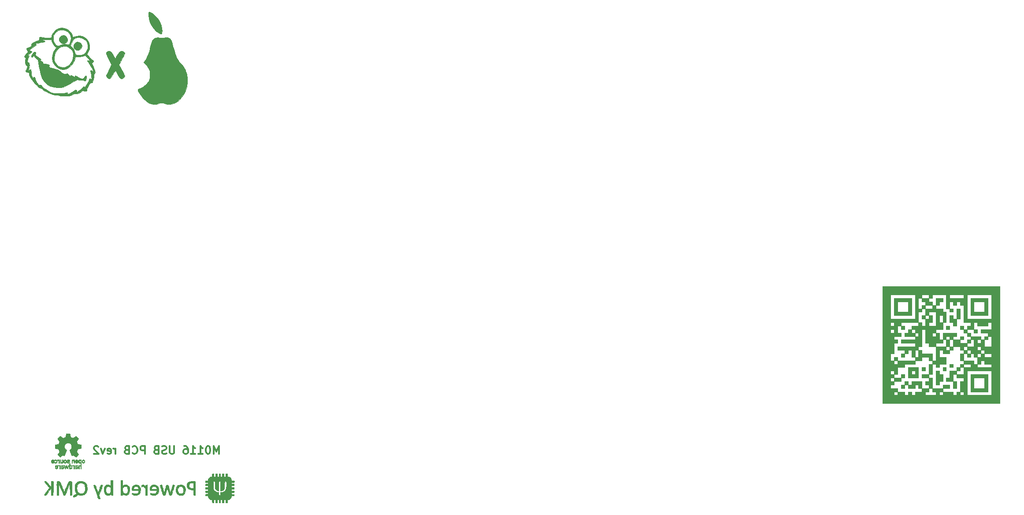
<source format=gbo>
%TF.GenerationSoftware,KiCad,Pcbnew,(5.1.6)-1*%
%TF.CreationDate,2020-07-13T14:18:02+02:00*%
%TF.ProjectId,m0116_usb,6d303131-365f-4757-9362-2e6b69636164,rev?*%
%TF.SameCoordinates,Original*%
%TF.FileFunction,Legend,Bot*%
%TF.FilePolarity,Positive*%
%FSLAX46Y46*%
G04 Gerber Fmt 4.6, Leading zero omitted, Abs format (unit mm)*
G04 Created by KiCad (PCBNEW (5.1.6)-1) date 2020-07-13 14:18:02*
%MOMM*%
%LPD*%
G01*
G04 APERTURE LIST*
%ADD10C,0.300000*%
%ADD11C,0.010000*%
%ADD12O,1.700000X1.700000*%
%ADD13R,1.700000X1.700000*%
%ADD14C,2.350000*%
%ADD15O,1.850000X1.300000*%
%ADD16C,1.600000*%
%ADD17C,1.700000*%
%ADD18O,1.450000X1.450000*%
%ADD19R,1.450000X1.450000*%
%ADD20O,1.750000X1.200000*%
%ADD21O,2.800000X1.800000*%
%ADD22O,1.800000X1.800000*%
%ADD23R,1.800000X1.800000*%
%ADD24C,2.100000*%
G04 APERTURE END LIST*
D10*
X166269285Y-167683571D02*
X166269285Y-166183571D01*
X165769285Y-167255000D01*
X165269285Y-166183571D01*
X165269285Y-167683571D01*
X164269285Y-166183571D02*
X164126428Y-166183571D01*
X163983571Y-166255000D01*
X163912142Y-166326428D01*
X163840714Y-166469285D01*
X163769285Y-166755000D01*
X163769285Y-167112142D01*
X163840714Y-167397857D01*
X163912142Y-167540714D01*
X163983571Y-167612142D01*
X164126428Y-167683571D01*
X164269285Y-167683571D01*
X164412142Y-167612142D01*
X164483571Y-167540714D01*
X164555000Y-167397857D01*
X164626428Y-167112142D01*
X164626428Y-166755000D01*
X164555000Y-166469285D01*
X164483571Y-166326428D01*
X164412142Y-166255000D01*
X164269285Y-166183571D01*
X162340714Y-167683571D02*
X163197857Y-167683571D01*
X162769285Y-167683571D02*
X162769285Y-166183571D01*
X162912142Y-166397857D01*
X163055000Y-166540714D01*
X163197857Y-166612142D01*
X160912142Y-167683571D02*
X161769285Y-167683571D01*
X161340714Y-167683571D02*
X161340714Y-166183571D01*
X161483571Y-166397857D01*
X161626428Y-166540714D01*
X161769285Y-166612142D01*
X159626428Y-166183571D02*
X159912142Y-166183571D01*
X160055000Y-166255000D01*
X160126428Y-166326428D01*
X160269285Y-166540714D01*
X160340714Y-166826428D01*
X160340714Y-167397857D01*
X160269285Y-167540714D01*
X160197857Y-167612142D01*
X160055000Y-167683571D01*
X159769285Y-167683571D01*
X159626428Y-167612142D01*
X159555000Y-167540714D01*
X159483571Y-167397857D01*
X159483571Y-167040714D01*
X159555000Y-166897857D01*
X159626428Y-166826428D01*
X159769285Y-166755000D01*
X160055000Y-166755000D01*
X160197857Y-166826428D01*
X160269285Y-166897857D01*
X160340714Y-167040714D01*
X157697857Y-166183571D02*
X157697857Y-167397857D01*
X157626428Y-167540714D01*
X157555000Y-167612142D01*
X157412142Y-167683571D01*
X157126428Y-167683571D01*
X156983571Y-167612142D01*
X156912142Y-167540714D01*
X156840714Y-167397857D01*
X156840714Y-166183571D01*
X156197857Y-167612142D02*
X155983571Y-167683571D01*
X155626428Y-167683571D01*
X155483571Y-167612142D01*
X155412142Y-167540714D01*
X155340714Y-167397857D01*
X155340714Y-167255000D01*
X155412142Y-167112142D01*
X155483571Y-167040714D01*
X155626428Y-166969285D01*
X155912142Y-166897857D01*
X156055000Y-166826428D01*
X156126428Y-166755000D01*
X156197857Y-166612142D01*
X156197857Y-166469285D01*
X156126428Y-166326428D01*
X156055000Y-166255000D01*
X155912142Y-166183571D01*
X155555000Y-166183571D01*
X155340714Y-166255000D01*
X154197857Y-166897857D02*
X153983571Y-166969285D01*
X153912142Y-167040714D01*
X153840714Y-167183571D01*
X153840714Y-167397857D01*
X153912142Y-167540714D01*
X153983571Y-167612142D01*
X154126428Y-167683571D01*
X154697857Y-167683571D01*
X154697857Y-166183571D01*
X154197857Y-166183571D01*
X154055000Y-166255000D01*
X153983571Y-166326428D01*
X153912142Y-166469285D01*
X153912142Y-166612142D01*
X153983571Y-166755000D01*
X154055000Y-166826428D01*
X154197857Y-166897857D01*
X154697857Y-166897857D01*
X152055000Y-167683571D02*
X152055000Y-166183571D01*
X151483571Y-166183571D01*
X151340714Y-166255000D01*
X151269285Y-166326428D01*
X151197857Y-166469285D01*
X151197857Y-166683571D01*
X151269285Y-166826428D01*
X151340714Y-166897857D01*
X151483571Y-166969285D01*
X152055000Y-166969285D01*
X149697857Y-167540714D02*
X149769285Y-167612142D01*
X149983571Y-167683571D01*
X150126428Y-167683571D01*
X150340714Y-167612142D01*
X150483571Y-167469285D01*
X150555000Y-167326428D01*
X150626428Y-167040714D01*
X150626428Y-166826428D01*
X150555000Y-166540714D01*
X150483571Y-166397857D01*
X150340714Y-166255000D01*
X150126428Y-166183571D01*
X149983571Y-166183571D01*
X149769285Y-166255000D01*
X149697857Y-166326428D01*
X148555000Y-166897857D02*
X148340714Y-166969285D01*
X148269285Y-167040714D01*
X148197857Y-167183571D01*
X148197857Y-167397857D01*
X148269285Y-167540714D01*
X148340714Y-167612142D01*
X148483571Y-167683571D01*
X149055000Y-167683571D01*
X149055000Y-166183571D01*
X148555000Y-166183571D01*
X148412142Y-166255000D01*
X148340714Y-166326428D01*
X148269285Y-166469285D01*
X148269285Y-166612142D01*
X148340714Y-166755000D01*
X148412142Y-166826428D01*
X148555000Y-166897857D01*
X149055000Y-166897857D01*
X146412142Y-167683571D02*
X146412142Y-166683571D01*
X146412142Y-166969285D02*
X146340714Y-166826428D01*
X146269285Y-166755000D01*
X146126428Y-166683571D01*
X145983571Y-166683571D01*
X144912142Y-167612142D02*
X145055000Y-167683571D01*
X145340714Y-167683571D01*
X145483571Y-167612142D01*
X145555000Y-167469285D01*
X145555000Y-166897857D01*
X145483571Y-166755000D01*
X145340714Y-166683571D01*
X145055000Y-166683571D01*
X144912142Y-166755000D01*
X144840714Y-166897857D01*
X144840714Y-167040714D01*
X145555000Y-167183571D01*
X144340714Y-166683571D02*
X143983571Y-167683571D01*
X143626428Y-166683571D01*
X143126428Y-166326428D02*
X143055000Y-166255000D01*
X142912142Y-166183571D01*
X142555000Y-166183571D01*
X142412142Y-166255000D01*
X142340714Y-166326428D01*
X142269285Y-166469285D01*
X142269285Y-166612142D01*
X142340714Y-166826428D01*
X143197857Y-167683571D01*
X142269285Y-167683571D01*
D11*
%TO.C,G\u002A\u002A\u002A*%
G36*
X306038250Y-147034250D02*
G01*
X306705000Y-147034250D01*
X306705000Y-145700750D01*
X306038250Y-145700750D01*
X306038250Y-147034250D01*
G37*
X306038250Y-147034250D02*
X306705000Y-147034250D01*
X306705000Y-145700750D01*
X306038250Y-145700750D01*
X306038250Y-147034250D01*
G36*
X296037000Y-141033500D02*
G01*
X299370750Y-141033500D01*
X299370750Y-138366500D01*
X298704000Y-138366500D01*
X298704000Y-140366750D01*
X296703750Y-140366750D01*
X296703750Y-138366500D01*
X298704000Y-138366500D01*
X299370750Y-138366500D01*
X299370750Y-137699750D01*
X296037000Y-137699750D01*
X296037000Y-141033500D01*
G37*
X296037000Y-141033500D02*
X299370750Y-141033500D01*
X299370750Y-138366500D01*
X298704000Y-138366500D01*
X298704000Y-140366750D01*
X296703750Y-140366750D01*
X296703750Y-138366500D01*
X298704000Y-138366500D01*
X299370750Y-138366500D01*
X299370750Y-137699750D01*
X296037000Y-137699750D01*
X296037000Y-141033500D01*
G36*
X310705500Y-141033500D02*
G01*
X314039250Y-141033500D01*
X314039250Y-138366500D01*
X313372500Y-138366500D01*
X313372500Y-140366750D01*
X311372250Y-140366750D01*
X311372250Y-138366500D01*
X313372500Y-138366500D01*
X314039250Y-138366500D01*
X314039250Y-137699750D01*
X310705500Y-137699750D01*
X310705500Y-141033500D01*
G37*
X310705500Y-141033500D02*
X314039250Y-141033500D01*
X314039250Y-138366500D01*
X313372500Y-138366500D01*
X313372500Y-140366750D01*
X311372250Y-140366750D01*
X311372250Y-138366500D01*
X313372500Y-138366500D01*
X314039250Y-138366500D01*
X314039250Y-137699750D01*
X310705500Y-137699750D01*
X310705500Y-141033500D01*
G36*
X306705000Y-140366750D02*
G01*
X307371750Y-140366750D01*
X307371750Y-139700000D01*
X306705000Y-139700000D01*
X306705000Y-140366750D01*
G37*
X306705000Y-140366750D02*
X307371750Y-140366750D01*
X307371750Y-139700000D01*
X306705000Y-139700000D01*
X306705000Y-140366750D01*
G36*
X308705250Y-141700250D02*
G01*
X308705250Y-139700000D01*
X308038500Y-139700000D01*
X308038500Y-141700250D01*
X308705250Y-141700250D01*
G37*
X308705250Y-141700250D02*
X308705250Y-139700000D01*
X308038500Y-139700000D01*
X308038500Y-141700250D01*
X308705250Y-141700250D01*
G36*
X307371750Y-141700250D02*
G01*
X307371750Y-141033500D01*
X306705000Y-141033500D01*
X306705000Y-142367000D01*
X307371750Y-142367000D01*
X307371750Y-143033750D01*
X308038500Y-143033750D01*
X308038500Y-141700250D01*
X307371750Y-141700250D01*
G37*
X307371750Y-141700250D02*
X307371750Y-141033500D01*
X306705000Y-141033500D01*
X306705000Y-142367000D01*
X307371750Y-142367000D01*
X307371750Y-143033750D01*
X308038500Y-143033750D01*
X308038500Y-141700250D01*
X307371750Y-141700250D01*
G36*
X297370500Y-143700500D02*
G01*
X298037250Y-143700500D01*
X298037250Y-143033750D01*
X297370500Y-143033750D01*
X297370500Y-143700500D01*
G37*
X297370500Y-143700500D02*
X298037250Y-143700500D01*
X298037250Y-143033750D01*
X297370500Y-143033750D01*
X297370500Y-143700500D01*
G36*
X306038250Y-143700500D02*
G01*
X306705000Y-143700500D01*
X306705000Y-143033750D01*
X306038250Y-143033750D01*
X306038250Y-143700500D01*
G37*
X306038250Y-143700500D02*
X306705000Y-143700500D01*
X306705000Y-143033750D01*
X306038250Y-143033750D01*
X306038250Y-143700500D01*
G36*
X311372250Y-144367250D02*
G01*
X312039000Y-144367250D01*
X312039000Y-143700500D01*
X311372250Y-143700500D01*
X311372250Y-144367250D01*
G37*
X311372250Y-144367250D02*
X312039000Y-144367250D01*
X312039000Y-143700500D01*
X311372250Y-143700500D01*
X311372250Y-144367250D01*
G36*
X310038750Y-143700500D02*
G01*
X309372000Y-143700500D01*
X309372000Y-144367250D01*
X310038750Y-144367250D01*
X310038750Y-143700500D01*
G37*
X310038750Y-143700500D02*
X309372000Y-143700500D01*
X309372000Y-144367250D01*
X310038750Y-144367250D01*
X310038750Y-143700500D01*
G36*
X309372000Y-143033750D02*
G01*
X308705250Y-143033750D01*
X308705250Y-143700500D01*
X309372000Y-143700500D01*
X309372000Y-143033750D01*
G37*
X309372000Y-143033750D02*
X308705250Y-143033750D01*
X308705250Y-143700500D01*
X309372000Y-143700500D01*
X309372000Y-143033750D01*
G36*
X310038750Y-145034000D02*
G01*
X310705500Y-145034000D01*
X310705500Y-144367250D01*
X310038750Y-144367250D01*
X310038750Y-145034000D01*
G37*
X310038750Y-145034000D02*
X310705500Y-145034000D01*
X310705500Y-144367250D01*
X310038750Y-144367250D01*
X310038750Y-145034000D01*
G36*
X313372500Y-145700750D02*
G01*
X314039250Y-145700750D01*
X314039250Y-145034000D01*
X313372500Y-145034000D01*
X313372500Y-145700750D01*
G37*
X313372500Y-145700750D02*
X314039250Y-145700750D01*
X314039250Y-145034000D01*
X313372500Y-145034000D01*
X313372500Y-145700750D01*
G36*
X296037000Y-149701250D02*
G01*
X296703750Y-149701250D01*
X296703750Y-149034500D01*
X296037000Y-149034500D01*
X296037000Y-149701250D01*
G37*
X296037000Y-149701250D02*
X296703750Y-149701250D01*
X296703750Y-149034500D01*
X296037000Y-149034500D01*
X296037000Y-149701250D01*
G36*
X306705000Y-151034750D02*
G01*
X307371750Y-151034750D01*
X307371750Y-150368000D01*
X306705000Y-150368000D01*
X306705000Y-151034750D01*
G37*
X306705000Y-151034750D02*
X307371750Y-151034750D01*
X307371750Y-150368000D01*
X306705000Y-150368000D01*
X306705000Y-151034750D01*
G36*
X301371000Y-151701500D02*
G01*
X302037750Y-151701500D01*
X302037750Y-151034750D01*
X301371000Y-151034750D01*
X301371000Y-151701500D01*
G37*
X301371000Y-151701500D02*
X302037750Y-151701500D01*
X302037750Y-151034750D01*
X301371000Y-151034750D01*
X301371000Y-151701500D01*
G36*
X305371500Y-151701500D02*
G01*
X306038250Y-151701500D01*
X306038250Y-151034750D01*
X305371500Y-151034750D01*
X305371500Y-151701500D01*
G37*
X305371500Y-151701500D02*
X306038250Y-151701500D01*
X306038250Y-151034750D01*
X305371500Y-151034750D01*
X305371500Y-151701500D01*
G36*
X298704000Y-153035000D02*
G01*
X300704250Y-153035000D01*
X300704250Y-151701500D01*
X300037500Y-151701500D01*
X300037500Y-152368250D01*
X299370750Y-152368250D01*
X299370750Y-151701500D01*
X300037500Y-151701500D01*
X300704250Y-151701500D01*
X300704250Y-151034750D01*
X298704000Y-151034750D01*
X298704000Y-153035000D01*
G37*
X298704000Y-153035000D02*
X300704250Y-153035000D01*
X300704250Y-151701500D01*
X300037500Y-151701500D01*
X300037500Y-152368250D01*
X299370750Y-152368250D01*
X299370750Y-151701500D01*
X300037500Y-151701500D01*
X300704250Y-151701500D01*
X300704250Y-151034750D01*
X298704000Y-151034750D01*
X298704000Y-153035000D01*
G36*
X298037250Y-153035000D02*
G01*
X298037250Y-152368250D01*
X297370500Y-152368250D01*
X297370500Y-153035000D01*
X298037250Y-153035000D01*
G37*
X298037250Y-153035000D02*
X298037250Y-152368250D01*
X297370500Y-152368250D01*
X297370500Y-153035000D01*
X298037250Y-153035000D01*
G36*
X296037000Y-153035000D02*
G01*
X296037000Y-153701750D01*
X297370500Y-153701750D01*
X297370500Y-153035000D01*
X296037000Y-153035000D01*
G37*
X296037000Y-153035000D02*
X296037000Y-153701750D01*
X297370500Y-153701750D01*
X297370500Y-153035000D01*
X296037000Y-153035000D01*
G36*
X304038000Y-154368500D02*
G01*
X304704750Y-154368500D01*
X304704750Y-153701750D01*
X305371500Y-153701750D01*
X305371500Y-152368250D01*
X304704750Y-152368250D01*
X304704750Y-151701500D01*
X304038000Y-151701500D01*
X304038000Y-154368500D01*
G37*
X304038000Y-154368500D02*
X304704750Y-154368500D01*
X304704750Y-153701750D01*
X305371500Y-153701750D01*
X305371500Y-152368250D01*
X304704750Y-152368250D01*
X304704750Y-151701500D01*
X304038000Y-151701500D01*
X304038000Y-154368500D01*
G36*
X298704000Y-155035250D02*
G01*
X300037500Y-155035250D01*
X300037500Y-154368500D01*
X300704250Y-154368500D01*
X300704250Y-155035250D01*
X301371000Y-155035250D01*
X301371000Y-153701750D01*
X299370750Y-153701750D01*
X299370750Y-154368500D01*
X298704000Y-154368500D01*
X298704000Y-155035250D01*
G37*
X298704000Y-155035250D02*
X300037500Y-155035250D01*
X300037500Y-154368500D01*
X300704250Y-154368500D01*
X300704250Y-155035250D01*
X301371000Y-155035250D01*
X301371000Y-153701750D01*
X299370750Y-153701750D01*
X299370750Y-154368500D01*
X298704000Y-154368500D01*
X298704000Y-155035250D01*
G36*
X298704000Y-153701750D02*
G01*
X298037250Y-153701750D01*
X298037250Y-154368500D01*
X298704000Y-154368500D01*
X298704000Y-153701750D01*
G37*
X298704000Y-153701750D02*
X298037250Y-153701750D01*
X298037250Y-154368500D01*
X298704000Y-154368500D01*
X298704000Y-153701750D01*
G36*
X297370500Y-155035250D02*
G01*
X298037250Y-155035250D01*
X298037250Y-154368500D01*
X297370500Y-154368500D01*
X297370500Y-155035250D01*
G37*
X297370500Y-155035250D02*
X298037250Y-155035250D01*
X298037250Y-154368500D01*
X297370500Y-154368500D01*
X297370500Y-155035250D01*
G36*
X303371250Y-139700000D02*
G01*
X302037750Y-139700000D01*
X302037750Y-141033500D01*
X302704500Y-141033500D01*
X302704500Y-141700250D01*
X302037750Y-141700250D01*
X302037750Y-143033750D01*
X301371000Y-143033750D01*
X301371000Y-142367000D01*
X300704250Y-142367000D01*
X300704250Y-143033750D01*
X299370750Y-143033750D01*
X299370750Y-143700500D01*
X300037500Y-143700500D01*
X300037500Y-144367250D01*
X300704250Y-144367250D01*
X300704250Y-145034000D01*
X300037500Y-145034000D01*
X300037500Y-145700750D01*
X297370500Y-145700750D01*
X297370500Y-146367500D01*
X300037500Y-146367500D01*
X300037500Y-147034250D01*
X296703750Y-147034250D01*
X296703750Y-147701000D01*
X298037250Y-147701000D01*
X298037250Y-148367750D01*
X298704000Y-148367750D01*
X298704000Y-147701000D01*
X299370750Y-147701000D01*
X299370750Y-149034500D01*
X300037500Y-149034500D01*
X300037500Y-149701250D01*
X301371000Y-149701250D01*
X301371000Y-149034500D01*
X302704500Y-149034500D01*
X302704500Y-149701250D01*
X303371250Y-149701250D01*
X303371250Y-150368000D01*
X304038000Y-150368000D01*
X304038000Y-151034750D01*
X304704750Y-151034750D01*
X304704750Y-150368000D01*
X306038250Y-150368000D01*
X306038250Y-149701250D01*
X304038000Y-149701250D01*
X303371250Y-149701250D01*
X303371250Y-148367750D01*
X301371000Y-148367750D01*
X301371000Y-147701000D01*
X300704250Y-147701000D01*
X300704250Y-149034500D01*
X300037500Y-149034500D01*
X300037500Y-147701000D01*
X300704250Y-147701000D01*
X300704250Y-147034250D01*
X301371000Y-147034250D01*
X301371000Y-143700500D01*
X302037750Y-143700500D01*
X302037750Y-146367500D01*
X302704500Y-146367500D01*
X302704500Y-147034250D01*
X304038000Y-147034250D01*
X304038000Y-149701250D01*
X306038250Y-149701250D01*
X306038250Y-149034500D01*
X304704750Y-149034500D01*
X304704750Y-147701000D01*
X305371500Y-147701000D01*
X305371500Y-148367750D01*
X306705000Y-148367750D01*
X306705000Y-147701000D01*
X306038250Y-147701000D01*
X306038250Y-147034250D01*
X304038000Y-147034250D01*
X304038000Y-146367500D01*
X305371500Y-146367500D01*
X305371500Y-145700750D01*
X304704750Y-145700750D01*
X304704750Y-144367250D01*
X304038000Y-144367250D01*
X304038000Y-145034000D01*
X303371250Y-145034000D01*
X303371250Y-144367250D01*
X304038000Y-144367250D01*
X304038000Y-143700500D01*
X305371500Y-143700500D01*
X305371500Y-142367000D01*
X306038250Y-142367000D01*
X306038250Y-141033500D01*
X305371500Y-141033500D01*
X305371500Y-142367000D01*
X304704750Y-142367000D01*
X304704750Y-141033500D01*
X305371500Y-141033500D01*
X306038250Y-141033500D01*
X306038250Y-140366750D01*
X305371500Y-140366750D01*
X304038000Y-140366750D01*
X304038000Y-143033750D01*
X302704500Y-143033750D01*
X302704500Y-142367000D01*
X303371250Y-142367000D01*
X303371250Y-141033500D01*
X302704500Y-141033500D01*
X302704500Y-140366750D01*
X304038000Y-140366750D01*
X305371500Y-140366750D01*
X305371500Y-139700000D01*
X304038000Y-139700000D01*
X304038000Y-139033250D01*
X303371250Y-139033250D01*
X303371250Y-139700000D01*
G37*
X303371250Y-139700000D02*
X302037750Y-139700000D01*
X302037750Y-141033500D01*
X302704500Y-141033500D01*
X302704500Y-141700250D01*
X302037750Y-141700250D01*
X302037750Y-143033750D01*
X301371000Y-143033750D01*
X301371000Y-142367000D01*
X300704250Y-142367000D01*
X300704250Y-143033750D01*
X299370750Y-143033750D01*
X299370750Y-143700500D01*
X300037500Y-143700500D01*
X300037500Y-144367250D01*
X300704250Y-144367250D01*
X300704250Y-145034000D01*
X300037500Y-145034000D01*
X300037500Y-145700750D01*
X297370500Y-145700750D01*
X297370500Y-146367500D01*
X300037500Y-146367500D01*
X300037500Y-147034250D01*
X296703750Y-147034250D01*
X296703750Y-147701000D01*
X298037250Y-147701000D01*
X298037250Y-148367750D01*
X298704000Y-148367750D01*
X298704000Y-147701000D01*
X299370750Y-147701000D01*
X299370750Y-149034500D01*
X300037500Y-149034500D01*
X300037500Y-149701250D01*
X301371000Y-149701250D01*
X301371000Y-149034500D01*
X302704500Y-149034500D01*
X302704500Y-149701250D01*
X303371250Y-149701250D01*
X303371250Y-150368000D01*
X304038000Y-150368000D01*
X304038000Y-151034750D01*
X304704750Y-151034750D01*
X304704750Y-150368000D01*
X306038250Y-150368000D01*
X306038250Y-149701250D01*
X304038000Y-149701250D01*
X303371250Y-149701250D01*
X303371250Y-148367750D01*
X301371000Y-148367750D01*
X301371000Y-147701000D01*
X300704250Y-147701000D01*
X300704250Y-149034500D01*
X300037500Y-149034500D01*
X300037500Y-147701000D01*
X300704250Y-147701000D01*
X300704250Y-147034250D01*
X301371000Y-147034250D01*
X301371000Y-143700500D01*
X302037750Y-143700500D01*
X302037750Y-146367500D01*
X302704500Y-146367500D01*
X302704500Y-147034250D01*
X304038000Y-147034250D01*
X304038000Y-149701250D01*
X306038250Y-149701250D01*
X306038250Y-149034500D01*
X304704750Y-149034500D01*
X304704750Y-147701000D01*
X305371500Y-147701000D01*
X305371500Y-148367750D01*
X306705000Y-148367750D01*
X306705000Y-147701000D01*
X306038250Y-147701000D01*
X306038250Y-147034250D01*
X304038000Y-147034250D01*
X304038000Y-146367500D01*
X305371500Y-146367500D01*
X305371500Y-145700750D01*
X304704750Y-145700750D01*
X304704750Y-144367250D01*
X304038000Y-144367250D01*
X304038000Y-145034000D01*
X303371250Y-145034000D01*
X303371250Y-144367250D01*
X304038000Y-144367250D01*
X304038000Y-143700500D01*
X305371500Y-143700500D01*
X305371500Y-142367000D01*
X306038250Y-142367000D01*
X306038250Y-141033500D01*
X305371500Y-141033500D01*
X305371500Y-142367000D01*
X304704750Y-142367000D01*
X304704750Y-141033500D01*
X305371500Y-141033500D01*
X306038250Y-141033500D01*
X306038250Y-140366750D01*
X305371500Y-140366750D01*
X304038000Y-140366750D01*
X304038000Y-143033750D01*
X302704500Y-143033750D01*
X302704500Y-142367000D01*
X303371250Y-142367000D01*
X303371250Y-141033500D01*
X302704500Y-141033500D01*
X302704500Y-140366750D01*
X304038000Y-140366750D01*
X305371500Y-140366750D01*
X305371500Y-139700000D01*
X304038000Y-139700000D01*
X304038000Y-139033250D01*
X303371250Y-139033250D01*
X303371250Y-139700000D01*
G36*
X303371250Y-138366500D02*
G01*
X302704500Y-138366500D01*
X302704500Y-137699750D01*
X301371000Y-137699750D01*
X301371000Y-138366500D01*
X302037750Y-138366500D01*
X302037750Y-139033250D01*
X303371250Y-139033250D01*
X303371250Y-138366500D01*
G37*
X303371250Y-138366500D02*
X302704500Y-138366500D01*
X302704500Y-137699750D01*
X301371000Y-137699750D01*
X301371000Y-138366500D01*
X302037750Y-138366500D01*
X302037750Y-139033250D01*
X303371250Y-139033250D01*
X303371250Y-138366500D01*
G36*
X302037750Y-139033250D02*
G01*
X301371000Y-139033250D01*
X301371000Y-139700000D01*
X302037750Y-139700000D01*
X302037750Y-139033250D01*
G37*
X302037750Y-139033250D02*
X301371000Y-139033250D01*
X301371000Y-139700000D01*
X302037750Y-139700000D01*
X302037750Y-139033250D01*
G36*
X302037750Y-141033500D02*
G01*
X301371000Y-141033500D01*
X301371000Y-141700250D01*
X302037750Y-141700250D01*
X302037750Y-141033500D01*
G37*
X302037750Y-141033500D02*
X301371000Y-141033500D01*
X301371000Y-141700250D01*
X302037750Y-141700250D01*
X302037750Y-141033500D01*
G36*
X300037500Y-144367250D02*
G01*
X299370750Y-144367250D01*
X299370750Y-143700500D01*
X298704000Y-143700500D01*
X298704000Y-144367250D01*
X298037250Y-144367250D01*
X298037250Y-145034000D01*
X300037500Y-145034000D01*
X300037500Y-144367250D01*
G37*
X300037500Y-144367250D02*
X299370750Y-144367250D01*
X299370750Y-143700500D01*
X298704000Y-143700500D01*
X298704000Y-144367250D01*
X298037250Y-144367250D01*
X298037250Y-145034000D01*
X300037500Y-145034000D01*
X300037500Y-144367250D01*
G36*
X310038750Y-147701000D02*
G01*
X309372000Y-147701000D01*
X309372000Y-148367750D01*
X310038750Y-148367750D01*
X310038750Y-147701000D01*
G37*
X310038750Y-147701000D02*
X309372000Y-147701000D01*
X309372000Y-148367750D01*
X310038750Y-148367750D01*
X310038750Y-147701000D01*
G36*
X309372000Y-147034250D02*
G01*
X310038750Y-147034250D01*
X310038750Y-146367500D01*
X308705250Y-146367500D01*
X308705250Y-145700750D01*
X307371750Y-145700750D01*
X307371750Y-147034250D01*
X308705250Y-147034250D01*
X308705250Y-147701000D01*
X309372000Y-147701000D01*
X309372000Y-147034250D01*
G37*
X309372000Y-147034250D02*
X310038750Y-147034250D01*
X310038750Y-146367500D01*
X308705250Y-146367500D01*
X308705250Y-145700750D01*
X307371750Y-145700750D01*
X307371750Y-147034250D01*
X308705250Y-147034250D01*
X308705250Y-147701000D01*
X309372000Y-147701000D01*
X309372000Y-147034250D01*
G36*
X297370500Y-148367750D02*
G01*
X297370500Y-149034500D01*
X298037250Y-149034500D01*
X298037250Y-148367750D01*
X297370500Y-148367750D01*
G37*
X297370500Y-148367750D02*
X297370500Y-149034500D01*
X298037250Y-149034500D01*
X298037250Y-148367750D01*
X297370500Y-148367750D01*
G36*
X310038750Y-149034500D02*
G01*
X310705500Y-149034500D01*
X310705500Y-148367750D01*
X310038750Y-148367750D01*
X310038750Y-149034500D01*
G37*
X310038750Y-149034500D02*
X310705500Y-149034500D01*
X310705500Y-148367750D01*
X310038750Y-148367750D01*
X310038750Y-149034500D01*
G36*
X307371750Y-147701000D02*
G01*
X307371750Y-147034250D01*
X306705000Y-147034250D01*
X306705000Y-147701000D01*
X307371750Y-147701000D01*
G37*
X307371750Y-147701000D02*
X307371750Y-147034250D01*
X306705000Y-147034250D01*
X306705000Y-147701000D01*
X307371750Y-147701000D01*
G36*
X310705500Y-146367500D02*
G01*
X310705500Y-145700750D01*
X310038750Y-145700750D01*
X310038750Y-146367500D01*
X310705500Y-146367500D01*
G37*
X310705500Y-146367500D02*
X310705500Y-145700750D01*
X310038750Y-145700750D01*
X310038750Y-146367500D01*
X310705500Y-146367500D01*
G36*
X307371750Y-145034000D02*
G01*
X308038500Y-145034000D01*
X308038500Y-144367250D01*
X305371500Y-144367250D01*
X305371500Y-145700750D01*
X306038250Y-145700750D01*
X306038250Y-145034000D01*
X306705000Y-145034000D01*
X306705000Y-145700750D01*
X307371750Y-145700750D01*
X307371750Y-145034000D01*
G37*
X307371750Y-145034000D02*
X308038500Y-145034000D01*
X308038500Y-144367250D01*
X305371500Y-144367250D01*
X305371500Y-145700750D01*
X306038250Y-145700750D01*
X306038250Y-145034000D01*
X306705000Y-145034000D01*
X306705000Y-145700750D01*
X307371750Y-145700750D01*
X307371750Y-145034000D01*
G36*
X304704750Y-139033250D02*
G01*
X304704750Y-138366500D01*
X305371500Y-138366500D01*
X305371500Y-137699750D01*
X304038000Y-137699750D01*
X304038000Y-139033250D01*
X304704750Y-139033250D01*
G37*
X304704750Y-139033250D02*
X304704750Y-138366500D01*
X305371500Y-138366500D01*
X305371500Y-137699750D01*
X304038000Y-137699750D01*
X304038000Y-139033250D01*
X304704750Y-139033250D01*
G36*
X302704500Y-152368250D02*
G01*
X301371000Y-152368250D01*
X301371000Y-153035000D01*
X302704500Y-153035000D01*
X302704500Y-152368250D01*
G37*
X302704500Y-152368250D02*
X301371000Y-152368250D01*
X301371000Y-153035000D01*
X302704500Y-153035000D01*
X302704500Y-152368250D01*
G36*
X303371250Y-152368250D02*
G01*
X303371250Y-150368000D01*
X302704500Y-150368000D01*
X302704500Y-152368250D01*
X303371250Y-152368250D01*
G37*
X303371250Y-152368250D02*
X303371250Y-150368000D01*
X302704500Y-150368000D01*
X302704500Y-152368250D01*
X303371250Y-152368250D01*
G36*
X308705250Y-149701250D02*
G01*
X309372000Y-149701250D01*
X309372000Y-148367750D01*
X308705250Y-148367750D01*
X308705250Y-149701250D01*
G37*
X308705250Y-149701250D02*
X309372000Y-149701250D01*
X309372000Y-148367750D01*
X308705250Y-148367750D01*
X308705250Y-149701250D01*
G36*
X309372000Y-145700750D02*
G01*
X309372000Y-145034000D01*
X308705250Y-145034000D01*
X308705250Y-145700750D01*
X309372000Y-145700750D01*
G37*
X309372000Y-145700750D02*
X309372000Y-145034000D01*
X308705250Y-145034000D01*
X308705250Y-145700750D01*
X309372000Y-145700750D01*
G36*
X302704500Y-153701750D02*
G01*
X302037750Y-153701750D01*
X302037750Y-154368500D01*
X302704500Y-154368500D01*
X302704500Y-155035250D01*
X303371250Y-155035250D01*
X303371250Y-153035000D01*
X302704500Y-153035000D01*
X302704500Y-153701750D01*
G37*
X302704500Y-153701750D02*
X302037750Y-153701750D01*
X302037750Y-154368500D01*
X302704500Y-154368500D01*
X302704500Y-155035250D01*
X303371250Y-155035250D01*
X303371250Y-153035000D01*
X302704500Y-153035000D01*
X302704500Y-153701750D01*
G36*
X305371500Y-155035250D02*
G01*
X306705000Y-155035250D01*
X306705000Y-154368500D01*
X305371500Y-154368500D01*
X305371500Y-155035250D01*
G37*
X305371500Y-155035250D02*
X306705000Y-155035250D01*
X306705000Y-154368500D01*
X305371500Y-154368500D01*
X305371500Y-155035250D01*
G36*
X307371750Y-152368250D02*
G01*
X308038500Y-152368250D01*
X308038500Y-151701500D01*
X306705000Y-151701500D01*
X306705000Y-153035000D01*
X306038250Y-153035000D01*
X306038250Y-153701750D01*
X307371750Y-153701750D01*
X307371750Y-152368250D01*
G37*
X307371750Y-152368250D02*
X308038500Y-152368250D01*
X308038500Y-151701500D01*
X306705000Y-151701500D01*
X306705000Y-153035000D01*
X306038250Y-153035000D01*
X306038250Y-153701750D01*
X307371750Y-153701750D01*
X307371750Y-152368250D01*
G36*
X308705250Y-151701500D02*
G01*
X308705250Y-151034750D01*
X308038500Y-151034750D01*
X308038500Y-151701500D01*
X308705250Y-151701500D01*
G37*
X308705250Y-151701500D02*
X308705250Y-151034750D01*
X308038500Y-151034750D01*
X308038500Y-151701500D01*
X308705250Y-151701500D01*
G36*
X309372000Y-151034750D02*
G01*
X309372000Y-150368000D01*
X308705250Y-150368000D01*
X308705250Y-151034750D01*
X309372000Y-151034750D01*
G37*
X309372000Y-151034750D02*
X309372000Y-150368000D01*
X308705250Y-150368000D01*
X308705250Y-151034750D01*
X309372000Y-151034750D01*
G36*
X307371750Y-155035250D02*
G01*
X308038500Y-155035250D01*
X308038500Y-153701750D01*
X307371750Y-153701750D01*
X307371750Y-155035250D01*
G37*
X307371750Y-155035250D02*
X308038500Y-155035250D01*
X308038500Y-153701750D01*
X307371750Y-153701750D01*
X307371750Y-155035250D01*
G36*
X310705500Y-155702000D02*
G01*
X314039250Y-155702000D01*
X314039250Y-153035000D01*
X313372500Y-153035000D01*
X313372500Y-155035250D01*
X311372250Y-155035250D01*
X311372250Y-153035000D01*
X313372500Y-153035000D01*
X314039250Y-153035000D01*
X314039250Y-152368250D01*
X310705500Y-152368250D01*
X310705500Y-155702000D01*
G37*
X310705500Y-155702000D02*
X314039250Y-155702000D01*
X314039250Y-153035000D01*
X313372500Y-153035000D01*
X313372500Y-155035250D01*
X311372250Y-155035250D01*
X311372250Y-153035000D01*
X313372500Y-153035000D01*
X314039250Y-153035000D01*
X314039250Y-152368250D01*
X310705500Y-152368250D01*
X310705500Y-155702000D01*
G36*
X293782750Y-157956250D02*
G01*
X316293500Y-157956250D01*
X316293500Y-151701500D01*
X314706000Y-151701500D01*
X314706000Y-156368750D01*
X310038750Y-156368750D01*
X310038750Y-155702000D01*
X309372000Y-155702000D01*
X309372000Y-156368750D01*
X308705250Y-156368750D01*
X308705250Y-155702000D01*
X309372000Y-155702000D01*
X310038750Y-155702000D01*
X310038750Y-151701500D01*
X314706000Y-151701500D01*
X316293500Y-151701500D01*
X316293500Y-150368000D01*
X314706000Y-150368000D01*
X314706000Y-151034750D01*
X312039000Y-151034750D01*
X312039000Y-150368000D01*
X312705750Y-150368000D01*
X312705750Y-149701250D01*
X313372500Y-149701250D01*
X313372500Y-150368000D01*
X314706000Y-150368000D01*
X316293500Y-150368000D01*
X316293500Y-148367750D01*
X314706000Y-148367750D01*
X314706000Y-149034500D01*
X313372500Y-149034500D01*
X313372500Y-148367750D01*
X314706000Y-148367750D01*
X316293500Y-148367750D01*
X316293500Y-147701000D01*
X313372500Y-147701000D01*
X313372500Y-148367750D01*
X312705750Y-148367750D01*
X312705750Y-149034500D01*
X312039000Y-149034500D01*
X312039000Y-148367750D01*
X312705750Y-148367750D01*
X312705750Y-147701000D01*
X313372500Y-147701000D01*
X316293500Y-147701000D01*
X316293500Y-142367000D01*
X314706000Y-142367000D01*
X314706000Y-143700500D01*
X312705750Y-143700500D01*
X312705750Y-144367250D01*
X314039250Y-144367250D01*
X314039250Y-145034000D01*
X314706000Y-145034000D01*
X314706000Y-147034250D01*
X313372500Y-147034250D01*
X312705750Y-147034250D01*
X312705750Y-147701000D01*
X312039000Y-147701000D01*
X312039000Y-147034250D01*
X312705750Y-147034250D01*
X313372500Y-147034250D01*
X313372500Y-145700750D01*
X312705750Y-145700750D01*
X312705750Y-146367500D01*
X312039000Y-146367500D01*
X312039000Y-145700750D01*
X312705750Y-145700750D01*
X312705750Y-145034000D01*
X310705500Y-145034000D01*
X310705500Y-145700750D01*
X311372250Y-145700750D01*
X311372250Y-147034250D01*
X310038750Y-147034250D01*
X310038750Y-147701000D01*
X310705500Y-147701000D01*
X310705500Y-148367750D01*
X311372250Y-148367750D01*
X311372250Y-149034500D01*
X312039000Y-149034500D01*
X312039000Y-150368000D01*
X311372250Y-150368000D01*
X311372250Y-149701250D01*
X309372000Y-149701250D01*
X309372000Y-150368000D01*
X310705500Y-150368000D01*
X310705500Y-151034750D01*
X309372000Y-151034750D01*
X309372000Y-152368250D01*
X308038500Y-152368250D01*
X308038500Y-153035000D01*
X309372000Y-153035000D01*
X309372000Y-153701750D01*
X308705250Y-153701750D01*
X308705250Y-155702000D01*
X308038500Y-155702000D01*
X308038500Y-156368750D01*
X307371750Y-156368750D01*
X307371750Y-155702000D01*
X305371500Y-155702000D01*
X305371500Y-156368750D01*
X304704750Y-156368750D01*
X304704750Y-155702000D01*
X305371500Y-155702000D01*
X305371500Y-155035250D01*
X303371250Y-155035250D01*
X303371250Y-155702000D01*
X304038000Y-155702000D01*
X304038000Y-156368750D01*
X302037750Y-156368750D01*
X302037750Y-155702000D01*
X302704500Y-155702000D01*
X302704500Y-155035250D01*
X301371000Y-155035250D01*
X301371000Y-155702000D01*
X300037500Y-155702000D01*
X300037500Y-156368750D01*
X299370750Y-156368750D01*
X299370750Y-155702000D01*
X298704000Y-155702000D01*
X298704000Y-156368750D01*
X298037250Y-156368750D01*
X298037250Y-155702000D01*
X296703750Y-155702000D01*
X296703750Y-156368750D01*
X296037000Y-156368750D01*
X296037000Y-155702000D01*
X296703750Y-155702000D01*
X296703750Y-155035250D01*
X295370250Y-155035250D01*
X295370250Y-154368500D01*
X296037000Y-154368500D01*
X296037000Y-153701750D01*
X295370250Y-153701750D01*
X295370250Y-153035000D01*
X296037000Y-153035000D01*
X296037000Y-152368250D01*
X296703750Y-152368250D01*
X296703750Y-151701500D01*
X296037000Y-151701500D01*
X296037000Y-152368250D01*
X295370250Y-152368250D01*
X295370250Y-151701500D01*
X296037000Y-151701500D01*
X296703750Y-151701500D01*
X296703750Y-151034750D01*
X298037250Y-151034750D01*
X298037250Y-150368000D01*
X300037500Y-150368000D01*
X300037500Y-149701250D01*
X296703750Y-149701250D01*
X296703750Y-150368000D01*
X296037000Y-150368000D01*
X296037000Y-149701250D01*
X295370250Y-149701250D01*
X295370250Y-148367750D01*
X296037000Y-148367750D01*
X296037000Y-146367500D01*
X296703750Y-146367500D01*
X296703750Y-145700750D01*
X296037000Y-145700750D01*
X296037000Y-145034000D01*
X297370500Y-145034000D01*
X297370500Y-144367250D01*
X296703750Y-144367250D01*
X296703750Y-143700500D01*
X296037000Y-143700500D01*
X296037000Y-144367250D01*
X295370250Y-144367250D01*
X295370250Y-143700500D01*
X296037000Y-143700500D01*
X296703750Y-143700500D01*
X296703750Y-143033750D01*
X297370500Y-143033750D01*
X297370500Y-142367000D01*
X296037000Y-142367000D01*
X296037000Y-143033750D01*
X295370250Y-143033750D01*
X295370250Y-142367000D01*
X296037000Y-142367000D01*
X297370500Y-142367000D01*
X300704250Y-142367000D01*
X300704250Y-140366750D01*
X301371000Y-140366750D01*
X301371000Y-139700000D01*
X300704250Y-139700000D01*
X300704250Y-137699750D01*
X301371000Y-137699750D01*
X301371000Y-137033000D01*
X300037500Y-137033000D01*
X300037500Y-141700250D01*
X295370250Y-141700250D01*
X295370250Y-137033000D01*
X300037500Y-137033000D01*
X301371000Y-137033000D01*
X302704500Y-137033000D01*
X302704500Y-137699750D01*
X303371250Y-137699750D01*
X303371250Y-137033000D01*
X306038250Y-137033000D01*
X306038250Y-139700000D01*
X306705000Y-139700000D01*
X306705000Y-138366500D01*
X307371750Y-138366500D01*
X307371750Y-139033250D01*
X308038500Y-139033250D01*
X308038500Y-138366500D01*
X308705250Y-138366500D01*
X308705250Y-139033250D01*
X309372000Y-139033250D01*
X309372000Y-142367000D01*
X310705500Y-142367000D01*
X310705500Y-143033750D01*
X310038750Y-143033750D01*
X310038750Y-143700500D01*
X311372250Y-143700500D01*
X311372250Y-142367000D01*
X312039000Y-142367000D01*
X312039000Y-143033750D01*
X314039250Y-143033750D01*
X314039250Y-142367000D01*
X314706000Y-142367000D01*
X316293500Y-142367000D01*
X316293500Y-137033000D01*
X314706000Y-137033000D01*
X314706000Y-141700250D01*
X310038750Y-141700250D01*
X310038750Y-137033000D01*
X309372000Y-137033000D01*
X309372000Y-137699750D01*
X306705000Y-137699750D01*
X306705000Y-137033000D01*
X309372000Y-137033000D01*
X310038750Y-137033000D01*
X314706000Y-137033000D01*
X316293500Y-137033000D01*
X316293500Y-135445500D01*
X293782750Y-135445500D01*
X293782750Y-157956250D01*
G37*
X293782750Y-157956250D02*
X316293500Y-157956250D01*
X316293500Y-151701500D01*
X314706000Y-151701500D01*
X314706000Y-156368750D01*
X310038750Y-156368750D01*
X310038750Y-155702000D01*
X309372000Y-155702000D01*
X309372000Y-156368750D01*
X308705250Y-156368750D01*
X308705250Y-155702000D01*
X309372000Y-155702000D01*
X310038750Y-155702000D01*
X310038750Y-151701500D01*
X314706000Y-151701500D01*
X316293500Y-151701500D01*
X316293500Y-150368000D01*
X314706000Y-150368000D01*
X314706000Y-151034750D01*
X312039000Y-151034750D01*
X312039000Y-150368000D01*
X312705750Y-150368000D01*
X312705750Y-149701250D01*
X313372500Y-149701250D01*
X313372500Y-150368000D01*
X314706000Y-150368000D01*
X316293500Y-150368000D01*
X316293500Y-148367750D01*
X314706000Y-148367750D01*
X314706000Y-149034500D01*
X313372500Y-149034500D01*
X313372500Y-148367750D01*
X314706000Y-148367750D01*
X316293500Y-148367750D01*
X316293500Y-147701000D01*
X313372500Y-147701000D01*
X313372500Y-148367750D01*
X312705750Y-148367750D01*
X312705750Y-149034500D01*
X312039000Y-149034500D01*
X312039000Y-148367750D01*
X312705750Y-148367750D01*
X312705750Y-147701000D01*
X313372500Y-147701000D01*
X316293500Y-147701000D01*
X316293500Y-142367000D01*
X314706000Y-142367000D01*
X314706000Y-143700500D01*
X312705750Y-143700500D01*
X312705750Y-144367250D01*
X314039250Y-144367250D01*
X314039250Y-145034000D01*
X314706000Y-145034000D01*
X314706000Y-147034250D01*
X313372500Y-147034250D01*
X312705750Y-147034250D01*
X312705750Y-147701000D01*
X312039000Y-147701000D01*
X312039000Y-147034250D01*
X312705750Y-147034250D01*
X313372500Y-147034250D01*
X313372500Y-145700750D01*
X312705750Y-145700750D01*
X312705750Y-146367500D01*
X312039000Y-146367500D01*
X312039000Y-145700750D01*
X312705750Y-145700750D01*
X312705750Y-145034000D01*
X310705500Y-145034000D01*
X310705500Y-145700750D01*
X311372250Y-145700750D01*
X311372250Y-147034250D01*
X310038750Y-147034250D01*
X310038750Y-147701000D01*
X310705500Y-147701000D01*
X310705500Y-148367750D01*
X311372250Y-148367750D01*
X311372250Y-149034500D01*
X312039000Y-149034500D01*
X312039000Y-150368000D01*
X311372250Y-150368000D01*
X311372250Y-149701250D01*
X309372000Y-149701250D01*
X309372000Y-150368000D01*
X310705500Y-150368000D01*
X310705500Y-151034750D01*
X309372000Y-151034750D01*
X309372000Y-152368250D01*
X308038500Y-152368250D01*
X308038500Y-153035000D01*
X309372000Y-153035000D01*
X309372000Y-153701750D01*
X308705250Y-153701750D01*
X308705250Y-155702000D01*
X308038500Y-155702000D01*
X308038500Y-156368750D01*
X307371750Y-156368750D01*
X307371750Y-155702000D01*
X305371500Y-155702000D01*
X305371500Y-156368750D01*
X304704750Y-156368750D01*
X304704750Y-155702000D01*
X305371500Y-155702000D01*
X305371500Y-155035250D01*
X303371250Y-155035250D01*
X303371250Y-155702000D01*
X304038000Y-155702000D01*
X304038000Y-156368750D01*
X302037750Y-156368750D01*
X302037750Y-155702000D01*
X302704500Y-155702000D01*
X302704500Y-155035250D01*
X301371000Y-155035250D01*
X301371000Y-155702000D01*
X300037500Y-155702000D01*
X300037500Y-156368750D01*
X299370750Y-156368750D01*
X299370750Y-155702000D01*
X298704000Y-155702000D01*
X298704000Y-156368750D01*
X298037250Y-156368750D01*
X298037250Y-155702000D01*
X296703750Y-155702000D01*
X296703750Y-156368750D01*
X296037000Y-156368750D01*
X296037000Y-155702000D01*
X296703750Y-155702000D01*
X296703750Y-155035250D01*
X295370250Y-155035250D01*
X295370250Y-154368500D01*
X296037000Y-154368500D01*
X296037000Y-153701750D01*
X295370250Y-153701750D01*
X295370250Y-153035000D01*
X296037000Y-153035000D01*
X296037000Y-152368250D01*
X296703750Y-152368250D01*
X296703750Y-151701500D01*
X296037000Y-151701500D01*
X296037000Y-152368250D01*
X295370250Y-152368250D01*
X295370250Y-151701500D01*
X296037000Y-151701500D01*
X296703750Y-151701500D01*
X296703750Y-151034750D01*
X298037250Y-151034750D01*
X298037250Y-150368000D01*
X300037500Y-150368000D01*
X300037500Y-149701250D01*
X296703750Y-149701250D01*
X296703750Y-150368000D01*
X296037000Y-150368000D01*
X296037000Y-149701250D01*
X295370250Y-149701250D01*
X295370250Y-148367750D01*
X296037000Y-148367750D01*
X296037000Y-146367500D01*
X296703750Y-146367500D01*
X296703750Y-145700750D01*
X296037000Y-145700750D01*
X296037000Y-145034000D01*
X297370500Y-145034000D01*
X297370500Y-144367250D01*
X296703750Y-144367250D01*
X296703750Y-143700500D01*
X296037000Y-143700500D01*
X296037000Y-144367250D01*
X295370250Y-144367250D01*
X295370250Y-143700500D01*
X296037000Y-143700500D01*
X296703750Y-143700500D01*
X296703750Y-143033750D01*
X297370500Y-143033750D01*
X297370500Y-142367000D01*
X296037000Y-142367000D01*
X296037000Y-143033750D01*
X295370250Y-143033750D01*
X295370250Y-142367000D01*
X296037000Y-142367000D01*
X297370500Y-142367000D01*
X300704250Y-142367000D01*
X300704250Y-140366750D01*
X301371000Y-140366750D01*
X301371000Y-139700000D01*
X300704250Y-139700000D01*
X300704250Y-137699750D01*
X301371000Y-137699750D01*
X301371000Y-137033000D01*
X300037500Y-137033000D01*
X300037500Y-141700250D01*
X295370250Y-141700250D01*
X295370250Y-137033000D01*
X300037500Y-137033000D01*
X301371000Y-137033000D01*
X302704500Y-137033000D01*
X302704500Y-137699750D01*
X303371250Y-137699750D01*
X303371250Y-137033000D01*
X306038250Y-137033000D01*
X306038250Y-139700000D01*
X306705000Y-139700000D01*
X306705000Y-138366500D01*
X307371750Y-138366500D01*
X307371750Y-139033250D01*
X308038500Y-139033250D01*
X308038500Y-138366500D01*
X308705250Y-138366500D01*
X308705250Y-139033250D01*
X309372000Y-139033250D01*
X309372000Y-142367000D01*
X310705500Y-142367000D01*
X310705500Y-143033750D01*
X310038750Y-143033750D01*
X310038750Y-143700500D01*
X311372250Y-143700500D01*
X311372250Y-142367000D01*
X312039000Y-142367000D01*
X312039000Y-143033750D01*
X314039250Y-143033750D01*
X314039250Y-142367000D01*
X314706000Y-142367000D01*
X316293500Y-142367000D01*
X316293500Y-137033000D01*
X314706000Y-137033000D01*
X314706000Y-141700250D01*
X310038750Y-141700250D01*
X310038750Y-137033000D01*
X309372000Y-137033000D01*
X309372000Y-137699750D01*
X306705000Y-137699750D01*
X306705000Y-137033000D01*
X309372000Y-137033000D01*
X310038750Y-137033000D01*
X314706000Y-137033000D01*
X316293500Y-137033000D01*
X316293500Y-135445500D01*
X293782750Y-135445500D01*
X293782750Y-157956250D01*
G36*
X132842505Y-172926547D02*
G01*
X132773049Y-172959961D01*
X132746750Y-173010801D01*
X132766828Y-173055272D01*
X132823752Y-173140888D01*
X132912563Y-173261002D01*
X133028299Y-173408964D01*
X133166001Y-173578126D01*
X133205112Y-173625147D01*
X133663474Y-174173819D01*
X133171734Y-174831670D01*
X133039251Y-175011336D01*
X132921043Y-175176316D01*
X132822085Y-175319283D01*
X132747352Y-175432907D01*
X132701819Y-175509863D01*
X132689858Y-175541448D01*
X132725207Y-175576169D01*
X132801454Y-175598392D01*
X132896965Y-175606683D01*
X132990107Y-175599606D01*
X133059249Y-175575726D01*
X133070511Y-175566703D01*
X133101487Y-175529093D01*
X133164118Y-175447825D01*
X133252654Y-175330553D01*
X133361341Y-175184931D01*
X133484428Y-175018611D01*
X133574369Y-174896300D01*
X134032625Y-174271497D01*
X134064375Y-175593375D01*
X134224345Y-175602738D01*
X134320560Y-175603983D01*
X134388963Y-175596791D01*
X134406908Y-175589509D01*
X134411794Y-175553864D01*
X134416317Y-175461525D01*
X134420360Y-175319297D01*
X134423808Y-175133986D01*
X134426542Y-174912395D01*
X134428448Y-174661332D01*
X134429407Y-174387600D01*
X134429500Y-174269672D01*
X134429500Y-172972428D01*
X134342188Y-172939188D01*
X134223650Y-172922623D01*
X134159625Y-172933179D01*
X134064375Y-172960409D01*
X134032625Y-174124803D01*
X133573490Y-173546069D01*
X133426734Y-173364130D01*
X133294853Y-173206555D01*
X133183300Y-173079502D01*
X133097527Y-172989130D01*
X133042986Y-172941598D01*
X133034071Y-172936811D01*
X132935921Y-172917180D01*
X132842505Y-172926547D01*
G37*
X132842505Y-172926547D02*
X132773049Y-172959961D01*
X132746750Y-173010801D01*
X132766828Y-173055272D01*
X132823752Y-173140888D01*
X132912563Y-173261002D01*
X133028299Y-173408964D01*
X133166001Y-173578126D01*
X133205112Y-173625147D01*
X133663474Y-174173819D01*
X133171734Y-174831670D01*
X133039251Y-175011336D01*
X132921043Y-175176316D01*
X132822085Y-175319283D01*
X132747352Y-175432907D01*
X132701819Y-175509863D01*
X132689858Y-175541448D01*
X132725207Y-175576169D01*
X132801454Y-175598392D01*
X132896965Y-175606683D01*
X132990107Y-175599606D01*
X133059249Y-175575726D01*
X133070511Y-175566703D01*
X133101487Y-175529093D01*
X133164118Y-175447825D01*
X133252654Y-175330553D01*
X133361341Y-175184931D01*
X133484428Y-175018611D01*
X133574369Y-174896300D01*
X134032625Y-174271497D01*
X134064375Y-175593375D01*
X134224345Y-175602738D01*
X134320560Y-175603983D01*
X134388963Y-175596791D01*
X134406908Y-175589509D01*
X134411794Y-175553864D01*
X134416317Y-175461525D01*
X134420360Y-175319297D01*
X134423808Y-175133986D01*
X134426542Y-174912395D01*
X134428448Y-174661332D01*
X134429407Y-174387600D01*
X134429500Y-174269672D01*
X134429500Y-172972428D01*
X134342188Y-172939188D01*
X134223650Y-172922623D01*
X134159625Y-172933179D01*
X134064375Y-172960409D01*
X134032625Y-174124803D01*
X133573490Y-173546069D01*
X133426734Y-173364130D01*
X133294853Y-173206555D01*
X133183300Y-173079502D01*
X133097527Y-172989130D01*
X133042986Y-172941598D01*
X133034071Y-172936811D01*
X132935921Y-172917180D01*
X132842505Y-172926547D01*
G36*
X135234255Y-172955980D02*
G01*
X135157136Y-172983459D01*
X135145785Y-172992500D01*
X135133152Y-173010906D01*
X135122911Y-173042259D01*
X135114878Y-173092436D01*
X135108865Y-173167317D01*
X135104688Y-173272779D01*
X135102159Y-173414701D01*
X135101093Y-173598961D01*
X135101304Y-173831438D01*
X135102605Y-174118009D01*
X135103830Y-174318063D01*
X135112125Y-175593375D01*
X135461375Y-175593375D01*
X135493125Y-173318055D01*
X135934747Y-174423965D01*
X136035331Y-174674892D01*
X136129491Y-174907964D01*
X136214435Y-175116410D01*
X136287375Y-175293463D01*
X136345521Y-175432355D01*
X136386082Y-175526318D01*
X136406270Y-175568583D01*
X136406947Y-175569562D01*
X136455664Y-175594302D01*
X136540523Y-175608169D01*
X136572625Y-175609250D01*
X136663390Y-175600546D01*
X136727075Y-175578774D01*
X136737740Y-175569562D01*
X136755594Y-175531777D01*
X136793361Y-175441463D01*
X136848339Y-175305427D01*
X136917826Y-175130478D01*
X136999119Y-174923422D01*
X137089515Y-174691067D01*
X137186313Y-174440220D01*
X137194065Y-174420047D01*
X137620375Y-173310219D01*
X137652125Y-175593375D01*
X137795166Y-175602734D01*
X137898186Y-175600030D01*
X137968159Y-175579865D01*
X137977728Y-175572572D01*
X137988573Y-175530596D01*
X137997807Y-175433635D01*
X138005435Y-175290180D01*
X138011463Y-175108725D01*
X138015895Y-174897764D01*
X138018735Y-174665790D01*
X138019990Y-174421295D01*
X138019663Y-174172773D01*
X138017759Y-173928717D01*
X138014284Y-173697620D01*
X138009242Y-173487976D01*
X138002638Y-173308278D01*
X137994476Y-173167018D01*
X137984762Y-173072691D01*
X137976286Y-173037500D01*
X137948320Y-172994664D01*
X137907249Y-172969456D01*
X137836232Y-172956048D01*
X137719508Y-172948662D01*
X137570824Y-172949187D01*
X137470912Y-172967371D01*
X137428991Y-172987535D01*
X137400682Y-173018414D01*
X137362353Y-173082625D01*
X137311998Y-173184644D01*
X137247611Y-173328945D01*
X137167187Y-173520003D01*
X137068720Y-173762292D01*
X136965749Y-174020934D01*
X136872374Y-174255598D01*
X136785814Y-174470259D01*
X136708927Y-174658056D01*
X136644567Y-174812130D01*
X136595590Y-174925620D01*
X136564852Y-174991668D01*
X136555686Y-175006000D01*
X136539138Y-174977733D01*
X136501558Y-174897466D01*
X136445890Y-174771995D01*
X136375081Y-174608118D01*
X136292075Y-174412633D01*
X136199819Y-174192337D01*
X136128552Y-174020312D01*
X136002199Y-173717494D01*
X135893390Y-173464116D01*
X135803077Y-173262263D01*
X135732218Y-173114018D01*
X135681765Y-173021468D01*
X135656064Y-172988437D01*
X135578629Y-172958609D01*
X135467510Y-172943376D01*
X135345216Y-172942559D01*
X135234255Y-172955980D01*
G37*
X135234255Y-172955980D02*
X135157136Y-172983459D01*
X135145785Y-172992500D01*
X135133152Y-173010906D01*
X135122911Y-173042259D01*
X135114878Y-173092436D01*
X135108865Y-173167317D01*
X135104688Y-173272779D01*
X135102159Y-173414701D01*
X135101093Y-173598961D01*
X135101304Y-173831438D01*
X135102605Y-174118009D01*
X135103830Y-174318063D01*
X135112125Y-175593375D01*
X135461375Y-175593375D01*
X135493125Y-173318055D01*
X135934747Y-174423965D01*
X136035331Y-174674892D01*
X136129491Y-174907964D01*
X136214435Y-175116410D01*
X136287375Y-175293463D01*
X136345521Y-175432355D01*
X136386082Y-175526318D01*
X136406270Y-175568583D01*
X136406947Y-175569562D01*
X136455664Y-175594302D01*
X136540523Y-175608169D01*
X136572625Y-175609250D01*
X136663390Y-175600546D01*
X136727075Y-175578774D01*
X136737740Y-175569562D01*
X136755594Y-175531777D01*
X136793361Y-175441463D01*
X136848339Y-175305427D01*
X136917826Y-175130478D01*
X136999119Y-174923422D01*
X137089515Y-174691067D01*
X137186313Y-174440220D01*
X137194065Y-174420047D01*
X137620375Y-173310219D01*
X137652125Y-175593375D01*
X137795166Y-175602734D01*
X137898186Y-175600030D01*
X137968159Y-175579865D01*
X137977728Y-175572572D01*
X137988573Y-175530596D01*
X137997807Y-175433635D01*
X138005435Y-175290180D01*
X138011463Y-175108725D01*
X138015895Y-174897764D01*
X138018735Y-174665790D01*
X138019990Y-174421295D01*
X138019663Y-174172773D01*
X138017759Y-173928717D01*
X138014284Y-173697620D01*
X138009242Y-173487976D01*
X138002638Y-173308278D01*
X137994476Y-173167018D01*
X137984762Y-173072691D01*
X137976286Y-173037500D01*
X137948320Y-172994664D01*
X137907249Y-172969456D01*
X137836232Y-172956048D01*
X137719508Y-172948662D01*
X137570824Y-172949187D01*
X137470912Y-172967371D01*
X137428991Y-172987535D01*
X137400682Y-173018414D01*
X137362353Y-173082625D01*
X137311998Y-173184644D01*
X137247611Y-173328945D01*
X137167187Y-173520003D01*
X137068720Y-173762292D01*
X136965749Y-174020934D01*
X136872374Y-174255598D01*
X136785814Y-174470259D01*
X136708927Y-174658056D01*
X136644567Y-174812130D01*
X136595590Y-174925620D01*
X136564852Y-174991668D01*
X136555686Y-175006000D01*
X136539138Y-174977733D01*
X136501558Y-174897466D01*
X136445890Y-174771995D01*
X136375081Y-174608118D01*
X136292075Y-174412633D01*
X136199819Y-174192337D01*
X136128552Y-174020312D01*
X136002199Y-173717494D01*
X135893390Y-173464116D01*
X135803077Y-173262263D01*
X135732218Y-173114018D01*
X135681765Y-173021468D01*
X135656064Y-172988437D01*
X135578629Y-172958609D01*
X135467510Y-172943376D01*
X135345216Y-172942559D01*
X135234255Y-172955980D01*
G36*
X151541319Y-173618214D02*
G01*
X151463885Y-173652434D01*
X151425757Y-173721524D01*
X151415750Y-173832644D01*
X151415750Y-173990554D01*
X151591898Y-173969852D01*
X151730537Y-173963984D01*
X151837400Y-173989963D01*
X151930763Y-174056531D01*
X152028906Y-174172428D01*
X152036222Y-174182333D01*
X152144627Y-174330011D01*
X152161875Y-175593375D01*
X152305933Y-175602776D01*
X152397276Y-175603843D01*
X152460197Y-175595598D01*
X152472620Y-175589547D01*
X152478268Y-175553278D01*
X152483402Y-175461463D01*
X152487838Y-175322057D01*
X152491394Y-175143014D01*
X152493889Y-174932286D01*
X152495139Y-174697829D01*
X152495250Y-174602093D01*
X152495250Y-173637270D01*
X152344438Y-173646947D01*
X152193625Y-173656625D01*
X152183908Y-173790639D01*
X152174190Y-173924653D01*
X152076007Y-173812830D01*
X151943696Y-173691163D01*
X151804574Y-173625674D01*
X151669240Y-173609000D01*
X151541319Y-173618214D01*
G37*
X151541319Y-173618214D02*
X151463885Y-173652434D01*
X151425757Y-173721524D01*
X151415750Y-173832644D01*
X151415750Y-173990554D01*
X151591898Y-173969852D01*
X151730537Y-173963984D01*
X151837400Y-173989963D01*
X151930763Y-174056531D01*
X152028906Y-174172428D01*
X152036222Y-174182333D01*
X152144627Y-174330011D01*
X152161875Y-175593375D01*
X152305933Y-175602776D01*
X152397276Y-175603843D01*
X152460197Y-175595598D01*
X152472620Y-175589547D01*
X152478268Y-175553278D01*
X152483402Y-175461463D01*
X152487838Y-175322057D01*
X152491394Y-175143014D01*
X152493889Y-174932286D01*
X152495139Y-174697829D01*
X152495250Y-174602093D01*
X152495250Y-173637270D01*
X152344438Y-173646947D01*
X152193625Y-173656625D01*
X152183908Y-173790639D01*
X152174190Y-173924653D01*
X152076007Y-173812830D01*
X151943696Y-173691163D01*
X151804574Y-173625674D01*
X151669240Y-173609000D01*
X151541319Y-173618214D01*
G36*
X157309854Y-173902687D02*
G01*
X157261617Y-174064464D01*
X157209453Y-174241445D01*
X157164293Y-174396532D01*
X157162500Y-174402750D01*
X157118540Y-174553703D01*
X157066582Y-174729778D01*
X157017144Y-174895353D01*
X157012506Y-174910750D01*
X156931125Y-175180625D01*
X156732980Y-174445339D01*
X156676573Y-174237823D01*
X156624619Y-174050095D01*
X156579664Y-173891080D01*
X156544254Y-173769707D01*
X156520936Y-173694903D01*
X156513419Y-173675401D01*
X156471567Y-173655191D01*
X156389160Y-173642704D01*
X156336619Y-173640750D01*
X156242713Y-173643676D01*
X156192451Y-173659863D01*
X156166013Y-173700420D01*
X156152542Y-173743937D01*
X156093439Y-173954118D01*
X156031457Y-174170378D01*
X155969185Y-174384113D01*
X155909209Y-174586717D01*
X155854118Y-174769586D01*
X155806499Y-174924114D01*
X155768939Y-175041697D01*
X155744027Y-175113728D01*
X155734913Y-175132775D01*
X155721182Y-175103729D01*
X155693472Y-175023196D01*
X155654847Y-174900862D01*
X155608372Y-174746408D01*
X155561552Y-174585087D01*
X155506089Y-174391419D01*
X155451941Y-174203357D01*
X155403425Y-174035827D01*
X155364860Y-173903750D01*
X155345739Y-173839187D01*
X155286250Y-173640750D01*
X155130874Y-173640750D01*
X155036668Y-173646707D01*
X154971293Y-173661866D01*
X154955967Y-173672352D01*
X154961006Y-173707612D01*
X154982327Y-173794384D01*
X155017224Y-173923587D01*
X155062991Y-174086138D01*
X155116925Y-174272953D01*
X155176318Y-174474952D01*
X155238467Y-174683050D01*
X155300666Y-174888166D01*
X155360211Y-175081217D01*
X155414395Y-175253120D01*
X155460515Y-175394794D01*
X155495864Y-175497155D01*
X155511574Y-175537812D01*
X155536704Y-175578464D01*
X155579558Y-175600039D01*
X155657672Y-175608295D01*
X155729182Y-175609250D01*
X155846000Y-175602476D01*
X155926095Y-175584173D01*
X155949042Y-175569562D01*
X155967292Y-175528328D01*
X155999813Y-175435603D01*
X156043516Y-175300979D01*
X156095316Y-175134048D01*
X156152125Y-174944401D01*
X156171290Y-174879000D01*
X156360971Y-174228125D01*
X156399099Y-174371000D01*
X156486923Y-174699283D01*
X156559749Y-174969646D01*
X156618558Y-175185623D01*
X156664331Y-175350749D01*
X156698050Y-175468560D01*
X156720695Y-175542591D01*
X156733248Y-175576378D01*
X156733980Y-175577669D01*
X156776995Y-175597484D01*
X156860593Y-175607507D01*
X156962686Y-175608163D01*
X157061185Y-175599876D01*
X157134001Y-175583071D01*
X157155785Y-175569562D01*
X157173786Y-175529148D01*
X157206818Y-175437176D01*
X157251985Y-175303006D01*
X157306390Y-175135996D01*
X157367138Y-174945506D01*
X157431332Y-174740894D01*
X157496075Y-174531520D01*
X157558471Y-174326743D01*
X157615625Y-174135921D01*
X157664639Y-173968415D01*
X157702617Y-173833583D01*
X157726664Y-173740784D01*
X157734000Y-173701137D01*
X157725377Y-173665948D01*
X157689591Y-173647711D01*
X157611765Y-173641222D01*
X157561297Y-173640750D01*
X157388593Y-173640750D01*
X157309854Y-173902687D01*
G37*
X157309854Y-173902687D02*
X157261617Y-174064464D01*
X157209453Y-174241445D01*
X157164293Y-174396532D01*
X157162500Y-174402750D01*
X157118540Y-174553703D01*
X157066582Y-174729778D01*
X157017144Y-174895353D01*
X157012506Y-174910750D01*
X156931125Y-175180625D01*
X156732980Y-174445339D01*
X156676573Y-174237823D01*
X156624619Y-174050095D01*
X156579664Y-173891080D01*
X156544254Y-173769707D01*
X156520936Y-173694903D01*
X156513419Y-173675401D01*
X156471567Y-173655191D01*
X156389160Y-173642704D01*
X156336619Y-173640750D01*
X156242713Y-173643676D01*
X156192451Y-173659863D01*
X156166013Y-173700420D01*
X156152542Y-173743937D01*
X156093439Y-173954118D01*
X156031457Y-174170378D01*
X155969185Y-174384113D01*
X155909209Y-174586717D01*
X155854118Y-174769586D01*
X155806499Y-174924114D01*
X155768939Y-175041697D01*
X155744027Y-175113728D01*
X155734913Y-175132775D01*
X155721182Y-175103729D01*
X155693472Y-175023196D01*
X155654847Y-174900862D01*
X155608372Y-174746408D01*
X155561552Y-174585087D01*
X155506089Y-174391419D01*
X155451941Y-174203357D01*
X155403425Y-174035827D01*
X155364860Y-173903750D01*
X155345739Y-173839187D01*
X155286250Y-173640750D01*
X155130874Y-173640750D01*
X155036668Y-173646707D01*
X154971293Y-173661866D01*
X154955967Y-173672352D01*
X154961006Y-173707612D01*
X154982327Y-173794384D01*
X155017224Y-173923587D01*
X155062991Y-174086138D01*
X155116925Y-174272953D01*
X155176318Y-174474952D01*
X155238467Y-174683050D01*
X155300666Y-174888166D01*
X155360211Y-175081217D01*
X155414395Y-175253120D01*
X155460515Y-175394794D01*
X155495864Y-175497155D01*
X155511574Y-175537812D01*
X155536704Y-175578464D01*
X155579558Y-175600039D01*
X155657672Y-175608295D01*
X155729182Y-175609250D01*
X155846000Y-175602476D01*
X155926095Y-175584173D01*
X155949042Y-175569562D01*
X155967292Y-175528328D01*
X155999813Y-175435603D01*
X156043516Y-175300979D01*
X156095316Y-175134048D01*
X156152125Y-174944401D01*
X156171290Y-174879000D01*
X156360971Y-174228125D01*
X156399099Y-174371000D01*
X156486923Y-174699283D01*
X156559749Y-174969646D01*
X156618558Y-175185623D01*
X156664331Y-175350749D01*
X156698050Y-175468560D01*
X156720695Y-175542591D01*
X156733248Y-175576378D01*
X156733980Y-175577669D01*
X156776995Y-175597484D01*
X156860593Y-175607507D01*
X156962686Y-175608163D01*
X157061185Y-175599876D01*
X157134001Y-175583071D01*
X157155785Y-175569562D01*
X157173786Y-175529148D01*
X157206818Y-175437176D01*
X157251985Y-175303006D01*
X157306390Y-175135996D01*
X157367138Y-174945506D01*
X157431332Y-174740894D01*
X157496075Y-174531520D01*
X157558471Y-174326743D01*
X157615625Y-174135921D01*
X157664639Y-173968415D01*
X157702617Y-173833583D01*
X157726664Y-173740784D01*
X157734000Y-173701137D01*
X157725377Y-173665948D01*
X157689591Y-173647711D01*
X157611765Y-173641222D01*
X157561297Y-173640750D01*
X157388593Y-173640750D01*
X157309854Y-173902687D01*
G36*
X161114987Y-172943643D02*
G01*
X160951802Y-172951900D01*
X160806743Y-172965034D01*
X160693371Y-172982907D01*
X160660316Y-172991237D01*
X160459952Y-173080149D01*
X160304825Y-173212424D01*
X160197720Y-173384200D01*
X160141424Y-173591616D01*
X160133130Y-173721984D01*
X160159772Y-173964421D01*
X160237313Y-174169954D01*
X160363813Y-174336901D01*
X160537335Y-174463580D01*
X160755940Y-174548308D01*
X161017690Y-174589403D01*
X161137013Y-174593250D01*
X161385250Y-174593250D01*
X161385250Y-175063150D01*
X161387580Y-175277583D01*
X161394726Y-175431807D01*
X161406922Y-175528946D01*
X161423350Y-175571150D01*
X161475874Y-175593621D01*
X161561862Y-175606614D01*
X161654142Y-175608699D01*
X161725542Y-175598446D01*
X161745084Y-175588083D01*
X161749701Y-175552723D01*
X161753971Y-175460722D01*
X161757781Y-175318940D01*
X161761020Y-175134236D01*
X161763576Y-174913469D01*
X161765336Y-174663498D01*
X161766187Y-174391183D01*
X161766250Y-174292683D01*
X161765727Y-173949933D01*
X161764075Y-173666507D01*
X161761174Y-173438238D01*
X161756902Y-173260957D01*
X161756849Y-173259750D01*
X161385250Y-173259750D01*
X161385250Y-174275750D01*
X161139188Y-174275700D01*
X160961997Y-174267269D01*
X160833816Y-174240761D01*
X160784257Y-174220138D01*
X160661349Y-174135289D01*
X160583320Y-174023179D01*
X160543013Y-173871463D01*
X160535510Y-173791220D01*
X160543060Y-173604405D01*
X160591855Y-173461115D01*
X160685153Y-173358401D01*
X160826213Y-173293314D01*
X161018292Y-173262905D01*
X161122818Y-173259750D01*
X161385250Y-173259750D01*
X161756849Y-173259750D01*
X161751139Y-173130496D01*
X161743765Y-173042689D01*
X161734657Y-172993366D01*
X161728151Y-172980350D01*
X161677758Y-172962148D01*
X161577684Y-172949516D01*
X161441490Y-172942313D01*
X161282737Y-172940401D01*
X161114987Y-172943643D01*
G37*
X161114987Y-172943643D02*
X160951802Y-172951900D01*
X160806743Y-172965034D01*
X160693371Y-172982907D01*
X160660316Y-172991237D01*
X160459952Y-173080149D01*
X160304825Y-173212424D01*
X160197720Y-173384200D01*
X160141424Y-173591616D01*
X160133130Y-173721984D01*
X160159772Y-173964421D01*
X160237313Y-174169954D01*
X160363813Y-174336901D01*
X160537335Y-174463580D01*
X160755940Y-174548308D01*
X161017690Y-174589403D01*
X161137013Y-174593250D01*
X161385250Y-174593250D01*
X161385250Y-175063150D01*
X161387580Y-175277583D01*
X161394726Y-175431807D01*
X161406922Y-175528946D01*
X161423350Y-175571150D01*
X161475874Y-175593621D01*
X161561862Y-175606614D01*
X161654142Y-175608699D01*
X161725542Y-175598446D01*
X161745084Y-175588083D01*
X161749701Y-175552723D01*
X161753971Y-175460722D01*
X161757781Y-175318940D01*
X161761020Y-175134236D01*
X161763576Y-174913469D01*
X161765336Y-174663498D01*
X161766187Y-174391183D01*
X161766250Y-174292683D01*
X161765727Y-173949933D01*
X161764075Y-173666507D01*
X161761174Y-173438238D01*
X161756902Y-173260957D01*
X161756849Y-173259750D01*
X161385250Y-173259750D01*
X161385250Y-174275750D01*
X161139188Y-174275700D01*
X160961997Y-174267269D01*
X160833816Y-174240761D01*
X160784257Y-174220138D01*
X160661349Y-174135289D01*
X160583320Y-174023179D01*
X160543013Y-173871463D01*
X160535510Y-173791220D01*
X160543060Y-173604405D01*
X160591855Y-173461115D01*
X160685153Y-173358401D01*
X160826213Y-173293314D01*
X161018292Y-173262905D01*
X161122818Y-173259750D01*
X161385250Y-173259750D01*
X161756849Y-173259750D01*
X161751139Y-173130496D01*
X161743765Y-173042689D01*
X161734657Y-172993366D01*
X161728151Y-172980350D01*
X161677758Y-172962148D01*
X161577684Y-172949516D01*
X161441490Y-172942313D01*
X161282737Y-172940401D01*
X161114987Y-172943643D01*
G36*
X145595141Y-172749652D02*
G01*
X145510250Y-172781928D01*
X145510250Y-173870536D01*
X145399113Y-173785768D01*
X145215860Y-173673545D01*
X145028656Y-173617783D01*
X144907000Y-173609000D01*
X144694840Y-173635894D01*
X144516772Y-173715467D01*
X144374041Y-173846054D01*
X144267892Y-174025989D01*
X144199571Y-174253606D01*
X144170321Y-174527239D01*
X144169252Y-174595935D01*
X144189968Y-174888576D01*
X144252046Y-175134531D01*
X144355167Y-175333134D01*
X144499014Y-175483718D01*
X144631080Y-175563652D01*
X144829599Y-175626694D01*
X145027847Y-175635099D01*
X145211487Y-175588582D01*
X145239186Y-175575710D01*
X145342095Y-175514748D01*
X145436167Y-175444043D01*
X145451350Y-175430218D01*
X145537704Y-175347485D01*
X145547790Y-175470430D01*
X145556775Y-175544683D01*
X145579646Y-175582025D01*
X145634307Y-175597211D01*
X145708688Y-175603052D01*
X145859500Y-175612729D01*
X145859500Y-174992778D01*
X145510250Y-174992778D01*
X145375313Y-175124745D01*
X145219921Y-175250261D01*
X145071982Y-175313939D01*
X144928216Y-175316525D01*
X144785778Y-175259034D01*
X144676998Y-175161259D01*
X144602045Y-175019093D01*
X144559429Y-174828466D01*
X144547492Y-174609125D01*
X144557589Y-174398856D01*
X144589597Y-174236154D01*
X144647542Y-174107653D01*
X144729185Y-174006178D01*
X144838812Y-173938265D01*
X144972333Y-173921023D01*
X145119001Y-173951904D01*
X145268071Y-174028360D01*
X145408796Y-174147842D01*
X145431553Y-174172746D01*
X145464752Y-174214832D01*
X145486757Y-174260249D01*
X145499898Y-174322615D01*
X145506510Y-174415546D01*
X145508925Y-174552660D01*
X145509247Y-174626326D01*
X145510250Y-174992778D01*
X145859500Y-174992778D01*
X145859500Y-172756795D01*
X145769766Y-172737086D01*
X145670648Y-172733566D01*
X145595141Y-172749652D01*
G37*
X145595141Y-172749652D02*
X145510250Y-172781928D01*
X145510250Y-173870536D01*
X145399113Y-173785768D01*
X145215860Y-173673545D01*
X145028656Y-173617783D01*
X144907000Y-173609000D01*
X144694840Y-173635894D01*
X144516772Y-173715467D01*
X144374041Y-173846054D01*
X144267892Y-174025989D01*
X144199571Y-174253606D01*
X144170321Y-174527239D01*
X144169252Y-174595935D01*
X144189968Y-174888576D01*
X144252046Y-175134531D01*
X144355167Y-175333134D01*
X144499014Y-175483718D01*
X144631080Y-175563652D01*
X144829599Y-175626694D01*
X145027847Y-175635099D01*
X145211487Y-175588582D01*
X145239186Y-175575710D01*
X145342095Y-175514748D01*
X145436167Y-175444043D01*
X145451350Y-175430218D01*
X145537704Y-175347485D01*
X145547790Y-175470430D01*
X145556775Y-175544683D01*
X145579646Y-175582025D01*
X145634307Y-175597211D01*
X145708688Y-175603052D01*
X145859500Y-175612729D01*
X145859500Y-174992778D01*
X145510250Y-174992778D01*
X145375313Y-175124745D01*
X145219921Y-175250261D01*
X145071982Y-175313939D01*
X144928216Y-175316525D01*
X144785778Y-175259034D01*
X144676998Y-175161259D01*
X144602045Y-175019093D01*
X144559429Y-174828466D01*
X144547492Y-174609125D01*
X144557589Y-174398856D01*
X144589597Y-174236154D01*
X144647542Y-174107653D01*
X144729185Y-174006178D01*
X144838812Y-173938265D01*
X144972333Y-173921023D01*
X145119001Y-173951904D01*
X145268071Y-174028360D01*
X145408796Y-174147842D01*
X145431553Y-174172746D01*
X145464752Y-174214832D01*
X145486757Y-174260249D01*
X145499898Y-174322615D01*
X145506510Y-174415546D01*
X145508925Y-174552660D01*
X145509247Y-174626326D01*
X145510250Y-174992778D01*
X145859500Y-174992778D01*
X145859500Y-172756795D01*
X145769766Y-172737086D01*
X145670648Y-172733566D01*
X145595141Y-172749652D01*
G36*
X147586804Y-172757749D02*
G01*
X147431125Y-172767625D01*
X147431125Y-175593375D01*
X147716875Y-175593375D01*
X147732750Y-175454713D01*
X147748625Y-175316052D01*
X147812087Y-175386566D01*
X147956927Y-175505011D01*
X148136137Y-175587415D01*
X148330871Y-175628966D01*
X148522282Y-175624855D01*
X148633664Y-175596290D01*
X148808543Y-175498644D01*
X148945964Y-175350563D01*
X149045119Y-175153466D01*
X149105203Y-174908772D01*
X149122357Y-174736125D01*
X149120620Y-174625000D01*
X148748396Y-174625000D01*
X148738762Y-174834976D01*
X148707328Y-174996978D01*
X148650302Y-175123927D01*
X148574028Y-175218822D01*
X148449791Y-175302623D01*
X148308874Y-175327849D01*
X148160147Y-175294061D01*
X148068875Y-175243940D01*
X147961428Y-175167230D01*
X147886880Y-175098580D01*
X147839213Y-175023889D01*
X147812407Y-174929055D01*
X147800443Y-174799977D01*
X147797300Y-174622553D01*
X147797254Y-174607631D01*
X147796250Y-174225137D01*
X147915313Y-174111322D01*
X148027534Y-174013433D01*
X148124011Y-173956702D01*
X148226672Y-173931168D01*
X148322227Y-173926500D01*
X148423004Y-173933414D01*
X148494820Y-173963349D01*
X148569025Y-174030094D01*
X148577086Y-174038584D01*
X148658230Y-174144212D01*
X148710893Y-174265759D01*
X148739477Y-174418299D01*
X148748387Y-174616904D01*
X148748396Y-174625000D01*
X149120620Y-174625000D01*
X149117748Y-174441352D01*
X149071837Y-174187104D01*
X148986554Y-173975977D01*
X148863829Y-173810569D01*
X148705591Y-173693475D01*
X148513770Y-173627294D01*
X148290294Y-173614621D01*
X148289196Y-173614691D01*
X148154941Y-173629739D01*
X148053544Y-173661012D01*
X147954679Y-173718415D01*
X147939626Y-173728881D01*
X147796250Y-173829941D01*
X147795764Y-173330533D01*
X147793985Y-173156521D01*
X147789393Y-173003433D01*
X147782582Y-172883210D01*
X147774145Y-172807793D01*
X147768880Y-172789499D01*
X147714665Y-172761717D01*
X147602775Y-172756858D01*
X147586804Y-172757749D01*
G37*
X147586804Y-172757749D02*
X147431125Y-172767625D01*
X147431125Y-175593375D01*
X147716875Y-175593375D01*
X147732750Y-175454713D01*
X147748625Y-175316052D01*
X147812087Y-175386566D01*
X147956927Y-175505011D01*
X148136137Y-175587415D01*
X148330871Y-175628966D01*
X148522282Y-175624855D01*
X148633664Y-175596290D01*
X148808543Y-175498644D01*
X148945964Y-175350563D01*
X149045119Y-175153466D01*
X149105203Y-174908772D01*
X149122357Y-174736125D01*
X149120620Y-174625000D01*
X148748396Y-174625000D01*
X148738762Y-174834976D01*
X148707328Y-174996978D01*
X148650302Y-175123927D01*
X148574028Y-175218822D01*
X148449791Y-175302623D01*
X148308874Y-175327849D01*
X148160147Y-175294061D01*
X148068875Y-175243940D01*
X147961428Y-175167230D01*
X147886880Y-175098580D01*
X147839213Y-175023889D01*
X147812407Y-174929055D01*
X147800443Y-174799977D01*
X147797300Y-174622553D01*
X147797254Y-174607631D01*
X147796250Y-174225137D01*
X147915313Y-174111322D01*
X148027534Y-174013433D01*
X148124011Y-173956702D01*
X148226672Y-173931168D01*
X148322227Y-173926500D01*
X148423004Y-173933414D01*
X148494820Y-173963349D01*
X148569025Y-174030094D01*
X148577086Y-174038584D01*
X148658230Y-174144212D01*
X148710893Y-174265759D01*
X148739477Y-174418299D01*
X148748387Y-174616904D01*
X148748396Y-174625000D01*
X149120620Y-174625000D01*
X149117748Y-174441352D01*
X149071837Y-174187104D01*
X148986554Y-173975977D01*
X148863829Y-173810569D01*
X148705591Y-173693475D01*
X148513770Y-173627294D01*
X148290294Y-173614621D01*
X148289196Y-173614691D01*
X148154941Y-173629739D01*
X148053544Y-173661012D01*
X147954679Y-173718415D01*
X147939626Y-173728881D01*
X147796250Y-173829941D01*
X147795764Y-173330533D01*
X147793985Y-173156521D01*
X147789393Y-173003433D01*
X147782582Y-172883210D01*
X147774145Y-172807793D01*
X147768880Y-172789499D01*
X147714665Y-172761717D01*
X147602775Y-172756858D01*
X147586804Y-172757749D01*
G36*
X150246763Y-173614066D02*
G01*
X150023448Y-173653737D01*
X149837641Y-173743838D01*
X149691722Y-173881899D01*
X149588069Y-174065451D01*
X149529063Y-174292025D01*
X149520451Y-174367684D01*
X149511953Y-174470680D01*
X149510922Y-174548906D01*
X149524750Y-174605763D01*
X149560827Y-174644652D01*
X149626544Y-174668975D01*
X149729291Y-174682132D01*
X149876461Y-174687527D01*
X150075443Y-174688559D01*
X150217561Y-174688500D01*
X150853095Y-174688500D01*
X150834035Y-174849438D01*
X150789192Y-175036424D01*
X150703373Y-175176215D01*
X150574629Y-175270396D01*
X150401012Y-175320552D01*
X150242832Y-175330258D01*
X150091929Y-175318396D01*
X149929041Y-175290132D01*
X149838492Y-175266417D01*
X149710949Y-175232694D01*
X149630640Y-175230644D01*
X149588242Y-175263065D01*
X149574433Y-175332755D01*
X149574250Y-175345724D01*
X149598689Y-175432746D01*
X149674853Y-175503249D01*
X149807020Y-175560267D01*
X149918537Y-175590080D01*
X150200922Y-175633837D01*
X150449267Y-175628013D01*
X150638539Y-175583804D01*
X150832966Y-175497910D01*
X150978246Y-175386602D01*
X151084414Y-175238794D01*
X151161504Y-175043401D01*
X151176437Y-174989567D01*
X151217563Y-174731542D01*
X151212398Y-174468082D01*
X151197781Y-174394812D01*
X150844073Y-174394812D01*
X150828067Y-174410720D01*
X150775331Y-174422094D01*
X150679036Y-174429483D01*
X150532351Y-174433433D01*
X150348592Y-174434500D01*
X149852934Y-174434500D01*
X149875064Y-174316534D01*
X149930776Y-174134940D01*
X150020940Y-174006289D01*
X150147502Y-173928978D01*
X150312405Y-173901401D01*
X150376291Y-173902988D01*
X150491933Y-173915963D01*
X150572324Y-173944195D01*
X150645597Y-173999111D01*
X150670289Y-174022393D01*
X150762651Y-174141621D01*
X150824796Y-174280715D01*
X150844073Y-174394812D01*
X151197781Y-174394812D01*
X151162602Y-174218488D01*
X151095666Y-174049429D01*
X151008070Y-173923464D01*
X150882919Y-173801348D01*
X150741740Y-173701099D01*
X150608059Y-173641291D01*
X150499732Y-173622220D01*
X150361491Y-173612763D01*
X150246763Y-173614066D01*
G37*
X150246763Y-173614066D02*
X150023448Y-173653737D01*
X149837641Y-173743838D01*
X149691722Y-173881899D01*
X149588069Y-174065451D01*
X149529063Y-174292025D01*
X149520451Y-174367684D01*
X149511953Y-174470680D01*
X149510922Y-174548906D01*
X149524750Y-174605763D01*
X149560827Y-174644652D01*
X149626544Y-174668975D01*
X149729291Y-174682132D01*
X149876461Y-174687527D01*
X150075443Y-174688559D01*
X150217561Y-174688500D01*
X150853095Y-174688500D01*
X150834035Y-174849438D01*
X150789192Y-175036424D01*
X150703373Y-175176215D01*
X150574629Y-175270396D01*
X150401012Y-175320552D01*
X150242832Y-175330258D01*
X150091929Y-175318396D01*
X149929041Y-175290132D01*
X149838492Y-175266417D01*
X149710949Y-175232694D01*
X149630640Y-175230644D01*
X149588242Y-175263065D01*
X149574433Y-175332755D01*
X149574250Y-175345724D01*
X149598689Y-175432746D01*
X149674853Y-175503249D01*
X149807020Y-175560267D01*
X149918537Y-175590080D01*
X150200922Y-175633837D01*
X150449267Y-175628013D01*
X150638539Y-175583804D01*
X150832966Y-175497910D01*
X150978246Y-175386602D01*
X151084414Y-175238794D01*
X151161504Y-175043401D01*
X151176437Y-174989567D01*
X151217563Y-174731542D01*
X151212398Y-174468082D01*
X151197781Y-174394812D01*
X150844073Y-174394812D01*
X150828067Y-174410720D01*
X150775331Y-174422094D01*
X150679036Y-174429483D01*
X150532351Y-174433433D01*
X150348592Y-174434500D01*
X149852934Y-174434500D01*
X149875064Y-174316534D01*
X149930776Y-174134940D01*
X150020940Y-174006289D01*
X150147502Y-173928978D01*
X150312405Y-173901401D01*
X150376291Y-173902988D01*
X150491933Y-173915963D01*
X150572324Y-173944195D01*
X150645597Y-173999111D01*
X150670289Y-174022393D01*
X150762651Y-174141621D01*
X150824796Y-174280715D01*
X150844073Y-174394812D01*
X151197781Y-174394812D01*
X151162602Y-174218488D01*
X151095666Y-174049429D01*
X151008070Y-173923464D01*
X150882919Y-173801348D01*
X150741740Y-173701099D01*
X150608059Y-173641291D01*
X150499732Y-173622220D01*
X150361491Y-173612763D01*
X150246763Y-173614066D01*
G36*
X153576072Y-173634940D02*
G01*
X153376989Y-173709920D01*
X153217755Y-173833094D01*
X153100502Y-174002994D01*
X153048199Y-174136489D01*
X153020177Y-174262804D01*
X153006261Y-174396742D01*
X153006701Y-174519607D01*
X153021745Y-174612703D01*
X153041350Y-174650400D01*
X153079445Y-174665018D01*
X153163547Y-174675881D01*
X153298130Y-174683242D01*
X153487666Y-174687358D01*
X153708100Y-174688500D01*
X154336750Y-174688500D01*
X154335357Y-174775812D01*
X154304502Y-174955090D01*
X154223972Y-175115536D01*
X154103035Y-175241440D01*
X154035692Y-175283791D01*
X153923318Y-175317427D01*
X153770884Y-175329998D01*
X153598020Y-175322107D01*
X153424354Y-175294357D01*
X153306941Y-175261416D01*
X153196981Y-175226712D01*
X153131701Y-175216630D01*
X153097936Y-175229598D01*
X153093115Y-175235877D01*
X153069744Y-175312104D01*
X153073063Y-175400940D01*
X153100890Y-175469552D01*
X153109179Y-175477937D01*
X153210546Y-175533709D01*
X153357410Y-175578792D01*
X153532356Y-175611130D01*
X153717970Y-175628665D01*
X153896839Y-175629340D01*
X154051547Y-175611097D01*
X154108998Y-175596052D01*
X154314798Y-175500769D01*
X154475397Y-175363463D01*
X154592741Y-175181648D01*
X154668779Y-174952836D01*
X154686348Y-174858913D01*
X154701848Y-174624675D01*
X154681519Y-174383595D01*
X154670654Y-174338627D01*
X154336100Y-174338627D01*
X154333791Y-174384073D01*
X154297300Y-174412271D01*
X154219841Y-174427334D01*
X154094630Y-174433374D01*
X153914880Y-174434504D01*
X153844625Y-174434500D01*
X153657275Y-174433931D01*
X153524272Y-174431538D01*
X153436469Y-174426286D01*
X153384717Y-174417142D01*
X153359868Y-174403074D01*
X153352775Y-174383048D01*
X153352678Y-174378937D01*
X153378436Y-174230940D01*
X153445497Y-174087541D01*
X153511017Y-174006098D01*
X153584379Y-173948572D01*
X153667836Y-173917172D01*
X153787832Y-173901990D01*
X153789031Y-173901905D01*
X153962725Y-173912858D01*
X154102374Y-173975231D01*
X154214474Y-174092811D01*
X154265313Y-174179546D01*
X154311012Y-174271822D01*
X154336100Y-174338627D01*
X154670654Y-174338627D01*
X154628276Y-174163240D01*
X154606710Y-174106223D01*
X154494801Y-173916431D01*
X154338540Y-173768444D01*
X154144827Y-173666580D01*
X153920564Y-173615156D01*
X153812875Y-173609620D01*
X153576072Y-173634940D01*
G37*
X153576072Y-173634940D02*
X153376989Y-173709920D01*
X153217755Y-173833094D01*
X153100502Y-174002994D01*
X153048199Y-174136489D01*
X153020177Y-174262804D01*
X153006261Y-174396742D01*
X153006701Y-174519607D01*
X153021745Y-174612703D01*
X153041350Y-174650400D01*
X153079445Y-174665018D01*
X153163547Y-174675881D01*
X153298130Y-174683242D01*
X153487666Y-174687358D01*
X153708100Y-174688500D01*
X154336750Y-174688500D01*
X154335357Y-174775812D01*
X154304502Y-174955090D01*
X154223972Y-175115536D01*
X154103035Y-175241440D01*
X154035692Y-175283791D01*
X153923318Y-175317427D01*
X153770884Y-175329998D01*
X153598020Y-175322107D01*
X153424354Y-175294357D01*
X153306941Y-175261416D01*
X153196981Y-175226712D01*
X153131701Y-175216630D01*
X153097936Y-175229598D01*
X153093115Y-175235877D01*
X153069744Y-175312104D01*
X153073063Y-175400940D01*
X153100890Y-175469552D01*
X153109179Y-175477937D01*
X153210546Y-175533709D01*
X153357410Y-175578792D01*
X153532356Y-175611130D01*
X153717970Y-175628665D01*
X153896839Y-175629340D01*
X154051547Y-175611097D01*
X154108998Y-175596052D01*
X154314798Y-175500769D01*
X154475397Y-175363463D01*
X154592741Y-175181648D01*
X154668779Y-174952836D01*
X154686348Y-174858913D01*
X154701848Y-174624675D01*
X154681519Y-174383595D01*
X154670654Y-174338627D01*
X154336100Y-174338627D01*
X154333791Y-174384073D01*
X154297300Y-174412271D01*
X154219841Y-174427334D01*
X154094630Y-174433374D01*
X153914880Y-174434504D01*
X153844625Y-174434500D01*
X153657275Y-174433931D01*
X153524272Y-174431538D01*
X153436469Y-174426286D01*
X153384717Y-174417142D01*
X153359868Y-174403074D01*
X153352775Y-174383048D01*
X153352678Y-174378937D01*
X153378436Y-174230940D01*
X153445497Y-174087541D01*
X153511017Y-174006098D01*
X153584379Y-173948572D01*
X153667836Y-173917172D01*
X153787832Y-173901990D01*
X153789031Y-173901905D01*
X153962725Y-173912858D01*
X154102374Y-173975231D01*
X154214474Y-174092811D01*
X154265313Y-174179546D01*
X154311012Y-174271822D01*
X154336100Y-174338627D01*
X154670654Y-174338627D01*
X154628276Y-174163240D01*
X154606710Y-174106223D01*
X154494801Y-173916431D01*
X154338540Y-173768444D01*
X154144827Y-173666580D01*
X153920564Y-173615156D01*
X153812875Y-173609620D01*
X153576072Y-173634940D01*
G36*
X158833596Y-173615606D02*
G01*
X158614120Y-173642743D01*
X158440174Y-173700722D01*
X158299082Y-173794999D01*
X158216670Y-173881125D01*
X158118206Y-174043784D01*
X158049669Y-174247733D01*
X158013192Y-174477168D01*
X158010906Y-174716287D01*
X158044944Y-174949286D01*
X158063295Y-175018107D01*
X158147165Y-175201929D01*
X158276629Y-175368104D01*
X158437008Y-175501638D01*
X158613618Y-175587540D01*
X158624068Y-175590750D01*
X158805280Y-175626475D01*
X159002838Y-175636431D01*
X159186440Y-175619953D01*
X159253573Y-175604569D01*
X159454112Y-175517675D01*
X159614188Y-175383298D01*
X159735167Y-175199907D01*
X159816322Y-174974250D01*
X159856297Y-174717266D01*
X159853494Y-174633296D01*
X159480250Y-174633296D01*
X159460262Y-174858132D01*
X159402130Y-175044530D01*
X159308604Y-175186821D01*
X159182435Y-175279336D01*
X159162734Y-175287830D01*
X159058068Y-175311954D01*
X158924492Y-175320504D01*
X158793581Y-175313072D01*
X158707552Y-175293718D01*
X158581879Y-175213395D01*
X158482326Y-175083606D01*
X158413222Y-174914529D01*
X158378895Y-174716342D01*
X158380914Y-174525702D01*
X158414317Y-174311292D01*
X158472464Y-174150040D01*
X158560114Y-174034830D01*
X158682027Y-173958546D01*
X158781708Y-173926510D01*
X158971211Y-173907882D01*
X159136526Y-173945526D01*
X159273822Y-174035565D01*
X159379266Y-174174124D01*
X159449029Y-174357324D01*
X159479277Y-174581290D01*
X159480250Y-174633296D01*
X159853494Y-174633296D01*
X159847820Y-174463408D01*
X159793534Y-174224936D01*
X159696083Y-174014113D01*
X159576276Y-173860752D01*
X159425492Y-173736215D01*
X159261216Y-173656861D01*
X159069609Y-173618122D01*
X158836833Y-173615431D01*
X158833596Y-173615606D01*
G37*
X158833596Y-173615606D02*
X158614120Y-173642743D01*
X158440174Y-173700722D01*
X158299082Y-173794999D01*
X158216670Y-173881125D01*
X158118206Y-174043784D01*
X158049669Y-174247733D01*
X158013192Y-174477168D01*
X158010906Y-174716287D01*
X158044944Y-174949286D01*
X158063295Y-175018107D01*
X158147165Y-175201929D01*
X158276629Y-175368104D01*
X158437008Y-175501638D01*
X158613618Y-175587540D01*
X158624068Y-175590750D01*
X158805280Y-175626475D01*
X159002838Y-175636431D01*
X159186440Y-175619953D01*
X159253573Y-175604569D01*
X159454112Y-175517675D01*
X159614188Y-175383298D01*
X159735167Y-175199907D01*
X159816322Y-174974250D01*
X159856297Y-174717266D01*
X159853494Y-174633296D01*
X159480250Y-174633296D01*
X159460262Y-174858132D01*
X159402130Y-175044530D01*
X159308604Y-175186821D01*
X159182435Y-175279336D01*
X159162734Y-175287830D01*
X159058068Y-175311954D01*
X158924492Y-175320504D01*
X158793581Y-175313072D01*
X158707552Y-175293718D01*
X158581879Y-175213395D01*
X158482326Y-175083606D01*
X158413222Y-174914529D01*
X158378895Y-174716342D01*
X158380914Y-174525702D01*
X158414317Y-174311292D01*
X158472464Y-174150040D01*
X158560114Y-174034830D01*
X158682027Y-173958546D01*
X158781708Y-173926510D01*
X158971211Y-173907882D01*
X159136526Y-173945526D01*
X159273822Y-174035565D01*
X159379266Y-174174124D01*
X159449029Y-174357324D01*
X159479277Y-174581290D01*
X159480250Y-174633296D01*
X159853494Y-174633296D01*
X159847820Y-174463408D01*
X159793534Y-174224936D01*
X159696083Y-174014113D01*
X159576276Y-173860752D01*
X159425492Y-173736215D01*
X159261216Y-173656861D01*
X159069609Y-173618122D01*
X158836833Y-173615431D01*
X158833596Y-173615606D01*
G36*
X139459080Y-172934716D02*
G01*
X139212506Y-173005514D01*
X139007603Y-173123899D01*
X138844071Y-173290187D01*
X138721608Y-173504697D01*
X138639914Y-173767744D01*
X138598687Y-174079647D01*
X138596222Y-174125158D01*
X138596032Y-174435758D01*
X138627805Y-174700015D01*
X138693732Y-174927674D01*
X138796008Y-175128482D01*
X138834981Y-175186167D01*
X138906586Y-175286148D01*
X138787356Y-175380103D01*
X138693278Y-175445590D01*
X138571392Y-175519222D01*
X138473688Y-175571841D01*
X138343117Y-175651016D01*
X138270699Y-175732033D01*
X138251447Y-175823500D01*
X138273657Y-175917205D01*
X138298935Y-175964858D01*
X138336742Y-175983732D01*
X138400954Y-175974221D01*
X138505447Y-175936721D01*
X138535468Y-175924653D01*
X138665099Y-175861151D01*
X138829514Y-175761062D01*
X139033371Y-175621462D01*
X139133407Y-175549222D01*
X139180242Y-175524740D01*
X139234700Y-175526559D01*
X139320510Y-175555845D01*
X139327831Y-175558764D01*
X139527731Y-175613384D01*
X139755219Y-175634374D01*
X139989884Y-175622906D01*
X140211320Y-175580150D01*
X140399116Y-175507279D01*
X140419173Y-175496132D01*
X140571998Y-175381685D01*
X140711224Y-175230887D01*
X140817656Y-175066162D01*
X140849945Y-174992902D01*
X140916905Y-174747329D01*
X140953601Y-174469787D01*
X140954447Y-174410172D01*
X140555170Y-174410172D01*
X140539995Y-174601680D01*
X140524527Y-174693086D01*
X140465342Y-174878465D01*
X140375620Y-175041661D01*
X140265547Y-175166112D01*
X140208283Y-175207336D01*
X140054202Y-175268825D01*
X139868581Y-175299365D01*
X139675820Y-175298054D01*
X139500321Y-175263990D01*
X139430125Y-175236109D01*
X139265737Y-175121876D01*
X139133711Y-174961866D01*
X139063556Y-174820225D01*
X139009199Y-174618564D01*
X138981396Y-174388546D01*
X138979649Y-174148982D01*
X139003460Y-173918679D01*
X139052328Y-173716449D01*
X139095588Y-173612251D01*
X139216489Y-173439355D01*
X139374735Y-173317765D01*
X139570007Y-173247661D01*
X139770418Y-173228697D01*
X139990843Y-173253827D01*
X140174033Y-173329226D01*
X140323821Y-173457426D01*
X140444045Y-173640960D01*
X140466619Y-173688375D01*
X140508915Y-173823515D01*
X140538516Y-174001752D01*
X140554306Y-174203751D01*
X140555170Y-174410172D01*
X140954447Y-174410172D01*
X140957641Y-174185359D01*
X140942872Y-174017858D01*
X140878751Y-173712712D01*
X140774239Y-173456468D01*
X140629481Y-173249261D01*
X140444621Y-173091226D01*
X140219805Y-172982495D01*
X139955176Y-172923203D01*
X139747625Y-172911187D01*
X139459080Y-172934716D01*
G37*
X139459080Y-172934716D02*
X139212506Y-173005514D01*
X139007603Y-173123899D01*
X138844071Y-173290187D01*
X138721608Y-173504697D01*
X138639914Y-173767744D01*
X138598687Y-174079647D01*
X138596222Y-174125158D01*
X138596032Y-174435758D01*
X138627805Y-174700015D01*
X138693732Y-174927674D01*
X138796008Y-175128482D01*
X138834981Y-175186167D01*
X138906586Y-175286148D01*
X138787356Y-175380103D01*
X138693278Y-175445590D01*
X138571392Y-175519222D01*
X138473688Y-175571841D01*
X138343117Y-175651016D01*
X138270699Y-175732033D01*
X138251447Y-175823500D01*
X138273657Y-175917205D01*
X138298935Y-175964858D01*
X138336742Y-175983732D01*
X138400954Y-175974221D01*
X138505447Y-175936721D01*
X138535468Y-175924653D01*
X138665099Y-175861151D01*
X138829514Y-175761062D01*
X139033371Y-175621462D01*
X139133407Y-175549222D01*
X139180242Y-175524740D01*
X139234700Y-175526559D01*
X139320510Y-175555845D01*
X139327831Y-175558764D01*
X139527731Y-175613384D01*
X139755219Y-175634374D01*
X139989884Y-175622906D01*
X140211320Y-175580150D01*
X140399116Y-175507279D01*
X140419173Y-175496132D01*
X140571998Y-175381685D01*
X140711224Y-175230887D01*
X140817656Y-175066162D01*
X140849945Y-174992902D01*
X140916905Y-174747329D01*
X140953601Y-174469787D01*
X140954447Y-174410172D01*
X140555170Y-174410172D01*
X140539995Y-174601680D01*
X140524527Y-174693086D01*
X140465342Y-174878465D01*
X140375620Y-175041661D01*
X140265547Y-175166112D01*
X140208283Y-175207336D01*
X140054202Y-175268825D01*
X139868581Y-175299365D01*
X139675820Y-175298054D01*
X139500321Y-175263990D01*
X139430125Y-175236109D01*
X139265737Y-175121876D01*
X139133711Y-174961866D01*
X139063556Y-174820225D01*
X139009199Y-174618564D01*
X138981396Y-174388546D01*
X138979649Y-174148982D01*
X139003460Y-173918679D01*
X139052328Y-173716449D01*
X139095588Y-173612251D01*
X139216489Y-173439355D01*
X139374735Y-173317765D01*
X139570007Y-173247661D01*
X139770418Y-173228697D01*
X139990843Y-173253827D01*
X140174033Y-173329226D01*
X140323821Y-173457426D01*
X140444045Y-173640960D01*
X140466619Y-173688375D01*
X140508915Y-173823515D01*
X140538516Y-174001752D01*
X140554306Y-174203751D01*
X140555170Y-174410172D01*
X140954447Y-174410172D01*
X140957641Y-174185359D01*
X140942872Y-174017858D01*
X140878751Y-173712712D01*
X140774239Y-173456468D01*
X140629481Y-173249261D01*
X140444621Y-173091226D01*
X140219805Y-172982495D01*
X139955176Y-172923203D01*
X139747625Y-172911187D01*
X139459080Y-172934716D01*
G36*
X142238966Y-173644106D02*
G01*
X142192140Y-173658498D01*
X142177147Y-173690407D01*
X142176500Y-173705312D01*
X142187033Y-173748041D01*
X142216793Y-173842637D01*
X142263020Y-173981395D01*
X142322956Y-174156610D01*
X142393843Y-174360577D01*
X142472922Y-174585590D01*
X142557435Y-174823945D01*
X142644622Y-175067935D01*
X142731726Y-175309857D01*
X142815987Y-175542003D01*
X142894647Y-175756670D01*
X142964947Y-175946152D01*
X143024129Y-176102744D01*
X143069435Y-176218740D01*
X143098104Y-176286435D01*
X143105378Y-176299812D01*
X143153404Y-176322845D01*
X143237288Y-176335932D01*
X143332739Y-176338480D01*
X143415467Y-176329897D01*
X143461181Y-176309589D01*
X143461906Y-176308510D01*
X143458710Y-176268007D01*
X143435270Y-176182240D01*
X143395657Y-176064605D01*
X143354284Y-175954575D01*
X143227510Y-175631630D01*
X143575130Y-174700007D01*
X143660984Y-174467936D01*
X143739129Y-174252893D01*
X143806855Y-174062636D01*
X143861453Y-173904924D01*
X143900213Y-173787516D01*
X143920426Y-173718170D01*
X143922750Y-173704567D01*
X143915107Y-173667416D01*
X143882054Y-173648228D01*
X143808404Y-173641346D01*
X143751522Y-173640750D01*
X143644234Y-173645760D01*
X143584449Y-173663738D01*
X143557829Y-173696312D01*
X143540947Y-173741577D01*
X143506256Y-173837205D01*
X143457166Y-173973705D01*
X143397084Y-174141589D01*
X143329419Y-174331367D01*
X143299717Y-174414876D01*
X143230256Y-174609276D01*
X143167102Y-174784076D01*
X143113592Y-174930196D01*
X143073063Y-175038560D01*
X143048850Y-175100090D01*
X143044239Y-175109966D01*
X143028933Y-175090435D01*
X142996510Y-175018453D01*
X142949989Y-174901790D01*
X142892393Y-174748216D01*
X142826743Y-174565500D01*
X142777461Y-174423975D01*
X142707345Y-174221135D01*
X142643274Y-174037768D01*
X142588357Y-173882608D01*
X142545700Y-173764391D01*
X142518413Y-173691851D01*
X142510384Y-173673322D01*
X142469378Y-173654418D01*
X142387439Y-173642665D01*
X142333377Y-173640750D01*
X142238966Y-173644106D01*
G37*
X142238966Y-173644106D02*
X142192140Y-173658498D01*
X142177147Y-173690407D01*
X142176500Y-173705312D01*
X142187033Y-173748041D01*
X142216793Y-173842637D01*
X142263020Y-173981395D01*
X142322956Y-174156610D01*
X142393843Y-174360577D01*
X142472922Y-174585590D01*
X142557435Y-174823945D01*
X142644622Y-175067935D01*
X142731726Y-175309857D01*
X142815987Y-175542003D01*
X142894647Y-175756670D01*
X142964947Y-175946152D01*
X143024129Y-176102744D01*
X143069435Y-176218740D01*
X143098104Y-176286435D01*
X143105378Y-176299812D01*
X143153404Y-176322845D01*
X143237288Y-176335932D01*
X143332739Y-176338480D01*
X143415467Y-176329897D01*
X143461181Y-176309589D01*
X143461906Y-176308510D01*
X143458710Y-176268007D01*
X143435270Y-176182240D01*
X143395657Y-176064605D01*
X143354284Y-175954575D01*
X143227510Y-175631630D01*
X143575130Y-174700007D01*
X143660984Y-174467936D01*
X143739129Y-174252893D01*
X143806855Y-174062636D01*
X143861453Y-173904924D01*
X143900213Y-173787516D01*
X143920426Y-173718170D01*
X143922750Y-173704567D01*
X143915107Y-173667416D01*
X143882054Y-173648228D01*
X143808404Y-173641346D01*
X143751522Y-173640750D01*
X143644234Y-173645760D01*
X143584449Y-173663738D01*
X143557829Y-173696312D01*
X143540947Y-173741577D01*
X143506256Y-173837205D01*
X143457166Y-173973705D01*
X143397084Y-174141589D01*
X143329419Y-174331367D01*
X143299717Y-174414876D01*
X143230256Y-174609276D01*
X143167102Y-174784076D01*
X143113592Y-174930196D01*
X143073063Y-175038560D01*
X143048850Y-175100090D01*
X143044239Y-175109966D01*
X143028933Y-175090435D01*
X142996510Y-175018453D01*
X142949989Y-174901790D01*
X142892393Y-174748216D01*
X142826743Y-174565500D01*
X142777461Y-174423975D01*
X142707345Y-174221135D01*
X142643274Y-174037768D01*
X142588357Y-173882608D01*
X142545700Y-173764391D01*
X142518413Y-173691851D01*
X142510384Y-173673322D01*
X142469378Y-173654418D01*
X142387439Y-173642665D01*
X142333377Y-173640750D01*
X142238966Y-173644106D01*
G36*
X167076438Y-171487947D02*
G01*
X166925625Y-171497625D01*
X166916452Y-171775437D01*
X166907278Y-172053250D01*
X166594723Y-172053250D01*
X166585549Y-171775437D01*
X166576375Y-171497625D01*
X166290625Y-171497625D01*
X166281452Y-171775437D01*
X166272278Y-172053250D01*
X165959723Y-172053250D01*
X165950549Y-171775437D01*
X165941375Y-171497625D01*
X165801647Y-171487627D01*
X165693259Y-171490562D01*
X165636828Y-171517355D01*
X165635446Y-171519377D01*
X165622700Y-171569673D01*
X165613173Y-171664541D01*
X165608635Y-171785067D01*
X165608487Y-171807187D01*
X165608000Y-172053250D01*
X165292973Y-172053250D01*
X165283799Y-171775437D01*
X165274625Y-171497625D01*
X164988875Y-171497625D01*
X164979702Y-171775437D01*
X164970528Y-172053250D01*
X164833883Y-172053250D01*
X164653724Y-172083117D01*
X164491621Y-172166104D01*
X164358023Y-172292288D01*
X164263377Y-172451745D01*
X164218134Y-172634554D01*
X164217809Y-172638331D01*
X164203333Y-172812889D01*
X163655375Y-172831125D01*
X163645378Y-172970853D01*
X163648313Y-173079241D01*
X163675106Y-173135672D01*
X163677128Y-173137054D01*
X163727424Y-173149800D01*
X163822292Y-173159327D01*
X163942818Y-173163865D01*
X163964938Y-173164013D01*
X164211000Y-173164500D01*
X164211000Y-173450250D01*
X163964938Y-173450736D01*
X163841885Y-173454228D01*
X163741212Y-173463016D01*
X163681831Y-173475331D01*
X163677128Y-173477695D01*
X163649131Y-173531227D01*
X163644921Y-173637085D01*
X163645378Y-173643896D01*
X163655375Y-173783625D01*
X163933188Y-173792798D01*
X164211001Y-173801972D01*
X164211001Y-174114527D01*
X163655375Y-174132875D01*
X163655375Y-174418625D01*
X163933188Y-174427798D01*
X164211000Y-174436972D01*
X164211000Y-174749527D01*
X163933188Y-174758701D01*
X163655375Y-174767875D01*
X163645378Y-174907603D01*
X163648313Y-175015991D01*
X163675106Y-175072422D01*
X163677128Y-175073804D01*
X163727361Y-175086508D01*
X163822258Y-175096024D01*
X163943002Y-175100598D01*
X163966678Y-175100763D01*
X164214480Y-175101250D01*
X164204803Y-175252062D01*
X164195125Y-175402875D01*
X163915625Y-175412073D01*
X163636124Y-175421271D01*
X163645750Y-175570823D01*
X163655375Y-175720375D01*
X163929354Y-175729492D01*
X164203333Y-175738610D01*
X164217809Y-175913168D01*
X164261971Y-176096337D01*
X164355742Y-176256352D01*
X164488673Y-176383288D01*
X164650314Y-176467225D01*
X164830217Y-176498237D01*
X164833883Y-176498250D01*
X164970528Y-176498250D01*
X164979702Y-176776062D01*
X164988875Y-177053875D01*
X165139688Y-177063552D01*
X165290500Y-177073229D01*
X165290500Y-176498250D01*
X165608000Y-176498250D01*
X165608487Y-176744312D01*
X165611979Y-176867365D01*
X165620767Y-176968038D01*
X165633082Y-177027419D01*
X165635446Y-177032122D01*
X165688978Y-177060119D01*
X165794836Y-177064329D01*
X165801647Y-177063872D01*
X165941375Y-177053875D01*
X165950549Y-176776062D01*
X165959723Y-176498250D01*
X166272278Y-176498250D01*
X166281452Y-176776062D01*
X166290625Y-177053875D01*
X166576375Y-177053875D01*
X166585549Y-176776062D01*
X166594723Y-176498250D01*
X166907278Y-176498250D01*
X166916452Y-176776062D01*
X166925625Y-177053875D01*
X167076438Y-177063552D01*
X167227250Y-177073229D01*
X167227250Y-176498250D01*
X167544750Y-176498250D01*
X167544750Y-176733778D01*
X167546807Y-176883103D01*
X167556809Y-176980154D01*
X167580510Y-177036116D01*
X167623660Y-177062176D01*
X167692012Y-177069522D01*
X167717481Y-177069750D01*
X167805485Y-177065136D01*
X167864020Y-177053586D01*
X167872834Y-177048583D01*
X167882630Y-177008999D01*
X167890022Y-176922406D01*
X167893771Y-176805285D01*
X167894000Y-176766764D01*
X167894000Y-176506113D01*
X168061618Y-176492213D01*
X168250798Y-176446695D01*
X168414004Y-176349517D01*
X168541657Y-176210241D01*
X168624177Y-176038428D01*
X168649866Y-175905047D01*
X168663668Y-175738610D01*
X168937647Y-175729492D01*
X169211625Y-175720375D01*
X169211625Y-175434625D01*
X168933813Y-175425451D01*
X168656000Y-175416277D01*
X168656000Y-175101250D01*
X168902063Y-175100763D01*
X169025116Y-175097271D01*
X169125789Y-175088483D01*
X169185170Y-175076168D01*
X169189873Y-175073804D01*
X169217870Y-175020272D01*
X169222080Y-174914414D01*
X169221623Y-174907603D01*
X169211625Y-174767875D01*
X168933813Y-174758701D01*
X168656000Y-174749527D01*
X168656000Y-174436972D01*
X168933813Y-174427798D01*
X169211625Y-174418625D01*
X169211625Y-174132875D01*
X168933813Y-174123701D01*
X168656000Y-174114527D01*
X168656000Y-173801972D01*
X168933813Y-173792798D01*
X169211625Y-173783625D01*
X169221623Y-173643896D01*
X169218688Y-173535508D01*
X169191895Y-173479077D01*
X169189873Y-173477695D01*
X169139577Y-173464949D01*
X169044709Y-173455422D01*
X168924183Y-173450884D01*
X168902063Y-173450736D01*
X168656000Y-173450250D01*
X168656000Y-173369474D01*
X167702353Y-173369474D01*
X167700320Y-173585047D01*
X167698605Y-173684569D01*
X167686396Y-174332193D01*
X167575628Y-174550034D01*
X167456174Y-174736659D01*
X167307425Y-174877322D01*
X167121588Y-174976884D01*
X166890871Y-175040207D01*
X166758938Y-175059494D01*
X166592250Y-175078383D01*
X166592250Y-175341171D01*
X166587966Y-175491992D01*
X166574748Y-175583711D01*
X166552563Y-175619972D01*
X166447676Y-175637703D01*
X166337349Y-175621890D01*
X166304413Y-175608132D01*
X166272925Y-175582695D01*
X166254311Y-175538391D01*
X166245395Y-175460642D01*
X166243006Y-175334873D01*
X166243000Y-175326041D01*
X166243000Y-175076816D01*
X166072758Y-175055546D01*
X165845745Y-175000818D01*
X165634335Y-174900155D01*
X165452284Y-174762541D01*
X165313353Y-174596961D01*
X165279080Y-174537258D01*
X165236937Y-174432624D01*
X165205297Y-174300207D01*
X165183212Y-174131878D01*
X165169731Y-173919506D01*
X165163906Y-173654961D01*
X165163500Y-173547334D01*
X165163808Y-173337600D01*
X165166345Y-173182969D01*
X165173535Y-173075044D01*
X165187801Y-173005430D01*
X165211567Y-172965729D01*
X165247255Y-172947546D01*
X165297290Y-172942482D01*
X165338126Y-172942249D01*
X165397589Y-172943186D01*
X165441745Y-172951478D01*
X165472876Y-172975351D01*
X165493260Y-173023030D01*
X165505179Y-173102739D01*
X165510912Y-173222703D01*
X165512741Y-173391148D01*
X165512928Y-173572709D01*
X165514678Y-173768691D01*
X165519431Y-173950246D01*
X165526616Y-174104818D01*
X165535664Y-174219848D01*
X165545010Y-174279484D01*
X165627671Y-174466068D01*
X165758187Y-174613774D01*
X165930603Y-174717442D01*
X166108063Y-174767473D01*
X166243000Y-174789331D01*
X166243000Y-173903890D01*
X166243256Y-173631858D01*
X166244775Y-173416665D01*
X166248681Y-173251652D01*
X166256100Y-173130160D01*
X166268157Y-173045527D01*
X166285979Y-172991094D01*
X166310690Y-172960202D01*
X166343416Y-172946189D01*
X166385283Y-172942397D01*
X166405504Y-172942250D01*
X166458824Y-172941962D01*
X166500910Y-172945568D01*
X166533088Y-172959770D01*
X166556682Y-172991271D01*
X166573020Y-173046772D01*
X166583426Y-173132978D01*
X166589226Y-173256589D01*
X166591747Y-173424309D01*
X166592315Y-173642841D01*
X166592250Y-173886329D01*
X166592250Y-174791865D01*
X166727188Y-174770827D01*
X166941028Y-174710701D01*
X167113834Y-174604366D01*
X167242461Y-174453760D01*
X167242958Y-174452949D01*
X167338375Y-174296774D01*
X167349246Y-173643386D01*
X167354983Y-173390632D01*
X167362856Y-173198918D01*
X167373035Y-173065810D01*
X167385692Y-172988878D01*
X167396871Y-172966609D01*
X167470644Y-172944951D01*
X167563436Y-172946673D01*
X167643818Y-172969144D01*
X167671520Y-172989597D01*
X167685568Y-173024916D01*
X167695224Y-173095764D01*
X167700737Y-173208499D01*
X167702353Y-173369474D01*
X168656000Y-173369474D01*
X168656000Y-173164500D01*
X168888057Y-173164500D01*
X169042869Y-173158677D01*
X169144127Y-173137395D01*
X169201024Y-173094936D01*
X169222755Y-173025581D01*
X169221877Y-172956858D01*
X169211625Y-172831125D01*
X168938134Y-172822014D01*
X168664642Y-172812903D01*
X168646946Y-172641446D01*
X168597809Y-172448746D01*
X168498395Y-172285343D01*
X168357394Y-172159897D01*
X168183495Y-172081066D01*
X168062798Y-172059384D01*
X167896361Y-172045582D01*
X167887243Y-171771603D01*
X167878125Y-171497625D01*
X167738397Y-171487627D01*
X167630009Y-171490562D01*
X167573578Y-171517355D01*
X167572196Y-171519377D01*
X167559450Y-171569673D01*
X167549923Y-171664541D01*
X167545385Y-171785067D01*
X167545237Y-171807187D01*
X167544750Y-172053250D01*
X167227250Y-172053250D01*
X167227250Y-171478270D01*
X167076438Y-171487947D01*
G37*
X167076438Y-171487947D02*
X166925625Y-171497625D01*
X166916452Y-171775437D01*
X166907278Y-172053250D01*
X166594723Y-172053250D01*
X166585549Y-171775437D01*
X166576375Y-171497625D01*
X166290625Y-171497625D01*
X166281452Y-171775437D01*
X166272278Y-172053250D01*
X165959723Y-172053250D01*
X165950549Y-171775437D01*
X165941375Y-171497625D01*
X165801647Y-171487627D01*
X165693259Y-171490562D01*
X165636828Y-171517355D01*
X165635446Y-171519377D01*
X165622700Y-171569673D01*
X165613173Y-171664541D01*
X165608635Y-171785067D01*
X165608487Y-171807187D01*
X165608000Y-172053250D01*
X165292973Y-172053250D01*
X165283799Y-171775437D01*
X165274625Y-171497625D01*
X164988875Y-171497625D01*
X164979702Y-171775437D01*
X164970528Y-172053250D01*
X164833883Y-172053250D01*
X164653724Y-172083117D01*
X164491621Y-172166104D01*
X164358023Y-172292288D01*
X164263377Y-172451745D01*
X164218134Y-172634554D01*
X164217809Y-172638331D01*
X164203333Y-172812889D01*
X163655375Y-172831125D01*
X163645378Y-172970853D01*
X163648313Y-173079241D01*
X163675106Y-173135672D01*
X163677128Y-173137054D01*
X163727424Y-173149800D01*
X163822292Y-173159327D01*
X163942818Y-173163865D01*
X163964938Y-173164013D01*
X164211000Y-173164500D01*
X164211000Y-173450250D01*
X163964938Y-173450736D01*
X163841885Y-173454228D01*
X163741212Y-173463016D01*
X163681831Y-173475331D01*
X163677128Y-173477695D01*
X163649131Y-173531227D01*
X163644921Y-173637085D01*
X163645378Y-173643896D01*
X163655375Y-173783625D01*
X163933188Y-173792798D01*
X164211001Y-173801972D01*
X164211001Y-174114527D01*
X163655375Y-174132875D01*
X163655375Y-174418625D01*
X163933188Y-174427798D01*
X164211000Y-174436972D01*
X164211000Y-174749527D01*
X163933188Y-174758701D01*
X163655375Y-174767875D01*
X163645378Y-174907603D01*
X163648313Y-175015991D01*
X163675106Y-175072422D01*
X163677128Y-175073804D01*
X163727361Y-175086508D01*
X163822258Y-175096024D01*
X163943002Y-175100598D01*
X163966678Y-175100763D01*
X164214480Y-175101250D01*
X164204803Y-175252062D01*
X164195125Y-175402875D01*
X163915625Y-175412073D01*
X163636124Y-175421271D01*
X163645750Y-175570823D01*
X163655375Y-175720375D01*
X163929354Y-175729492D01*
X164203333Y-175738610D01*
X164217809Y-175913168D01*
X164261971Y-176096337D01*
X164355742Y-176256352D01*
X164488673Y-176383288D01*
X164650314Y-176467225D01*
X164830217Y-176498237D01*
X164833883Y-176498250D01*
X164970528Y-176498250D01*
X164979702Y-176776062D01*
X164988875Y-177053875D01*
X165139688Y-177063552D01*
X165290500Y-177073229D01*
X165290500Y-176498250D01*
X165608000Y-176498250D01*
X165608487Y-176744312D01*
X165611979Y-176867365D01*
X165620767Y-176968038D01*
X165633082Y-177027419D01*
X165635446Y-177032122D01*
X165688978Y-177060119D01*
X165794836Y-177064329D01*
X165801647Y-177063872D01*
X165941375Y-177053875D01*
X165950549Y-176776062D01*
X165959723Y-176498250D01*
X166272278Y-176498250D01*
X166281452Y-176776062D01*
X166290625Y-177053875D01*
X166576375Y-177053875D01*
X166585549Y-176776062D01*
X166594723Y-176498250D01*
X166907278Y-176498250D01*
X166916452Y-176776062D01*
X166925625Y-177053875D01*
X167076438Y-177063552D01*
X167227250Y-177073229D01*
X167227250Y-176498250D01*
X167544750Y-176498250D01*
X167544750Y-176733778D01*
X167546807Y-176883103D01*
X167556809Y-176980154D01*
X167580510Y-177036116D01*
X167623660Y-177062176D01*
X167692012Y-177069522D01*
X167717481Y-177069750D01*
X167805485Y-177065136D01*
X167864020Y-177053586D01*
X167872834Y-177048583D01*
X167882630Y-177008999D01*
X167890022Y-176922406D01*
X167893771Y-176805285D01*
X167894000Y-176766764D01*
X167894000Y-176506113D01*
X168061618Y-176492213D01*
X168250798Y-176446695D01*
X168414004Y-176349517D01*
X168541657Y-176210241D01*
X168624177Y-176038428D01*
X168649866Y-175905047D01*
X168663668Y-175738610D01*
X168937647Y-175729492D01*
X169211625Y-175720375D01*
X169211625Y-175434625D01*
X168933813Y-175425451D01*
X168656000Y-175416277D01*
X168656000Y-175101250D01*
X168902063Y-175100763D01*
X169025116Y-175097271D01*
X169125789Y-175088483D01*
X169185170Y-175076168D01*
X169189873Y-175073804D01*
X169217870Y-175020272D01*
X169222080Y-174914414D01*
X169221623Y-174907603D01*
X169211625Y-174767875D01*
X168933813Y-174758701D01*
X168656000Y-174749527D01*
X168656000Y-174436972D01*
X168933813Y-174427798D01*
X169211625Y-174418625D01*
X169211625Y-174132875D01*
X168933813Y-174123701D01*
X168656000Y-174114527D01*
X168656000Y-173801972D01*
X168933813Y-173792798D01*
X169211625Y-173783625D01*
X169221623Y-173643896D01*
X169218688Y-173535508D01*
X169191895Y-173479077D01*
X169189873Y-173477695D01*
X169139577Y-173464949D01*
X169044709Y-173455422D01*
X168924183Y-173450884D01*
X168902063Y-173450736D01*
X168656000Y-173450250D01*
X168656000Y-173369474D01*
X167702353Y-173369474D01*
X167700320Y-173585047D01*
X167698605Y-173684569D01*
X167686396Y-174332193D01*
X167575628Y-174550034D01*
X167456174Y-174736659D01*
X167307425Y-174877322D01*
X167121588Y-174976884D01*
X166890871Y-175040207D01*
X166758938Y-175059494D01*
X166592250Y-175078383D01*
X166592250Y-175341171D01*
X166587966Y-175491992D01*
X166574748Y-175583711D01*
X166552563Y-175619972D01*
X166447676Y-175637703D01*
X166337349Y-175621890D01*
X166304413Y-175608132D01*
X166272925Y-175582695D01*
X166254311Y-175538391D01*
X166245395Y-175460642D01*
X166243006Y-175334873D01*
X166243000Y-175326041D01*
X166243000Y-175076816D01*
X166072758Y-175055546D01*
X165845745Y-175000818D01*
X165634335Y-174900155D01*
X165452284Y-174762541D01*
X165313353Y-174596961D01*
X165279080Y-174537258D01*
X165236937Y-174432624D01*
X165205297Y-174300207D01*
X165183212Y-174131878D01*
X165169731Y-173919506D01*
X165163906Y-173654961D01*
X165163500Y-173547334D01*
X165163808Y-173337600D01*
X165166345Y-173182969D01*
X165173535Y-173075044D01*
X165187801Y-173005430D01*
X165211567Y-172965729D01*
X165247255Y-172947546D01*
X165297290Y-172942482D01*
X165338126Y-172942249D01*
X165397589Y-172943186D01*
X165441745Y-172951478D01*
X165472876Y-172975351D01*
X165493260Y-173023030D01*
X165505179Y-173102739D01*
X165510912Y-173222703D01*
X165512741Y-173391148D01*
X165512928Y-173572709D01*
X165514678Y-173768691D01*
X165519431Y-173950246D01*
X165526616Y-174104818D01*
X165535664Y-174219848D01*
X165545010Y-174279484D01*
X165627671Y-174466068D01*
X165758187Y-174613774D01*
X165930603Y-174717442D01*
X166108063Y-174767473D01*
X166243000Y-174789331D01*
X166243000Y-173903890D01*
X166243256Y-173631858D01*
X166244775Y-173416665D01*
X166248681Y-173251652D01*
X166256100Y-173130160D01*
X166268157Y-173045527D01*
X166285979Y-172991094D01*
X166310690Y-172960202D01*
X166343416Y-172946189D01*
X166385283Y-172942397D01*
X166405504Y-172942250D01*
X166458824Y-172941962D01*
X166500910Y-172945568D01*
X166533088Y-172959770D01*
X166556682Y-172991271D01*
X166573020Y-173046772D01*
X166583426Y-173132978D01*
X166589226Y-173256589D01*
X166591747Y-173424309D01*
X166592315Y-173642841D01*
X166592250Y-173886329D01*
X166592250Y-174791865D01*
X166727188Y-174770827D01*
X166941028Y-174710701D01*
X167113834Y-174604366D01*
X167242461Y-174453760D01*
X167242958Y-174452949D01*
X167338375Y-174296774D01*
X167349246Y-173643386D01*
X167354983Y-173390632D01*
X167362856Y-173198918D01*
X167373035Y-173065810D01*
X167385692Y-172988878D01*
X167396871Y-172966609D01*
X167470644Y-172944951D01*
X167563436Y-172946673D01*
X167643818Y-172969144D01*
X167671520Y-172989597D01*
X167685568Y-173024916D01*
X167695224Y-173095764D01*
X167700737Y-173208499D01*
X167702353Y-173369474D01*
X168656000Y-173369474D01*
X168656000Y-173164500D01*
X168888057Y-173164500D01*
X169042869Y-173158677D01*
X169144127Y-173137395D01*
X169201024Y-173094936D01*
X169222755Y-173025581D01*
X169221877Y-172956858D01*
X169211625Y-172831125D01*
X168938134Y-172822014D01*
X168664642Y-172812903D01*
X168646946Y-172641446D01*
X168597809Y-172448746D01*
X168498395Y-172285343D01*
X168357394Y-172159897D01*
X168183495Y-172081066D01*
X168062798Y-172059384D01*
X167896361Y-172045582D01*
X167887243Y-171771603D01*
X167878125Y-171497625D01*
X167738397Y-171487627D01*
X167630009Y-171490562D01*
X167573578Y-171517355D01*
X167572196Y-171519377D01*
X167559450Y-171569673D01*
X167549923Y-171664541D01*
X167545385Y-171785067D01*
X167545237Y-171807187D01*
X167544750Y-172053250D01*
X167227250Y-172053250D01*
X167227250Y-171478270D01*
X167076438Y-171487947D01*
G36*
X136066689Y-87143533D02*
G01*
X135774686Y-87377686D01*
X135765289Y-87388721D01*
X135588435Y-87706687D01*
X135572100Y-88026831D01*
X135709888Y-88322805D01*
X135995406Y-88568258D01*
X136060269Y-88604150D01*
X136254247Y-88695920D01*
X136396854Y-88716710D01*
X136568117Y-88666902D01*
X136708834Y-88607243D01*
X136989210Y-88415982D01*
X137133227Y-88135169D01*
X137160000Y-87884000D01*
X137102783Y-87535244D01*
X136917649Y-87283261D01*
X136727977Y-87159840D01*
X136390906Y-87069384D01*
X136066689Y-87143533D01*
G37*
X136066689Y-87143533D02*
X135774686Y-87377686D01*
X135765289Y-87388721D01*
X135588435Y-87706687D01*
X135572100Y-88026831D01*
X135709888Y-88322805D01*
X135995406Y-88568258D01*
X136060269Y-88604150D01*
X136254247Y-88695920D01*
X136396854Y-88716710D01*
X136568117Y-88666902D01*
X136708834Y-88607243D01*
X136989210Y-88415982D01*
X137133227Y-88135169D01*
X137160000Y-87884000D01*
X137102783Y-87535244D01*
X136917649Y-87283261D01*
X136727977Y-87159840D01*
X136390906Y-87069384D01*
X136066689Y-87143533D01*
G36*
X138890971Y-88393550D02*
G01*
X138600713Y-88564427D01*
X138421192Y-88821603D01*
X138352936Y-89123922D01*
X138396472Y-89430229D01*
X138552327Y-89699368D01*
X138821028Y-89890183D01*
X138871554Y-89909665D01*
X139074158Y-89975908D01*
X139208330Y-89986633D01*
X139361544Y-89937997D01*
X139490386Y-89882477D01*
X139743462Y-89688964D01*
X139910604Y-89398581D01*
X139954000Y-89154000D01*
X139878479Y-88822252D01*
X139678042Y-88560286D01*
X139391883Y-88396138D01*
X139059192Y-88357845D01*
X138890971Y-88393550D01*
G37*
X138890971Y-88393550D02*
X138600713Y-88564427D01*
X138421192Y-88821603D01*
X138352936Y-89123922D01*
X138396472Y-89430229D01*
X138552327Y-89699368D01*
X138821028Y-89890183D01*
X138871554Y-89909665D01*
X139074158Y-89975908D01*
X139208330Y-89986633D01*
X139361544Y-89937997D01*
X139490386Y-89882477D01*
X139743462Y-89688964D01*
X139910604Y-89398581D01*
X139954000Y-89154000D01*
X139878479Y-88822252D01*
X139678042Y-88560286D01*
X139391883Y-88396138D01*
X139059192Y-88357845D01*
X138890971Y-88393550D01*
G36*
X130820847Y-90293557D02*
G01*
X130662663Y-90405079D01*
X130495077Y-90612355D01*
X130350535Y-90860294D01*
X130261484Y-91093806D01*
X130257216Y-91250545D01*
X130308299Y-91331300D01*
X130385440Y-91302741D01*
X130519873Y-91160112D01*
X130649717Y-91033280D01*
X130720780Y-91009158D01*
X130725333Y-91025411D01*
X130783728Y-91133021D01*
X130935641Y-91309740D01*
X131114858Y-91485886D01*
X131504382Y-91843508D01*
X131701383Y-93028064D01*
X131806012Y-93639993D01*
X131896011Y-94116193D01*
X131980030Y-94488661D01*
X132066719Y-94789394D01*
X132164729Y-95050388D01*
X132282710Y-95303641D01*
X132353650Y-95440678D01*
X132762023Y-96036666D01*
X133286943Y-96518868D01*
X133910520Y-96876456D01*
X134614867Y-97098603D01*
X135212667Y-97171051D01*
X135645008Y-97176641D01*
X135977462Y-97145955D01*
X136277093Y-97071011D01*
X136392611Y-97030635D01*
X136635922Y-96923211D01*
X136981101Y-96747924D01*
X137386579Y-96526912D01*
X137810788Y-96282312D01*
X137916611Y-96219037D01*
X138354080Y-95960041D01*
X138674652Y-95783258D01*
X138902729Y-95677583D01*
X139062710Y-95631909D01*
X139178997Y-95635129D01*
X139192000Y-95638509D01*
X139395374Y-95673972D01*
X139689093Y-95699648D01*
X139890539Y-95707391D01*
X140194757Y-95727092D01*
X140349076Y-95776005D01*
X140377373Y-95827708D01*
X140443953Y-95908298D01*
X140525500Y-95911218D01*
X140648558Y-95813039D01*
X140758913Y-95605389D01*
X140835397Y-95347919D01*
X140856843Y-95100281D01*
X140844224Y-95013067D01*
X140752497Y-94870483D01*
X140623627Y-94847494D01*
X140523413Y-94938986D01*
X140504333Y-95039493D01*
X140427497Y-95225819D01*
X140224778Y-95360473D01*
X139937863Y-95416171D01*
X139928629Y-95416333D01*
X139619762Y-95357902D01*
X139257016Y-95191492D01*
X138947749Y-94984029D01*
X138739993Y-94851395D01*
X138628619Y-94849310D01*
X138619362Y-94977564D01*
X138623866Y-94996000D01*
X138619509Y-95134659D01*
X138513751Y-95153939D01*
X138323604Y-95055504D01*
X138191441Y-94953667D01*
X137975550Y-94799257D01*
X137827536Y-94746411D01*
X137770197Y-94799236D01*
X137787880Y-94880976D01*
X137809922Y-94972473D01*
X137739591Y-94943370D01*
X137691105Y-94908302D01*
X137527393Y-94763754D01*
X137355111Y-94583219D01*
X137214145Y-94443851D01*
X137096274Y-94422571D01*
X136951586Y-94486259D01*
X136741098Y-94542517D01*
X136495684Y-94490598D01*
X136192728Y-94321484D01*
X135820444Y-94035231D01*
X135552596Y-93845581D01*
X135274439Y-93700570D01*
X135143110Y-93655800D01*
X134667587Y-93541452D01*
X134323676Y-93451924D01*
X134077447Y-93376411D01*
X133894970Y-93304103D01*
X133742313Y-93224195D01*
X133691063Y-93193306D01*
X133516274Y-93073350D01*
X133480013Y-93007385D01*
X133545333Y-92979196D01*
X133681415Y-92912317D01*
X133683426Y-92814327D01*
X133574366Y-92717379D01*
X133377234Y-92653629D01*
X133306963Y-92645948D01*
X132900298Y-92611628D01*
X132640268Y-92566634D01*
X132504214Y-92503923D01*
X132469476Y-92416452D01*
X132474646Y-92387223D01*
X132447834Y-92256899D01*
X132280686Y-92129677D01*
X132199741Y-92088590D01*
X132004675Y-91977541D01*
X131953472Y-91890606D01*
X131982940Y-91841860D01*
X132061071Y-91738613D01*
X132045424Y-91647002D01*
X131915975Y-91539190D01*
X131658098Y-91390274D01*
X131298896Y-91155149D01*
X131085133Y-90924144D01*
X131025197Y-90708134D01*
X131055575Y-90609075D01*
X131094727Y-90418709D01*
X131007993Y-90298356D01*
X130827688Y-90291455D01*
X130820847Y-90293557D01*
G37*
X130820847Y-90293557D02*
X130662663Y-90405079D01*
X130495077Y-90612355D01*
X130350535Y-90860294D01*
X130261484Y-91093806D01*
X130257216Y-91250545D01*
X130308299Y-91331300D01*
X130385440Y-91302741D01*
X130519873Y-91160112D01*
X130649717Y-91033280D01*
X130720780Y-91009158D01*
X130725333Y-91025411D01*
X130783728Y-91133021D01*
X130935641Y-91309740D01*
X131114858Y-91485886D01*
X131504382Y-91843508D01*
X131701383Y-93028064D01*
X131806012Y-93639993D01*
X131896011Y-94116193D01*
X131980030Y-94488661D01*
X132066719Y-94789394D01*
X132164729Y-95050388D01*
X132282710Y-95303641D01*
X132353650Y-95440678D01*
X132762023Y-96036666D01*
X133286943Y-96518868D01*
X133910520Y-96876456D01*
X134614867Y-97098603D01*
X135212667Y-97171051D01*
X135645008Y-97176641D01*
X135977462Y-97145955D01*
X136277093Y-97071011D01*
X136392611Y-97030635D01*
X136635922Y-96923211D01*
X136981101Y-96747924D01*
X137386579Y-96526912D01*
X137810788Y-96282312D01*
X137916611Y-96219037D01*
X138354080Y-95960041D01*
X138674652Y-95783258D01*
X138902729Y-95677583D01*
X139062710Y-95631909D01*
X139178997Y-95635129D01*
X139192000Y-95638509D01*
X139395374Y-95673972D01*
X139689093Y-95699648D01*
X139890539Y-95707391D01*
X140194757Y-95727092D01*
X140349076Y-95776005D01*
X140377373Y-95827708D01*
X140443953Y-95908298D01*
X140525500Y-95911218D01*
X140648558Y-95813039D01*
X140758913Y-95605389D01*
X140835397Y-95347919D01*
X140856843Y-95100281D01*
X140844224Y-95013067D01*
X140752497Y-94870483D01*
X140623627Y-94847494D01*
X140523413Y-94938986D01*
X140504333Y-95039493D01*
X140427497Y-95225819D01*
X140224778Y-95360473D01*
X139937863Y-95416171D01*
X139928629Y-95416333D01*
X139619762Y-95357902D01*
X139257016Y-95191492D01*
X138947749Y-94984029D01*
X138739993Y-94851395D01*
X138628619Y-94849310D01*
X138619362Y-94977564D01*
X138623866Y-94996000D01*
X138619509Y-95134659D01*
X138513751Y-95153939D01*
X138323604Y-95055504D01*
X138191441Y-94953667D01*
X137975550Y-94799257D01*
X137827536Y-94746411D01*
X137770197Y-94799236D01*
X137787880Y-94880976D01*
X137809922Y-94972473D01*
X137739591Y-94943370D01*
X137691105Y-94908302D01*
X137527393Y-94763754D01*
X137355111Y-94583219D01*
X137214145Y-94443851D01*
X137096274Y-94422571D01*
X136951586Y-94486259D01*
X136741098Y-94542517D01*
X136495684Y-94490598D01*
X136192728Y-94321484D01*
X135820444Y-94035231D01*
X135552596Y-93845581D01*
X135274439Y-93700570D01*
X135143110Y-93655800D01*
X134667587Y-93541452D01*
X134323676Y-93451924D01*
X134077447Y-93376411D01*
X133894970Y-93304103D01*
X133742313Y-93224195D01*
X133691063Y-93193306D01*
X133516274Y-93073350D01*
X133480013Y-93007385D01*
X133545333Y-92979196D01*
X133681415Y-92912317D01*
X133683426Y-92814327D01*
X133574366Y-92717379D01*
X133377234Y-92653629D01*
X133306963Y-92645948D01*
X132900298Y-92611628D01*
X132640268Y-92566634D01*
X132504214Y-92503923D01*
X132469476Y-92416452D01*
X132474646Y-92387223D01*
X132447834Y-92256899D01*
X132280686Y-92129677D01*
X132199741Y-92088590D01*
X132004675Y-91977541D01*
X131953472Y-91890606D01*
X131982940Y-91841860D01*
X132061071Y-91738613D01*
X132045424Y-91647002D01*
X131915975Y-91539190D01*
X131658098Y-91390274D01*
X131298896Y-91155149D01*
X131085133Y-90924144D01*
X131025197Y-90708134D01*
X131055575Y-90609075D01*
X131094727Y-90418709D01*
X131007993Y-90298356D01*
X130827688Y-90291455D01*
X130820847Y-90293557D01*
G36*
X152782364Y-82718976D02*
G01*
X152746051Y-82968178D01*
X152739963Y-83233133D01*
X152811100Y-83893312D01*
X153014557Y-84557829D01*
X153330062Y-85195543D01*
X153737343Y-85775312D01*
X154216129Y-86265997D01*
X154746147Y-86636454D01*
X155045784Y-86775267D01*
X155213981Y-86821273D01*
X155294123Y-86762525D01*
X155331511Y-86644598D01*
X155371594Y-86250332D01*
X155331619Y-85765870D01*
X155220661Y-85244991D01*
X155047797Y-84741477D01*
X154987672Y-84606993D01*
X154714630Y-84130582D01*
X154361786Y-83658574D01*
X153966012Y-83231671D01*
X153564182Y-82890574D01*
X153268622Y-82709468D01*
X153024246Y-82608841D01*
X152868628Y-82605604D01*
X152782364Y-82718976D01*
G37*
X152782364Y-82718976D02*
X152746051Y-82968178D01*
X152739963Y-83233133D01*
X152811100Y-83893312D01*
X153014557Y-84557829D01*
X153330062Y-85195543D01*
X153737343Y-85775312D01*
X154216129Y-86265997D01*
X154746147Y-86636454D01*
X155045784Y-86775267D01*
X155213981Y-86821273D01*
X155294123Y-86762525D01*
X155331511Y-86644598D01*
X155371594Y-86250332D01*
X155331619Y-85765870D01*
X155220661Y-85244991D01*
X155047797Y-84741477D01*
X154987672Y-84606993D01*
X154714630Y-84130582D01*
X154361786Y-83658574D01*
X153966012Y-83231671D01*
X153564182Y-82890574D01*
X153268622Y-82709468D01*
X153024246Y-82608841D01*
X152868628Y-82605604D01*
X152782364Y-82718976D01*
G36*
X147437459Y-90101710D02*
G01*
X147306112Y-90167501D01*
X147168554Y-90307701D01*
X147000253Y-90547304D01*
X146776962Y-90910834D01*
X146609926Y-91169119D01*
X146463738Y-91357269D01*
X146367496Y-91438296D01*
X146361370Y-91439083D01*
X146272393Y-91370243D01*
X146133242Y-91190247D01*
X145973361Y-90937387D01*
X145966599Y-90925687D01*
X145793694Y-90639791D01*
X145630523Y-90394047D01*
X145518801Y-90249270D01*
X145291826Y-90108370D01*
X145039079Y-90097928D01*
X144809497Y-90199471D01*
X144652019Y-90394524D01*
X144610667Y-90592101D01*
X144650672Y-90740344D01*
X144759608Y-90998455D01*
X144920859Y-91330168D01*
X145117807Y-91699216D01*
X145118667Y-91700760D01*
X145314584Y-92062494D01*
X145475422Y-92378838D01*
X145584873Y-92616331D01*
X145626630Y-92741512D01*
X145626667Y-92743150D01*
X145587221Y-92864551D01*
X145479731Y-93099340D01*
X145320463Y-93414058D01*
X145125686Y-93775242D01*
X145119254Y-93786824D01*
X144922557Y-94155574D01*
X144761281Y-94486263D01*
X144651992Y-94742908D01*
X144611258Y-94889526D01*
X144611254Y-94890167D01*
X144684763Y-95122883D01*
X144867422Y-95317693D01*
X145100280Y-95416288D01*
X145146242Y-95419334D01*
X145315912Y-95378520D01*
X145489497Y-95243251D01*
X145684213Y-94994284D01*
X145917275Y-94612375D01*
X145998437Y-94466834D01*
X146156402Y-94195393D01*
X146290682Y-93993779D01*
X146376563Y-93898442D01*
X146385954Y-93895334D01*
X146455609Y-93964944D01*
X146582438Y-94152002D01*
X146745250Y-94423844D01*
X146846840Y-94605697D01*
X147028547Y-94919529D01*
X147195972Y-95174304D01*
X147324368Y-95333884D01*
X147368621Y-95367697D01*
X147655070Y-95413165D01*
X147901204Y-95300171D01*
X147982575Y-95223377D01*
X148113423Y-95041564D01*
X148166667Y-94884839D01*
X148126911Y-94760724D01*
X148018141Y-94522233D01*
X147856100Y-94201583D01*
X147656536Y-93830991D01*
X147616333Y-93758767D01*
X147413245Y-93393227D01*
X147243964Y-93083580D01*
X147123807Y-92858218D01*
X147068090Y-92745532D01*
X147066000Y-92738598D01*
X147104707Y-92655111D01*
X147210756Y-92452047D01*
X147369043Y-92157734D01*
X147564462Y-91800501D01*
X147616333Y-91706516D01*
X147820296Y-91327325D01*
X147990065Y-90992124D01*
X148110110Y-90733052D01*
X148164904Y-90582250D01*
X148166667Y-90567556D01*
X148092222Y-90365772D01*
X147907326Y-90191625D01*
X147669633Y-90093088D01*
X147587122Y-90085334D01*
X147437459Y-90101710D01*
G37*
X147437459Y-90101710D02*
X147306112Y-90167501D01*
X147168554Y-90307701D01*
X147000253Y-90547304D01*
X146776962Y-90910834D01*
X146609926Y-91169119D01*
X146463738Y-91357269D01*
X146367496Y-91438296D01*
X146361370Y-91439083D01*
X146272393Y-91370243D01*
X146133242Y-91190247D01*
X145973361Y-90937387D01*
X145966599Y-90925687D01*
X145793694Y-90639791D01*
X145630523Y-90394047D01*
X145518801Y-90249270D01*
X145291826Y-90108370D01*
X145039079Y-90097928D01*
X144809497Y-90199471D01*
X144652019Y-90394524D01*
X144610667Y-90592101D01*
X144650672Y-90740344D01*
X144759608Y-90998455D01*
X144920859Y-91330168D01*
X145117807Y-91699216D01*
X145118667Y-91700760D01*
X145314584Y-92062494D01*
X145475422Y-92378838D01*
X145584873Y-92616331D01*
X145626630Y-92741512D01*
X145626667Y-92743150D01*
X145587221Y-92864551D01*
X145479731Y-93099340D01*
X145320463Y-93414058D01*
X145125686Y-93775242D01*
X145119254Y-93786824D01*
X144922557Y-94155574D01*
X144761281Y-94486263D01*
X144651992Y-94742908D01*
X144611258Y-94889526D01*
X144611254Y-94890167D01*
X144684763Y-95122883D01*
X144867422Y-95317693D01*
X145100280Y-95416288D01*
X145146242Y-95419334D01*
X145315912Y-95378520D01*
X145489497Y-95243251D01*
X145684213Y-94994284D01*
X145917275Y-94612375D01*
X145998437Y-94466834D01*
X146156402Y-94195393D01*
X146290682Y-93993779D01*
X146376563Y-93898442D01*
X146385954Y-93895334D01*
X146455609Y-93964944D01*
X146582438Y-94152002D01*
X146745250Y-94423844D01*
X146846840Y-94605697D01*
X147028547Y-94919529D01*
X147195972Y-95174304D01*
X147324368Y-95333884D01*
X147368621Y-95367697D01*
X147655070Y-95413165D01*
X147901204Y-95300171D01*
X147982575Y-95223377D01*
X148113423Y-95041564D01*
X148166667Y-94884839D01*
X148126911Y-94760724D01*
X148018141Y-94522233D01*
X147856100Y-94201583D01*
X147656536Y-93830991D01*
X147616333Y-93758767D01*
X147413245Y-93393227D01*
X147243964Y-93083580D01*
X147123807Y-92858218D01*
X147068090Y-92745532D01*
X147066000Y-92738598D01*
X147104707Y-92655111D01*
X147210756Y-92452047D01*
X147369043Y-92157734D01*
X147564462Y-91800501D01*
X147616333Y-91706516D01*
X147820296Y-91327325D01*
X147990065Y-90992124D01*
X148110110Y-90733052D01*
X148164904Y-90582250D01*
X148166667Y-90567556D01*
X148092222Y-90365772D01*
X147907326Y-90191625D01*
X147669633Y-90093088D01*
X147587122Y-90085334D01*
X147437459Y-90101710D01*
G36*
X135568503Y-85748221D02*
G01*
X135065610Y-85964584D01*
X134787456Y-86162906D01*
X134598243Y-86371394D01*
X134405263Y-86661050D01*
X134240155Y-86974423D01*
X134134560Y-87254059D01*
X134112827Y-87387913D01*
X134034736Y-87473948D01*
X133827380Y-87536112D01*
X133529398Y-87572495D01*
X133179427Y-87581188D01*
X132816107Y-87560282D01*
X132478075Y-87507868D01*
X132349631Y-87475023D01*
X132042992Y-87403847D01*
X131858832Y-87425050D01*
X131768337Y-87554955D01*
X131742694Y-87809884D01*
X131742630Y-87818887D01*
X131703663Y-88000994D01*
X131556581Y-88088322D01*
X131508500Y-88099926D01*
X131078277Y-88222950D01*
X130711875Y-88386361D01*
X130434695Y-88572870D01*
X130272138Y-88765190D01*
X130249602Y-88946035D01*
X130252671Y-88954633D01*
X130220763Y-89082335D01*
X130074258Y-89231481D01*
X129858018Y-89366534D01*
X129627764Y-89449653D01*
X129404397Y-89549862D01*
X129331141Y-89722835D01*
X129406326Y-89974093D01*
X129446962Y-90047825D01*
X129545027Y-90236529D01*
X129548744Y-90333081D01*
X129490743Y-90372608D01*
X129381067Y-90465972D01*
X129226346Y-90657378D01*
X129113035Y-90823601D01*
X128970436Y-91054977D01*
X128911934Y-91190415D01*
X128929636Y-91276141D01*
X129015645Y-91358382D01*
X129020957Y-91362712D01*
X129132659Y-91511692D01*
X129110315Y-91616712D01*
X129052371Y-91808431D01*
X129046305Y-92076911D01*
X129082838Y-92374340D01*
X129152691Y-92652909D01*
X129246585Y-92864804D01*
X129355240Y-92962217D01*
X129371803Y-92964000D01*
X129443878Y-93032068D01*
X129453046Y-93200509D01*
X129406773Y-93415682D01*
X129312530Y-93623944D01*
X129271759Y-93682541D01*
X129154498Y-93911489D01*
X129195428Y-94086073D01*
X129388753Y-94194149D01*
X129527372Y-94218198D01*
X129715949Y-94260178D01*
X129787566Y-94366130D01*
X129795860Y-94472198D01*
X129832203Y-94689946D01*
X129921163Y-94964572D01*
X129962247Y-95062166D01*
X130125918Y-95351674D01*
X130369534Y-95694875D01*
X130666471Y-96062742D01*
X130990105Y-96426246D01*
X131313812Y-96756361D01*
X131610967Y-97024060D01*
X131854945Y-97200314D01*
X131970442Y-97251610D01*
X132167711Y-97342540D01*
X132392318Y-97501318D01*
X132437480Y-97540722D01*
X132660084Y-97708464D01*
X132879643Y-97821127D01*
X132917662Y-97832757D01*
X133116473Y-97911474D01*
X133376466Y-98050549D01*
X133517673Y-98138522D01*
X133943430Y-98367455D01*
X134408341Y-98532008D01*
X134852479Y-98614696D01*
X135140083Y-98611917D01*
X135360774Y-98602739D01*
X135501417Y-98634577D01*
X135516607Y-98648975D01*
X135620786Y-98689935D01*
X135844979Y-98718693D01*
X136130457Y-98728870D01*
X136496523Y-98734485D01*
X136859006Y-98750003D01*
X137075333Y-98766238D01*
X137543848Y-98740580D01*
X137795000Y-98664056D01*
X138045982Y-98550754D01*
X138250742Y-98442997D01*
X138287991Y-98419654D01*
X138483799Y-98358224D01*
X138749423Y-98357028D01*
X138761045Y-98358516D01*
X139159974Y-98328755D01*
X139572164Y-98141969D01*
X139883300Y-97898392D01*
X140050945Y-97763225D01*
X140198374Y-97732655D01*
X140410812Y-97787078D01*
X140660169Y-97848888D01*
X140803827Y-97808254D01*
X140883884Y-97639189D01*
X140917370Y-97474377D01*
X141002295Y-97189401D01*
X141150252Y-96882275D01*
X141333674Y-96594127D01*
X141524995Y-96366079D01*
X141696648Y-96239259D01*
X141754119Y-96226079D01*
X141882619Y-96189398D01*
X141985748Y-96058957D01*
X142091653Y-95800334D01*
X142177025Y-95460688D01*
X142218699Y-95101020D01*
X142218653Y-94973768D01*
X142217861Y-94717752D01*
X142259432Y-94582014D01*
X142355843Y-94520386D01*
X142463897Y-94403950D01*
X142480596Y-94164574D01*
X142433307Y-93937667D01*
X142066902Y-93937667D01*
X142056074Y-94054317D01*
X142002486Y-94022212D01*
X141952807Y-93958834D01*
X141798107Y-93837917D01*
X141691890Y-93810667D01*
X141627793Y-93811386D01*
X141588751Y-93832015D01*
X141575891Y-93900258D01*
X141590341Y-94043821D01*
X141633228Y-94290409D01*
X141705680Y-94667728D01*
X141732374Y-94805521D01*
X141778159Y-95105044D01*
X141794211Y-95351567D01*
X141781054Y-95474684D01*
X141729157Y-95564090D01*
X141659257Y-95518565D01*
X141609593Y-95453629D01*
X141486426Y-95351245D01*
X141391771Y-95413098D01*
X141330630Y-95635734D01*
X141329019Y-95647434D01*
X141226502Y-95990501D01*
X141015285Y-96388823D01*
X140834617Y-96649530D01*
X140679069Y-96881062D01*
X140562661Y-97099598D01*
X140556199Y-97115197D01*
X140495551Y-97254989D01*
X140472810Y-97242359D01*
X140467367Y-97138830D01*
X140425022Y-96950256D01*
X140315781Y-96915792D01*
X140143288Y-97035604D01*
X140063126Y-97120244D01*
X139867695Y-97318514D01*
X139625060Y-97533210D01*
X139375556Y-97732458D01*
X139159514Y-97884379D01*
X139017268Y-97957098D01*
X139001433Y-97959334D01*
X138954057Y-97897745D01*
X138966242Y-97838524D01*
X138948933Y-97689032D01*
X138892652Y-97618165D01*
X138794914Y-97581655D01*
X138653499Y-97627414D01*
X138432185Y-97769339D01*
X138357312Y-97823540D01*
X138077336Y-98014474D01*
X137801513Y-98179450D01*
X137656794Y-98252252D01*
X137430743Y-98336188D01*
X137255417Y-98376914D01*
X137170198Y-98368162D01*
X137187488Y-98326957D01*
X137190989Y-98224642D01*
X137154230Y-98164048D01*
X137059645Y-98103991D01*
X136906647Y-98127702D01*
X136776733Y-98177404D01*
X136563391Y-98225176D01*
X136226315Y-98254818D01*
X135810049Y-98267074D01*
X135359138Y-98262689D01*
X134918124Y-98242408D01*
X134531554Y-98206977D01*
X134243970Y-98157141D01*
X134167722Y-98133757D01*
X133973545Y-98036675D01*
X133706182Y-97874410D01*
X133455583Y-97704527D01*
X133195770Y-97532989D01*
X132972902Y-97411382D01*
X132838416Y-97366667D01*
X132708863Y-97304873D01*
X132525222Y-97145184D01*
X132379182Y-96983615D01*
X132171772Y-96754620D01*
X132009124Y-96643675D01*
X131849854Y-96623046D01*
X131842255Y-96623781D01*
X131694757Y-96611704D01*
X131560095Y-96520142D01*
X131398705Y-96318285D01*
X131339694Y-96232404D01*
X131163117Y-95928754D01*
X131019079Y-95608438D01*
X130967372Y-95449238D01*
X130884814Y-95217503D01*
X130790076Y-95091427D01*
X130757616Y-95080667D01*
X130651551Y-95129768D01*
X130640667Y-95165334D01*
X130575665Y-95246856D01*
X130551680Y-95250000D01*
X130446978Y-95172573D01*
X130348344Y-94968915D01*
X130269345Y-94681963D01*
X130223546Y-94354656D01*
X130217333Y-94191729D01*
X130188057Y-93870863D01*
X130106790Y-93680831D01*
X129983375Y-93634626D01*
X129856042Y-93714758D01*
X129726169Y-93809142D01*
X129679719Y-93767481D01*
X129727367Y-93606637D01*
X129753606Y-93552917D01*
X129850424Y-93210931D01*
X129861613Y-92812084D01*
X129839998Y-92535837D01*
X129799582Y-92386067D01*
X129721472Y-92319914D01*
X129636157Y-92300677D01*
X129509588Y-92265437D01*
X129465692Y-92174828D01*
X129483269Y-91977246D01*
X129488804Y-91942008D01*
X129564730Y-91631054D01*
X129676518Y-91329022D01*
X129682989Y-91315228D01*
X129767993Y-91075630D01*
X129744236Y-90953568D01*
X129616367Y-90957511D01*
X129514983Y-91009295D01*
X129421519Y-91056327D01*
X129441026Y-91009418D01*
X129571113Y-90864075D01*
X129790815Y-90669434D01*
X130020363Y-90521751D01*
X130057947Y-90504547D01*
X130253524Y-90377451D01*
X130283430Y-90240740D01*
X130148141Y-90115114D01*
X130048000Y-90072647D01*
X129846758Y-89977556D01*
X129814206Y-89887455D01*
X129950059Y-89796326D01*
X130033390Y-89764447D01*
X130257976Y-89648960D01*
X130492719Y-89476062D01*
X130520223Y-89451308D01*
X130750573Y-89263352D01*
X130983735Y-89110063D01*
X131005900Y-89098177D01*
X131172035Y-88969992D01*
X131196749Y-88856740D01*
X131084211Y-88795048D01*
X130971463Y-88795652D01*
X130838392Y-88806421D01*
X130843395Y-88779312D01*
X130991285Y-88692063D01*
X130994223Y-88690404D01*
X131176888Y-88623729D01*
X131476995Y-88551971D01*
X131843450Y-88486461D01*
X132034229Y-88459763D01*
X132420039Y-88405836D01*
X132663008Y-88356611D01*
X132789174Y-88304382D01*
X132824572Y-88241442D01*
X132822950Y-88226344D01*
X132727289Y-88121785D01*
X132544943Y-88067985D01*
X132310311Y-88032427D01*
X132235435Y-87996895D01*
X132310758Y-87963937D01*
X132526723Y-87936100D01*
X132873769Y-87915933D01*
X133143178Y-87908532D01*
X133562000Y-87903111D01*
X133839907Y-87907740D01*
X134005203Y-87926260D01*
X134086193Y-87962516D01*
X134111183Y-88020350D01*
X134112000Y-88040074D01*
X134161194Y-88254138D01*
X134287491Y-88540781D01*
X134458969Y-88843022D01*
X134643703Y-89103875D01*
X134792159Y-89254144D01*
X135029003Y-89429250D01*
X134786942Y-89763404D01*
X134482598Y-90315698D01*
X134299486Y-90941489D01*
X134253394Y-91482836D01*
X134334962Y-92070061D01*
X134547300Y-92587962D01*
X134869658Y-93019796D01*
X135281284Y-93348819D01*
X135761429Y-93558287D01*
X136289341Y-93631457D01*
X136824256Y-93557252D01*
X137366396Y-93321696D01*
X137843538Y-92945992D01*
X138233625Y-92453789D01*
X138514596Y-91868739D01*
X138573411Y-91681893D01*
X138706725Y-91204118D01*
X139182196Y-91246229D01*
X139583945Y-91248956D01*
X139960020Y-91166049D01*
X140123333Y-91107159D01*
X140196922Y-91078527D01*
X138295546Y-91078527D01*
X138205519Y-91603364D01*
X138000892Y-92101965D01*
X137695885Y-92544652D01*
X137304718Y-92901745D01*
X136841608Y-93143565D01*
X136567333Y-93215644D01*
X136180861Y-93233788D01*
X135784113Y-93173529D01*
X135509000Y-93070777D01*
X135117083Y-92766348D01*
X134834466Y-92356522D01*
X134668019Y-91870741D01*
X134624615Y-91338449D01*
X134711126Y-90789090D01*
X134876564Y-90360950D01*
X135196545Y-89869349D01*
X135586882Y-89504510D01*
X136024083Y-89268579D01*
X136484652Y-89163701D01*
X136945095Y-89192022D01*
X137381919Y-89355688D01*
X137771628Y-89656844D01*
X138074928Y-90068866D01*
X138256756Y-90557135D01*
X138295546Y-91078527D01*
X140196922Y-91078527D01*
X140589000Y-90925978D01*
X141072525Y-91458156D01*
X141323554Y-91751436D01*
X141450709Y-91941264D01*
X141453154Y-92025079D01*
X141330055Y-92000319D01*
X141233832Y-91953262D01*
X141070642Y-91900211D01*
X141012793Y-91960235D01*
X141059019Y-92114844D01*
X141208053Y-92345551D01*
X141265679Y-92418397D01*
X141484060Y-92716350D01*
X141696509Y-93059513D01*
X141879840Y-93403920D01*
X142010866Y-93705605D01*
X142066402Y-93920603D01*
X142066902Y-93937667D01*
X142433307Y-93937667D01*
X142408789Y-93820029D01*
X142251324Y-93388084D01*
X142132338Y-93126115D01*
X141831987Y-92503553D01*
X142035178Y-92315242D01*
X142177807Y-92121939D01*
X142155449Y-91950877D01*
X141966054Y-91791311D01*
X141931687Y-91772255D01*
X141770633Y-91651967D01*
X141549045Y-91443676D01*
X141313014Y-91190928D01*
X141297435Y-91173035D01*
X140877848Y-90688699D01*
X141151466Y-90203875D01*
X141370823Y-89660214D01*
X141424710Y-89180362D01*
X141072344Y-89180362D01*
X141038615Y-89607098D01*
X140930512Y-89944165D01*
X140722419Y-90264056D01*
X140664331Y-90334987D01*
X140273834Y-90673842D01*
X139802036Y-90871107D01*
X139270069Y-90920031D01*
X138956361Y-90880639D01*
X138789209Y-90823909D01*
X138687552Y-90705357D01*
X138610269Y-90474279D01*
X138602672Y-90444516D01*
X138451042Y-89977274D01*
X138243540Y-89610008D01*
X138002818Y-89332510D01*
X137740025Y-89069717D01*
X137965299Y-88582692D01*
X138094381Y-88305737D01*
X138201826Y-88078934D01*
X138255725Y-87968667D01*
X138441438Y-87769547D01*
X138512935Y-87733114D01*
X137835941Y-87733114D01*
X137798337Y-88082214D01*
X137700446Y-88403221D01*
X137561376Y-88658228D01*
X137400232Y-88809331D01*
X137281736Y-88832580D01*
X136705939Y-88795057D01*
X136170049Y-88855264D01*
X135741595Y-89000348D01*
X135452087Y-89123775D01*
X135241948Y-89137982D01*
X135055074Y-89035343D01*
X134905071Y-88886608D01*
X134629485Y-88508418D01*
X134488595Y-88103992D01*
X134464236Y-87619099D01*
X134466625Y-87577577D01*
X134503950Y-87237897D01*
X134579936Y-86994392D01*
X134719295Y-86774478D01*
X134755713Y-86728461D01*
X135071170Y-86386384D01*
X135373996Y-86174596D01*
X135710637Y-86064691D01*
X135878936Y-86041529D01*
X136378477Y-86031313D01*
X136778596Y-86118176D01*
X137127056Y-86315468D01*
X137262662Y-86428284D01*
X137586333Y-86786374D01*
X137769160Y-87171053D01*
X137834761Y-87636086D01*
X137835941Y-87733114D01*
X138512935Y-87733114D01*
X138746759Y-87613964D01*
X139123590Y-87522045D01*
X139361833Y-87505822D01*
X139875238Y-87581963D01*
X140326273Y-87794777D01*
X140691021Y-88120853D01*
X140945569Y-88536777D01*
X141066000Y-89019138D01*
X141072344Y-89180362D01*
X141424710Y-89180362D01*
X141432550Y-89110553D01*
X141343107Y-88580426D01*
X141108954Y-88095367D01*
X140736552Y-87680912D01*
X140463615Y-87485272D01*
X139958134Y-87247970D01*
X139450206Y-87158187D01*
X138911772Y-87215131D01*
X138314772Y-87418011D01*
X138300558Y-87424201D01*
X138228010Y-87374386D01*
X138142560Y-87204737D01*
X138102661Y-87087079D01*
X137874981Y-86588238D01*
X137532854Y-86189480D01*
X137103712Y-85898452D01*
X136614985Y-85722802D01*
X136094105Y-85670176D01*
X135568503Y-85748221D01*
G37*
X135568503Y-85748221D02*
X135065610Y-85964584D01*
X134787456Y-86162906D01*
X134598243Y-86371394D01*
X134405263Y-86661050D01*
X134240155Y-86974423D01*
X134134560Y-87254059D01*
X134112827Y-87387913D01*
X134034736Y-87473948D01*
X133827380Y-87536112D01*
X133529398Y-87572495D01*
X133179427Y-87581188D01*
X132816107Y-87560282D01*
X132478075Y-87507868D01*
X132349631Y-87475023D01*
X132042992Y-87403847D01*
X131858832Y-87425050D01*
X131768337Y-87554955D01*
X131742694Y-87809884D01*
X131742630Y-87818887D01*
X131703663Y-88000994D01*
X131556581Y-88088322D01*
X131508500Y-88099926D01*
X131078277Y-88222950D01*
X130711875Y-88386361D01*
X130434695Y-88572870D01*
X130272138Y-88765190D01*
X130249602Y-88946035D01*
X130252671Y-88954633D01*
X130220763Y-89082335D01*
X130074258Y-89231481D01*
X129858018Y-89366534D01*
X129627764Y-89449653D01*
X129404397Y-89549862D01*
X129331141Y-89722835D01*
X129406326Y-89974093D01*
X129446962Y-90047825D01*
X129545027Y-90236529D01*
X129548744Y-90333081D01*
X129490743Y-90372608D01*
X129381067Y-90465972D01*
X129226346Y-90657378D01*
X129113035Y-90823601D01*
X128970436Y-91054977D01*
X128911934Y-91190415D01*
X128929636Y-91276141D01*
X129015645Y-91358382D01*
X129020957Y-91362712D01*
X129132659Y-91511692D01*
X129110315Y-91616712D01*
X129052371Y-91808431D01*
X129046305Y-92076911D01*
X129082838Y-92374340D01*
X129152691Y-92652909D01*
X129246585Y-92864804D01*
X129355240Y-92962217D01*
X129371803Y-92964000D01*
X129443878Y-93032068D01*
X129453046Y-93200509D01*
X129406773Y-93415682D01*
X129312530Y-93623944D01*
X129271759Y-93682541D01*
X129154498Y-93911489D01*
X129195428Y-94086073D01*
X129388753Y-94194149D01*
X129527372Y-94218198D01*
X129715949Y-94260178D01*
X129787566Y-94366130D01*
X129795860Y-94472198D01*
X129832203Y-94689946D01*
X129921163Y-94964572D01*
X129962247Y-95062166D01*
X130125918Y-95351674D01*
X130369534Y-95694875D01*
X130666471Y-96062742D01*
X130990105Y-96426246D01*
X131313812Y-96756361D01*
X131610967Y-97024060D01*
X131854945Y-97200314D01*
X131970442Y-97251610D01*
X132167711Y-97342540D01*
X132392318Y-97501318D01*
X132437480Y-97540722D01*
X132660084Y-97708464D01*
X132879643Y-97821127D01*
X132917662Y-97832757D01*
X133116473Y-97911474D01*
X133376466Y-98050549D01*
X133517673Y-98138522D01*
X133943430Y-98367455D01*
X134408341Y-98532008D01*
X134852479Y-98614696D01*
X135140083Y-98611917D01*
X135360774Y-98602739D01*
X135501417Y-98634577D01*
X135516607Y-98648975D01*
X135620786Y-98689935D01*
X135844979Y-98718693D01*
X136130457Y-98728870D01*
X136496523Y-98734485D01*
X136859006Y-98750003D01*
X137075333Y-98766238D01*
X137543848Y-98740580D01*
X137795000Y-98664056D01*
X138045982Y-98550754D01*
X138250742Y-98442997D01*
X138287991Y-98419654D01*
X138483799Y-98358224D01*
X138749423Y-98357028D01*
X138761045Y-98358516D01*
X139159974Y-98328755D01*
X139572164Y-98141969D01*
X139883300Y-97898392D01*
X140050945Y-97763225D01*
X140198374Y-97732655D01*
X140410812Y-97787078D01*
X140660169Y-97848888D01*
X140803827Y-97808254D01*
X140883884Y-97639189D01*
X140917370Y-97474377D01*
X141002295Y-97189401D01*
X141150252Y-96882275D01*
X141333674Y-96594127D01*
X141524995Y-96366079D01*
X141696648Y-96239259D01*
X141754119Y-96226079D01*
X141882619Y-96189398D01*
X141985748Y-96058957D01*
X142091653Y-95800334D01*
X142177025Y-95460688D01*
X142218699Y-95101020D01*
X142218653Y-94973768D01*
X142217861Y-94717752D01*
X142259432Y-94582014D01*
X142355843Y-94520386D01*
X142463897Y-94403950D01*
X142480596Y-94164574D01*
X142433307Y-93937667D01*
X142066902Y-93937667D01*
X142056074Y-94054317D01*
X142002486Y-94022212D01*
X141952807Y-93958834D01*
X141798107Y-93837917D01*
X141691890Y-93810667D01*
X141627793Y-93811386D01*
X141588751Y-93832015D01*
X141575891Y-93900258D01*
X141590341Y-94043821D01*
X141633228Y-94290409D01*
X141705680Y-94667728D01*
X141732374Y-94805521D01*
X141778159Y-95105044D01*
X141794211Y-95351567D01*
X141781054Y-95474684D01*
X141729157Y-95564090D01*
X141659257Y-95518565D01*
X141609593Y-95453629D01*
X141486426Y-95351245D01*
X141391771Y-95413098D01*
X141330630Y-95635734D01*
X141329019Y-95647434D01*
X141226502Y-95990501D01*
X141015285Y-96388823D01*
X140834617Y-96649530D01*
X140679069Y-96881062D01*
X140562661Y-97099598D01*
X140556199Y-97115197D01*
X140495551Y-97254989D01*
X140472810Y-97242359D01*
X140467367Y-97138830D01*
X140425022Y-96950256D01*
X140315781Y-96915792D01*
X140143288Y-97035604D01*
X140063126Y-97120244D01*
X139867695Y-97318514D01*
X139625060Y-97533210D01*
X139375556Y-97732458D01*
X139159514Y-97884379D01*
X139017268Y-97957098D01*
X139001433Y-97959334D01*
X138954057Y-97897745D01*
X138966242Y-97838524D01*
X138948933Y-97689032D01*
X138892652Y-97618165D01*
X138794914Y-97581655D01*
X138653499Y-97627414D01*
X138432185Y-97769339D01*
X138357312Y-97823540D01*
X138077336Y-98014474D01*
X137801513Y-98179450D01*
X137656794Y-98252252D01*
X137430743Y-98336188D01*
X137255417Y-98376914D01*
X137170198Y-98368162D01*
X137187488Y-98326957D01*
X137190989Y-98224642D01*
X137154230Y-98164048D01*
X137059645Y-98103991D01*
X136906647Y-98127702D01*
X136776733Y-98177404D01*
X136563391Y-98225176D01*
X136226315Y-98254818D01*
X135810049Y-98267074D01*
X135359138Y-98262689D01*
X134918124Y-98242408D01*
X134531554Y-98206977D01*
X134243970Y-98157141D01*
X134167722Y-98133757D01*
X133973545Y-98036675D01*
X133706182Y-97874410D01*
X133455583Y-97704527D01*
X133195770Y-97532989D01*
X132972902Y-97411382D01*
X132838416Y-97366667D01*
X132708863Y-97304873D01*
X132525222Y-97145184D01*
X132379182Y-96983615D01*
X132171772Y-96754620D01*
X132009124Y-96643675D01*
X131849854Y-96623046D01*
X131842255Y-96623781D01*
X131694757Y-96611704D01*
X131560095Y-96520142D01*
X131398705Y-96318285D01*
X131339694Y-96232404D01*
X131163117Y-95928754D01*
X131019079Y-95608438D01*
X130967372Y-95449238D01*
X130884814Y-95217503D01*
X130790076Y-95091427D01*
X130757616Y-95080667D01*
X130651551Y-95129768D01*
X130640667Y-95165334D01*
X130575665Y-95246856D01*
X130551680Y-95250000D01*
X130446978Y-95172573D01*
X130348344Y-94968915D01*
X130269345Y-94681963D01*
X130223546Y-94354656D01*
X130217333Y-94191729D01*
X130188057Y-93870863D01*
X130106790Y-93680831D01*
X129983375Y-93634626D01*
X129856042Y-93714758D01*
X129726169Y-93809142D01*
X129679719Y-93767481D01*
X129727367Y-93606637D01*
X129753606Y-93552917D01*
X129850424Y-93210931D01*
X129861613Y-92812084D01*
X129839998Y-92535837D01*
X129799582Y-92386067D01*
X129721472Y-92319914D01*
X129636157Y-92300677D01*
X129509588Y-92265437D01*
X129465692Y-92174828D01*
X129483269Y-91977246D01*
X129488804Y-91942008D01*
X129564730Y-91631054D01*
X129676518Y-91329022D01*
X129682989Y-91315228D01*
X129767993Y-91075630D01*
X129744236Y-90953568D01*
X129616367Y-90957511D01*
X129514983Y-91009295D01*
X129421519Y-91056327D01*
X129441026Y-91009418D01*
X129571113Y-90864075D01*
X129790815Y-90669434D01*
X130020363Y-90521751D01*
X130057947Y-90504547D01*
X130253524Y-90377451D01*
X130283430Y-90240740D01*
X130148141Y-90115114D01*
X130048000Y-90072647D01*
X129846758Y-89977556D01*
X129814206Y-89887455D01*
X129950059Y-89796326D01*
X130033390Y-89764447D01*
X130257976Y-89648960D01*
X130492719Y-89476062D01*
X130520223Y-89451308D01*
X130750573Y-89263352D01*
X130983735Y-89110063D01*
X131005900Y-89098177D01*
X131172035Y-88969992D01*
X131196749Y-88856740D01*
X131084211Y-88795048D01*
X130971463Y-88795652D01*
X130838392Y-88806421D01*
X130843395Y-88779312D01*
X130991285Y-88692063D01*
X130994223Y-88690404D01*
X131176888Y-88623729D01*
X131476995Y-88551971D01*
X131843450Y-88486461D01*
X132034229Y-88459763D01*
X132420039Y-88405836D01*
X132663008Y-88356611D01*
X132789174Y-88304382D01*
X132824572Y-88241442D01*
X132822950Y-88226344D01*
X132727289Y-88121785D01*
X132544943Y-88067985D01*
X132310311Y-88032427D01*
X132235435Y-87996895D01*
X132310758Y-87963937D01*
X132526723Y-87936100D01*
X132873769Y-87915933D01*
X133143178Y-87908532D01*
X133562000Y-87903111D01*
X133839907Y-87907740D01*
X134005203Y-87926260D01*
X134086193Y-87962516D01*
X134111183Y-88020350D01*
X134112000Y-88040074D01*
X134161194Y-88254138D01*
X134287491Y-88540781D01*
X134458969Y-88843022D01*
X134643703Y-89103875D01*
X134792159Y-89254144D01*
X135029003Y-89429250D01*
X134786942Y-89763404D01*
X134482598Y-90315698D01*
X134299486Y-90941489D01*
X134253394Y-91482836D01*
X134334962Y-92070061D01*
X134547300Y-92587962D01*
X134869658Y-93019796D01*
X135281284Y-93348819D01*
X135761429Y-93558287D01*
X136289341Y-93631457D01*
X136824256Y-93557252D01*
X137366396Y-93321696D01*
X137843538Y-92945992D01*
X138233625Y-92453789D01*
X138514596Y-91868739D01*
X138573411Y-91681893D01*
X138706725Y-91204118D01*
X139182196Y-91246229D01*
X139583945Y-91248956D01*
X139960020Y-91166049D01*
X140123333Y-91107159D01*
X140196922Y-91078527D01*
X138295546Y-91078527D01*
X138205519Y-91603364D01*
X138000892Y-92101965D01*
X137695885Y-92544652D01*
X137304718Y-92901745D01*
X136841608Y-93143565D01*
X136567333Y-93215644D01*
X136180861Y-93233788D01*
X135784113Y-93173529D01*
X135509000Y-93070777D01*
X135117083Y-92766348D01*
X134834466Y-92356522D01*
X134668019Y-91870741D01*
X134624615Y-91338449D01*
X134711126Y-90789090D01*
X134876564Y-90360950D01*
X135196545Y-89869349D01*
X135586882Y-89504510D01*
X136024083Y-89268579D01*
X136484652Y-89163701D01*
X136945095Y-89192022D01*
X137381919Y-89355688D01*
X137771628Y-89656844D01*
X138074928Y-90068866D01*
X138256756Y-90557135D01*
X138295546Y-91078527D01*
X140196922Y-91078527D01*
X140589000Y-90925978D01*
X141072525Y-91458156D01*
X141323554Y-91751436D01*
X141450709Y-91941264D01*
X141453154Y-92025079D01*
X141330055Y-92000319D01*
X141233832Y-91953262D01*
X141070642Y-91900211D01*
X141012793Y-91960235D01*
X141059019Y-92114844D01*
X141208053Y-92345551D01*
X141265679Y-92418397D01*
X141484060Y-92716350D01*
X141696509Y-93059513D01*
X141879840Y-93403920D01*
X142010866Y-93705605D01*
X142066402Y-93920603D01*
X142066902Y-93937667D01*
X142433307Y-93937667D01*
X142408789Y-93820029D01*
X142251324Y-93388084D01*
X142132338Y-93126115D01*
X141831987Y-92503553D01*
X142035178Y-92315242D01*
X142177807Y-92121939D01*
X142155449Y-91950877D01*
X141966054Y-91791311D01*
X141931687Y-91772255D01*
X141770633Y-91651967D01*
X141549045Y-91443676D01*
X141313014Y-91190928D01*
X141297435Y-91173035D01*
X140877848Y-90688699D01*
X141151466Y-90203875D01*
X141370823Y-89660214D01*
X141424710Y-89180362D01*
X141072344Y-89180362D01*
X141038615Y-89607098D01*
X140930512Y-89944165D01*
X140722419Y-90264056D01*
X140664331Y-90334987D01*
X140273834Y-90673842D01*
X139802036Y-90871107D01*
X139270069Y-90920031D01*
X138956361Y-90880639D01*
X138789209Y-90823909D01*
X138687552Y-90705357D01*
X138610269Y-90474279D01*
X138602672Y-90444516D01*
X138451042Y-89977274D01*
X138243540Y-89610008D01*
X138002818Y-89332510D01*
X137740025Y-89069717D01*
X137965299Y-88582692D01*
X138094381Y-88305737D01*
X138201826Y-88078934D01*
X138255725Y-87968667D01*
X138441438Y-87769547D01*
X138512935Y-87733114D01*
X137835941Y-87733114D01*
X137798337Y-88082214D01*
X137700446Y-88403221D01*
X137561376Y-88658228D01*
X137400232Y-88809331D01*
X137281736Y-88832580D01*
X136705939Y-88795057D01*
X136170049Y-88855264D01*
X135741595Y-89000348D01*
X135452087Y-89123775D01*
X135241948Y-89137982D01*
X135055074Y-89035343D01*
X134905071Y-88886608D01*
X134629485Y-88508418D01*
X134488595Y-88103992D01*
X134464236Y-87619099D01*
X134466625Y-87577577D01*
X134503950Y-87237897D01*
X134579936Y-86994392D01*
X134719295Y-86774478D01*
X134755713Y-86728461D01*
X135071170Y-86386384D01*
X135373996Y-86174596D01*
X135710637Y-86064691D01*
X135878936Y-86041529D01*
X136378477Y-86031313D01*
X136778596Y-86118176D01*
X137127056Y-86315468D01*
X137262662Y-86428284D01*
X137586333Y-86786374D01*
X137769160Y-87171053D01*
X137834761Y-87636086D01*
X137835941Y-87733114D01*
X138512935Y-87733114D01*
X138746759Y-87613964D01*
X139123590Y-87522045D01*
X139361833Y-87505822D01*
X139875238Y-87581963D01*
X140326273Y-87794777D01*
X140691021Y-88120853D01*
X140945569Y-88536777D01*
X141066000Y-89019138D01*
X141072344Y-89180362D01*
X141424710Y-89180362D01*
X141432550Y-89110553D01*
X141343107Y-88580426D01*
X141108954Y-88095367D01*
X140736552Y-87680912D01*
X140463615Y-87485272D01*
X139958134Y-87247970D01*
X139450206Y-87158187D01*
X138911772Y-87215131D01*
X138314772Y-87418011D01*
X138300558Y-87424201D01*
X138228010Y-87374386D01*
X138142560Y-87204737D01*
X138102661Y-87087079D01*
X137874981Y-86588238D01*
X137532854Y-86189480D01*
X137103712Y-85898452D01*
X136614985Y-85722802D01*
X136094105Y-85670176D01*
X135568503Y-85748221D01*
G36*
X155966009Y-87507096D02*
G01*
X155708468Y-87546857D01*
X155398667Y-87562736D01*
X154996191Y-87555413D01*
X154544199Y-87531016D01*
X154135572Y-87560162D01*
X153801379Y-87711567D01*
X153533250Y-87995118D01*
X153322818Y-88420705D01*
X153161715Y-88998214D01*
X153119638Y-89214341D01*
X152903042Y-90173892D01*
X152617257Y-90998400D01*
X152253212Y-91711120D01*
X151999415Y-92086770D01*
X151801570Y-92352540D01*
X152140163Y-92620711D01*
X152432937Y-92927301D01*
X152705895Y-93354338D01*
X152756878Y-93453827D01*
X152904025Y-93775228D01*
X152988199Y-94041136D01*
X153026243Y-94326884D01*
X153035000Y-94697887D01*
X153024396Y-95087541D01*
X152983016Y-95379566D01*
X152896507Y-95644868D01*
X152801137Y-95853211D01*
X152503625Y-96323172D01*
X152113008Y-96743800D01*
X151674332Y-97072551D01*
X151339282Y-97233800D01*
X151067642Y-97330651D01*
X150843571Y-97411210D01*
X150765803Y-97439543D01*
X150696985Y-97480235D01*
X150680885Y-97555755D01*
X150725115Y-97698781D01*
X150837286Y-97941988D01*
X150923228Y-98115367D01*
X151277663Y-98704530D01*
X151717211Y-99247981D01*
X152205398Y-99706992D01*
X152705751Y-100042836D01*
X152768628Y-100074862D01*
X153280236Y-100288282D01*
X153725790Y-100382415D01*
X154154344Y-100362168D01*
X154556066Y-100253739D01*
X154920582Y-100138462D01*
X155213007Y-100090014D01*
X155500172Y-100108062D01*
X155848909Y-100192275D01*
X156027043Y-100246426D01*
X156394121Y-100351931D01*
X156670988Y-100396969D01*
X156925014Y-100383060D01*
X157223568Y-100311723D01*
X157342503Y-100276097D01*
X157988411Y-99992484D01*
X158570412Y-99570966D01*
X159079995Y-99033654D01*
X159508652Y-98402659D01*
X159847872Y-97700090D01*
X160089146Y-96948058D01*
X160223965Y-96168673D01*
X160243820Y-95384046D01*
X160140201Y-94616287D01*
X159904598Y-93887507D01*
X159848591Y-93764426D01*
X159682116Y-93473900D01*
X159437776Y-93118686D01*
X159155856Y-92755397D01*
X159005115Y-92579093D01*
X158679511Y-92193818D01*
X158408533Y-91821483D01*
X158180048Y-91434141D01*
X157981926Y-91003849D01*
X157802037Y-90502661D01*
X157628249Y-89902632D01*
X157448431Y-89175817D01*
X157359851Y-88788992D01*
X157268164Y-88456207D01*
X157157070Y-88157652D01*
X157060415Y-87973930D01*
X156776250Y-87697649D01*
X156420211Y-87529850D01*
X156047771Y-87494198D01*
X155966009Y-87507096D01*
G37*
X155966009Y-87507096D02*
X155708468Y-87546857D01*
X155398667Y-87562736D01*
X154996191Y-87555413D01*
X154544199Y-87531016D01*
X154135572Y-87560162D01*
X153801379Y-87711567D01*
X153533250Y-87995118D01*
X153322818Y-88420705D01*
X153161715Y-88998214D01*
X153119638Y-89214341D01*
X152903042Y-90173892D01*
X152617257Y-90998400D01*
X152253212Y-91711120D01*
X151999415Y-92086770D01*
X151801570Y-92352540D01*
X152140163Y-92620711D01*
X152432937Y-92927301D01*
X152705895Y-93354338D01*
X152756878Y-93453827D01*
X152904025Y-93775228D01*
X152988199Y-94041136D01*
X153026243Y-94326884D01*
X153035000Y-94697887D01*
X153024396Y-95087541D01*
X152983016Y-95379566D01*
X152896507Y-95644868D01*
X152801137Y-95853211D01*
X152503625Y-96323172D01*
X152113008Y-96743800D01*
X151674332Y-97072551D01*
X151339282Y-97233800D01*
X151067642Y-97330651D01*
X150843571Y-97411210D01*
X150765803Y-97439543D01*
X150696985Y-97480235D01*
X150680885Y-97555755D01*
X150725115Y-97698781D01*
X150837286Y-97941988D01*
X150923228Y-98115367D01*
X151277663Y-98704530D01*
X151717211Y-99247981D01*
X152205398Y-99706992D01*
X152705751Y-100042836D01*
X152768628Y-100074862D01*
X153280236Y-100288282D01*
X153725790Y-100382415D01*
X154154344Y-100362168D01*
X154556066Y-100253739D01*
X154920582Y-100138462D01*
X155213007Y-100090014D01*
X155500172Y-100108062D01*
X155848909Y-100192275D01*
X156027043Y-100246426D01*
X156394121Y-100351931D01*
X156670988Y-100396969D01*
X156925014Y-100383060D01*
X157223568Y-100311723D01*
X157342503Y-100276097D01*
X157988411Y-99992484D01*
X158570412Y-99570966D01*
X159079995Y-99033654D01*
X159508652Y-98402659D01*
X159847872Y-97700090D01*
X160089146Y-96948058D01*
X160223965Y-96168673D01*
X160243820Y-95384046D01*
X160140201Y-94616287D01*
X159904598Y-93887507D01*
X159848591Y-93764426D01*
X159682116Y-93473900D01*
X159437776Y-93118686D01*
X159155856Y-92755397D01*
X159005115Y-92579093D01*
X158679511Y-92193818D01*
X158408533Y-91821483D01*
X158180048Y-91434141D01*
X157981926Y-91003849D01*
X157802037Y-90502661D01*
X157628249Y-89902632D01*
X157448431Y-89175817D01*
X157359851Y-88788992D01*
X157268164Y-88456207D01*
X157157070Y-88157652D01*
X157060415Y-87973930D01*
X156776250Y-87697649D01*
X156420211Y-87529850D01*
X156047771Y-87494198D01*
X155966009Y-87507096D01*
G36*
X137198875Y-163745403D02*
G01*
X137130319Y-163745652D01*
X137075503Y-163746144D01*
X137032830Y-163746942D01*
X137000703Y-163748108D01*
X136977525Y-163749706D01*
X136961699Y-163751799D01*
X136951630Y-163754448D01*
X136945719Y-163757717D01*
X136944705Y-163758638D01*
X136934070Y-163771738D01*
X136931400Y-163778091D01*
X136929898Y-163787523D01*
X136925619Y-163811745D01*
X136918902Y-163848905D01*
X136910084Y-163897149D01*
X136899507Y-163954623D01*
X136887507Y-164019475D01*
X136874425Y-164089851D01*
X136872373Y-164100862D01*
X136855903Y-164188269D01*
X136841945Y-164260171D01*
X136830231Y-164317765D01*
X136820491Y-164362252D01*
X136812459Y-164394828D01*
X136805866Y-164416693D01*
X136800443Y-164429044D01*
X136798289Y-164431841D01*
X136786722Y-164438678D01*
X136761587Y-164450812D01*
X136725053Y-164467286D01*
X136679289Y-164487145D01*
X136626464Y-164509434D01*
X136568746Y-164533197D01*
X136561656Y-164536078D01*
X136494105Y-164563285D01*
X136440439Y-164584401D01*
X136398976Y-164599997D01*
X136368035Y-164610646D01*
X136345933Y-164616921D01*
X136330989Y-164619394D01*
X136321521Y-164618638D01*
X136320356Y-164618238D01*
X136309102Y-164611814D01*
X136285588Y-164596859D01*
X136251471Y-164574479D01*
X136208414Y-164545783D01*
X136158077Y-164511877D01*
X136102119Y-164473869D01*
X136042202Y-164432867D01*
X136034670Y-164427692D01*
X135974756Y-164386734D01*
X135918885Y-164348975D01*
X135868660Y-164315466D01*
X135825687Y-164287260D01*
X135791569Y-164265408D01*
X135767912Y-164250961D01*
X135756320Y-164244971D01*
X135755729Y-164244867D01*
X135747034Y-164250669D01*
X135727803Y-164267211D01*
X135699408Y-164293193D01*
X135663222Y-164327319D01*
X135620620Y-164368290D01*
X135572973Y-164414808D01*
X135521656Y-164465574D01*
X135510413Y-164476781D01*
X135450313Y-164536929D01*
X135401303Y-164586393D01*
X135362353Y-164626310D01*
X135332430Y-164657818D01*
X135310503Y-164682056D01*
X135295539Y-164700162D01*
X135286507Y-164713273D01*
X135282375Y-164722527D01*
X135282023Y-164728665D01*
X135287599Y-164739989D01*
X135301758Y-164763539D01*
X135323409Y-164797644D01*
X135351461Y-164840633D01*
X135384822Y-164890834D01*
X135422400Y-164946576D01*
X135463105Y-165006189D01*
X135466449Y-165011054D01*
X135520794Y-165090636D01*
X135565180Y-165156875D01*
X135599760Y-165210013D01*
X135624688Y-165250291D01*
X135640115Y-165277948D01*
X135646194Y-165293227D01*
X135646307Y-165294687D01*
X135642794Y-165308504D01*
X135633345Y-165335242D01*
X135619021Y-165372412D01*
X135600886Y-165417529D01*
X135580002Y-165468107D01*
X135557431Y-165521659D01*
X135534237Y-165575698D01*
X135511482Y-165627738D01*
X135490228Y-165675294D01*
X135471538Y-165715877D01*
X135456475Y-165747003D01*
X135446101Y-165766184D01*
X135442924Y-165770600D01*
X135433186Y-165775759D01*
X135412282Y-165782395D01*
X135379276Y-165790715D01*
X135333235Y-165800929D01*
X135273224Y-165813244D01*
X135198308Y-165827868D01*
X135113709Y-165843859D01*
X135042701Y-165857225D01*
X134976821Y-165869817D01*
X134917952Y-165881260D01*
X134867976Y-165891180D01*
X134828777Y-165899204D01*
X134802236Y-165904956D01*
X134790237Y-165908062D01*
X134789859Y-165908242D01*
X134787247Y-165917659D01*
X134785093Y-165942573D01*
X134783388Y-165983246D01*
X134782127Y-166039942D01*
X134781302Y-166112925D01*
X134780907Y-166202457D01*
X134780867Y-166246696D01*
X134780956Y-166332867D01*
X134781256Y-166403583D01*
X134781820Y-166460323D01*
X134782699Y-166504564D01*
X134783942Y-166537785D01*
X134785603Y-166561464D01*
X134787732Y-166577079D01*
X134790380Y-166586107D01*
X134792752Y-166589457D01*
X134803557Y-166593224D01*
X134829085Y-166599609D01*
X134867400Y-166608202D01*
X134916563Y-166618594D01*
X134974637Y-166630375D01*
X135039685Y-166643137D01*
X135109770Y-166656468D01*
X135110431Y-166656592D01*
X135193901Y-166672499D01*
X135266398Y-166686877D01*
X135326859Y-166699493D01*
X135374225Y-166710115D01*
X135407433Y-166718512D01*
X135425423Y-166724450D01*
X135428116Y-166726082D01*
X135435049Y-166737883D01*
X135446901Y-166763129D01*
X135462715Y-166799387D01*
X135481529Y-166844224D01*
X135502384Y-166895204D01*
X135524319Y-166949895D01*
X135546377Y-167005863D01*
X135567595Y-167060673D01*
X135587015Y-167111892D01*
X135603677Y-167157085D01*
X135616620Y-167193821D01*
X135624886Y-167219663D01*
X135627533Y-167231738D01*
X135623944Y-167243867D01*
X135612872Y-167265617D01*
X135593864Y-167297712D01*
X135566466Y-167340875D01*
X135530224Y-167395829D01*
X135484684Y-167463297D01*
X135453967Y-167508252D01*
X135414113Y-167566734D01*
X135377482Y-167621187D01*
X135345153Y-167669957D01*
X135318203Y-167711385D01*
X135297710Y-167743817D01*
X135284751Y-167765595D01*
X135280400Y-167774964D01*
X135286217Y-167783770D01*
X135302807Y-167803093D01*
X135328877Y-167831570D01*
X135363134Y-167867837D01*
X135404287Y-167910530D01*
X135451044Y-167958286D01*
X135502111Y-168009739D01*
X135515998Y-168023617D01*
X135577436Y-168084724D01*
X135628109Y-168134653D01*
X135669063Y-168174357D01*
X135701346Y-168204792D01*
X135726007Y-168226909D01*
X135744092Y-168241663D01*
X135756650Y-168250007D01*
X135764727Y-168252895D01*
X135767514Y-168252554D01*
X135778037Y-168246453D01*
X135800773Y-168231866D01*
X135834007Y-168209939D01*
X135876025Y-168181818D01*
X135925113Y-168148649D01*
X135979555Y-168111579D01*
X136027552Y-168078690D01*
X136085141Y-168039453D01*
X136138893Y-168003474D01*
X136187087Y-167971856D01*
X136228001Y-167945703D01*
X136259914Y-167926119D01*
X136281103Y-167914205D01*
X136289333Y-167910933D01*
X136302808Y-167914762D01*
X136328013Y-167925297D01*
X136361823Y-167941112D01*
X136401115Y-167960781D01*
X136419167Y-167970200D01*
X136459411Y-167991029D01*
X136495033Y-168008656D01*
X136523060Y-168021669D01*
X136540519Y-168028661D01*
X136544150Y-168029467D01*
X136552302Y-168021966D01*
X136565457Y-167999301D01*
X136583737Y-167961226D01*
X136607261Y-167907495D01*
X136622672Y-167870717D01*
X136639698Y-167829593D01*
X136662200Y-167775261D01*
X136689168Y-167710153D01*
X136719595Y-167636705D01*
X136752473Y-167557350D01*
X136786792Y-167474522D01*
X136821544Y-167390656D01*
X136847991Y-167326836D01*
X136879581Y-167250318D01*
X136909094Y-167178263D01*
X136935906Y-167112236D01*
X136959390Y-167053806D01*
X136978922Y-167004539D01*
X136993876Y-166966001D01*
X137003627Y-166939760D01*
X137007551Y-166927382D01*
X137007600Y-166926893D01*
X137000886Y-166913972D01*
X136983769Y-166897845D01*
X136972193Y-166889728D01*
X136872870Y-166820106D01*
X136789340Y-166746182D01*
X136720752Y-166666780D01*
X136666258Y-166580724D01*
X136625007Y-166486835D01*
X136596149Y-166383938D01*
X136591993Y-166363251D01*
X136586456Y-166313984D01*
X136585566Y-166254486D01*
X136588971Y-166190706D01*
X136596320Y-166128591D01*
X136607261Y-166074090D01*
X136609590Y-166065528D01*
X136646971Y-165964289D01*
X136697993Y-165871907D01*
X136761311Y-165789393D01*
X136835583Y-165717764D01*
X136919466Y-165658034D01*
X137011614Y-165611216D01*
X137110686Y-165578327D01*
X137215338Y-165560379D01*
X137282767Y-165557200D01*
X137390215Y-165565325D01*
X137492922Y-165589025D01*
X137589541Y-165627284D01*
X137678732Y-165679088D01*
X137759149Y-165743423D01*
X137829450Y-165819274D01*
X137888291Y-165905627D01*
X137934328Y-166001467D01*
X137955943Y-166065528D01*
X137967495Y-166118021D01*
X137975518Y-166179202D01*
X137979661Y-166243121D01*
X137979572Y-166303832D01*
X137974899Y-166355385D01*
X137973540Y-166363251D01*
X137946944Y-166467995D01*
X137908115Y-166563506D01*
X137856205Y-166650962D01*
X137790363Y-166731539D01*
X137709740Y-166806414D01*
X137613486Y-166876763D01*
X137593340Y-166889728D01*
X137572589Y-166905637D01*
X137559868Y-166920828D01*
X137557933Y-166926893D01*
X137561095Y-166937452D01*
X137570161Y-166962068D01*
X137584507Y-166999174D01*
X137603508Y-167047202D01*
X137626539Y-167104587D01*
X137652974Y-167169761D01*
X137682188Y-167241158D01*
X137713555Y-167317210D01*
X137717542Y-167326836D01*
X137751940Y-167409842D01*
X137786683Y-167493686D01*
X137820760Y-167575933D01*
X137853165Y-167654149D01*
X137882888Y-167725900D01*
X137908922Y-167788753D01*
X137930258Y-167840273D01*
X137942862Y-167870717D01*
X137969359Y-167933268D01*
X137990543Y-167980026D01*
X138006535Y-168011238D01*
X138017456Y-168027149D01*
X138021384Y-168029467D01*
X138033078Y-168025667D01*
X138056687Y-168015206D01*
X138089237Y-167999494D01*
X138127756Y-167979941D01*
X138146367Y-167970200D01*
X138187072Y-167949296D01*
X138223656Y-167931626D01*
X138252996Y-167918614D01*
X138271969Y-167911687D01*
X138276201Y-167910933D01*
X138287119Y-167915598D01*
X138310198Y-167928854D01*
X138343716Y-167949600D01*
X138385951Y-167976731D01*
X138435182Y-168009145D01*
X138489687Y-168045739D01*
X138537982Y-168078690D01*
X138595566Y-168118126D01*
X138649216Y-168154612D01*
X138697220Y-168187001D01*
X138737861Y-168214147D01*
X138769427Y-168234904D01*
X138790202Y-168248125D01*
X138798020Y-168252554D01*
X138804176Y-168252135D01*
X138814265Y-168246757D01*
X138829335Y-168235467D01*
X138850433Y-168217311D01*
X138878608Y-168191336D01*
X138914907Y-168156588D01*
X138960377Y-168112114D01*
X139016066Y-168056959D01*
X139049536Y-168023617D01*
X139101517Y-167971422D01*
X139149523Y-167922569D01*
X139192265Y-167878422D01*
X139228448Y-167840345D01*
X139256781Y-167809702D01*
X139275971Y-167787857D01*
X139284726Y-167776173D01*
X139285133Y-167774964D01*
X139280486Y-167765062D01*
X139267261Y-167742905D01*
X139246537Y-167710150D01*
X139219392Y-167668452D01*
X139186903Y-167619469D01*
X139150149Y-167564855D01*
X139111567Y-167508252D01*
X139060450Y-167433226D01*
X139018893Y-167371131D01*
X138986442Y-167321246D01*
X138962644Y-167282846D01*
X138947043Y-167255209D01*
X138939187Y-167237612D01*
X138938000Y-167231738D01*
X138941102Y-167218097D01*
X138949766Y-167191318D01*
X138963034Y-167153837D01*
X138979945Y-167108086D01*
X138999540Y-167056500D01*
X139020858Y-167001512D01*
X139042940Y-166945557D01*
X139064826Y-166891067D01*
X139085557Y-166840478D01*
X139104171Y-166796223D01*
X139119710Y-166760735D01*
X139131214Y-166736449D01*
X139137417Y-166726082D01*
X139149037Y-166721189D01*
X139176299Y-166713746D01*
X139218142Y-166703984D01*
X139273504Y-166692136D01*
X139341325Y-166678434D01*
X139420543Y-166663109D01*
X139455102Y-166656592D01*
X139525224Y-166643257D01*
X139590328Y-166630489D01*
X139648475Y-166618697D01*
X139697728Y-166608290D01*
X139736151Y-166599679D01*
X139761806Y-166593272D01*
X139772755Y-166589479D01*
X139772782Y-166589457D01*
X139775856Y-166584417D01*
X139778371Y-166573906D01*
X139780380Y-166556445D01*
X139781934Y-166530556D01*
X139783083Y-166494762D01*
X139783879Y-166447584D01*
X139784374Y-166387544D01*
X139784618Y-166313164D01*
X139784667Y-166246696D01*
X139784456Y-166149873D01*
X139783819Y-166069714D01*
X139782749Y-166005956D01*
X139781238Y-165958336D01*
X139779281Y-165926591D01*
X139776869Y-165910456D01*
X139775675Y-165908242D01*
X139765578Y-165905484D01*
X139740711Y-165900035D01*
X139702956Y-165892269D01*
X139654194Y-165882560D01*
X139596310Y-165871282D01*
X139531184Y-165858810D01*
X139460701Y-165845519D01*
X139451825Y-165843859D01*
X139362088Y-165826882D01*
X139288131Y-165812409D01*
X139229021Y-165800231D01*
X139183822Y-165790142D01*
X139151600Y-165781933D01*
X139131421Y-165775395D01*
X139122610Y-165770600D01*
X139115078Y-165758574D01*
X139102308Y-165733317D01*
X139085362Y-165697316D01*
X139065302Y-165653057D01*
X139043190Y-165603027D01*
X139020091Y-165549711D01*
X138997065Y-165495597D01*
X138975176Y-165443170D01*
X138955486Y-165394917D01*
X138939058Y-165353325D01*
X138926954Y-165320880D01*
X138920237Y-165300069D01*
X138919227Y-165294687D01*
X138923641Y-165281599D01*
X138937391Y-165256143D01*
X138960627Y-165218083D01*
X138993496Y-165167186D01*
X139036149Y-165103214D01*
X139088734Y-165025933D01*
X139098948Y-165011054D01*
X139139785Y-164951379D01*
X139177603Y-164895638D01*
X139211312Y-164845470D01*
X139239824Y-164802516D01*
X139262052Y-164768415D01*
X139276906Y-164744809D01*
X139283300Y-164733338D01*
X139283421Y-164732966D01*
X139278636Y-164723262D01*
X139263146Y-164703474D01*
X139238521Y-164675184D01*
X139206333Y-164639971D01*
X139168152Y-164599416D01*
X139125549Y-164555101D01*
X139080094Y-164508605D01*
X139033358Y-164461509D01*
X138986912Y-164415393D01*
X138942327Y-164371839D01*
X138901172Y-164332426D01*
X138865019Y-164298736D01*
X138835438Y-164272349D01*
X138814001Y-164254844D01*
X138802277Y-164247804D01*
X138801273Y-164247781D01*
X138791341Y-164253223D01*
X138769088Y-164267203D01*
X138736135Y-164288648D01*
X138694101Y-164316484D01*
X138644608Y-164349637D01*
X138589273Y-164387033D01*
X138529719Y-164427599D01*
X138521873Y-164432966D01*
X138461803Y-164473949D01*
X138405679Y-164511994D01*
X138355134Y-164546012D01*
X138311802Y-164574915D01*
X138277316Y-164597612D01*
X138253310Y-164613016D01*
X138241419Y-164620038D01*
X138240877Y-164620268D01*
X138229258Y-164618620D01*
X138204531Y-164611244D01*
X138169138Y-164599113D01*
X138125523Y-164583198D01*
X138076130Y-164564473D01*
X138023400Y-164543908D01*
X137969777Y-164522477D01*
X137917705Y-164501151D01*
X137869626Y-164480902D01*
X137827983Y-164462702D01*
X137795220Y-164447525D01*
X137773780Y-164436341D01*
X137767189Y-164431785D01*
X137762210Y-164423417D01*
X137756205Y-164406197D01*
X137748904Y-164378914D01*
X137740034Y-164340355D01*
X137729325Y-164289309D01*
X137716505Y-164224563D01*
X137701301Y-164144906D01*
X137693106Y-164101171D01*
X137679892Y-164030152D01*
X137667710Y-163964361D01*
X137656900Y-163905657D01*
X137647801Y-163855897D01*
X137640753Y-163816937D01*
X137636095Y-163790635D01*
X137634166Y-163778850D01*
X137634133Y-163778455D01*
X137628785Y-163767896D01*
X137620829Y-163758638D01*
X137615708Y-163755204D01*
X137606827Y-163752406D01*
X137592589Y-163750180D01*
X137571397Y-163748465D01*
X137541655Y-163747196D01*
X137501766Y-163746312D01*
X137450133Y-163745750D01*
X137385159Y-163745446D01*
X137305248Y-163745337D01*
X137282767Y-163745334D01*
X137198875Y-163745403D01*
G37*
X137198875Y-163745403D02*
X137130319Y-163745652D01*
X137075503Y-163746144D01*
X137032830Y-163746942D01*
X137000703Y-163748108D01*
X136977525Y-163749706D01*
X136961699Y-163751799D01*
X136951630Y-163754448D01*
X136945719Y-163757717D01*
X136944705Y-163758638D01*
X136934070Y-163771738D01*
X136931400Y-163778091D01*
X136929898Y-163787523D01*
X136925619Y-163811745D01*
X136918902Y-163848905D01*
X136910084Y-163897149D01*
X136899507Y-163954623D01*
X136887507Y-164019475D01*
X136874425Y-164089851D01*
X136872373Y-164100862D01*
X136855903Y-164188269D01*
X136841945Y-164260171D01*
X136830231Y-164317765D01*
X136820491Y-164362252D01*
X136812459Y-164394828D01*
X136805866Y-164416693D01*
X136800443Y-164429044D01*
X136798289Y-164431841D01*
X136786722Y-164438678D01*
X136761587Y-164450812D01*
X136725053Y-164467286D01*
X136679289Y-164487145D01*
X136626464Y-164509434D01*
X136568746Y-164533197D01*
X136561656Y-164536078D01*
X136494105Y-164563285D01*
X136440439Y-164584401D01*
X136398976Y-164599997D01*
X136368035Y-164610646D01*
X136345933Y-164616921D01*
X136330989Y-164619394D01*
X136321521Y-164618638D01*
X136320356Y-164618238D01*
X136309102Y-164611814D01*
X136285588Y-164596859D01*
X136251471Y-164574479D01*
X136208414Y-164545783D01*
X136158077Y-164511877D01*
X136102119Y-164473869D01*
X136042202Y-164432867D01*
X136034670Y-164427692D01*
X135974756Y-164386734D01*
X135918885Y-164348975D01*
X135868660Y-164315466D01*
X135825687Y-164287260D01*
X135791569Y-164265408D01*
X135767912Y-164250961D01*
X135756320Y-164244971D01*
X135755729Y-164244867D01*
X135747034Y-164250669D01*
X135727803Y-164267211D01*
X135699408Y-164293193D01*
X135663222Y-164327319D01*
X135620620Y-164368290D01*
X135572973Y-164414808D01*
X135521656Y-164465574D01*
X135510413Y-164476781D01*
X135450313Y-164536929D01*
X135401303Y-164586393D01*
X135362353Y-164626310D01*
X135332430Y-164657818D01*
X135310503Y-164682056D01*
X135295539Y-164700162D01*
X135286507Y-164713273D01*
X135282375Y-164722527D01*
X135282023Y-164728665D01*
X135287599Y-164739989D01*
X135301758Y-164763539D01*
X135323409Y-164797644D01*
X135351461Y-164840633D01*
X135384822Y-164890834D01*
X135422400Y-164946576D01*
X135463105Y-165006189D01*
X135466449Y-165011054D01*
X135520794Y-165090636D01*
X135565180Y-165156875D01*
X135599760Y-165210013D01*
X135624688Y-165250291D01*
X135640115Y-165277948D01*
X135646194Y-165293227D01*
X135646307Y-165294687D01*
X135642794Y-165308504D01*
X135633345Y-165335242D01*
X135619021Y-165372412D01*
X135600886Y-165417529D01*
X135580002Y-165468107D01*
X135557431Y-165521659D01*
X135534237Y-165575698D01*
X135511482Y-165627738D01*
X135490228Y-165675294D01*
X135471538Y-165715877D01*
X135456475Y-165747003D01*
X135446101Y-165766184D01*
X135442924Y-165770600D01*
X135433186Y-165775759D01*
X135412282Y-165782395D01*
X135379276Y-165790715D01*
X135333235Y-165800929D01*
X135273224Y-165813244D01*
X135198308Y-165827868D01*
X135113709Y-165843859D01*
X135042701Y-165857225D01*
X134976821Y-165869817D01*
X134917952Y-165881260D01*
X134867976Y-165891180D01*
X134828777Y-165899204D01*
X134802236Y-165904956D01*
X134790237Y-165908062D01*
X134789859Y-165908242D01*
X134787247Y-165917659D01*
X134785093Y-165942573D01*
X134783388Y-165983246D01*
X134782127Y-166039942D01*
X134781302Y-166112925D01*
X134780907Y-166202457D01*
X134780867Y-166246696D01*
X134780956Y-166332867D01*
X134781256Y-166403583D01*
X134781820Y-166460323D01*
X134782699Y-166504564D01*
X134783942Y-166537785D01*
X134785603Y-166561464D01*
X134787732Y-166577079D01*
X134790380Y-166586107D01*
X134792752Y-166589457D01*
X134803557Y-166593224D01*
X134829085Y-166599609D01*
X134867400Y-166608202D01*
X134916563Y-166618594D01*
X134974637Y-166630375D01*
X135039685Y-166643137D01*
X135109770Y-166656468D01*
X135110431Y-166656592D01*
X135193901Y-166672499D01*
X135266398Y-166686877D01*
X135326859Y-166699493D01*
X135374225Y-166710115D01*
X135407433Y-166718512D01*
X135425423Y-166724450D01*
X135428116Y-166726082D01*
X135435049Y-166737883D01*
X135446901Y-166763129D01*
X135462715Y-166799387D01*
X135481529Y-166844224D01*
X135502384Y-166895204D01*
X135524319Y-166949895D01*
X135546377Y-167005863D01*
X135567595Y-167060673D01*
X135587015Y-167111892D01*
X135603677Y-167157085D01*
X135616620Y-167193821D01*
X135624886Y-167219663D01*
X135627533Y-167231738D01*
X135623944Y-167243867D01*
X135612872Y-167265617D01*
X135593864Y-167297712D01*
X135566466Y-167340875D01*
X135530224Y-167395829D01*
X135484684Y-167463297D01*
X135453967Y-167508252D01*
X135414113Y-167566734D01*
X135377482Y-167621187D01*
X135345153Y-167669957D01*
X135318203Y-167711385D01*
X135297710Y-167743817D01*
X135284751Y-167765595D01*
X135280400Y-167774964D01*
X135286217Y-167783770D01*
X135302807Y-167803093D01*
X135328877Y-167831570D01*
X135363134Y-167867837D01*
X135404287Y-167910530D01*
X135451044Y-167958286D01*
X135502111Y-168009739D01*
X135515998Y-168023617D01*
X135577436Y-168084724D01*
X135628109Y-168134653D01*
X135669063Y-168174357D01*
X135701346Y-168204792D01*
X135726007Y-168226909D01*
X135744092Y-168241663D01*
X135756650Y-168250007D01*
X135764727Y-168252895D01*
X135767514Y-168252554D01*
X135778037Y-168246453D01*
X135800773Y-168231866D01*
X135834007Y-168209939D01*
X135876025Y-168181818D01*
X135925113Y-168148649D01*
X135979555Y-168111579D01*
X136027552Y-168078690D01*
X136085141Y-168039453D01*
X136138893Y-168003474D01*
X136187087Y-167971856D01*
X136228001Y-167945703D01*
X136259914Y-167926119D01*
X136281103Y-167914205D01*
X136289333Y-167910933D01*
X136302808Y-167914762D01*
X136328013Y-167925297D01*
X136361823Y-167941112D01*
X136401115Y-167960781D01*
X136419167Y-167970200D01*
X136459411Y-167991029D01*
X136495033Y-168008656D01*
X136523060Y-168021669D01*
X136540519Y-168028661D01*
X136544150Y-168029467D01*
X136552302Y-168021966D01*
X136565457Y-167999301D01*
X136583737Y-167961226D01*
X136607261Y-167907495D01*
X136622672Y-167870717D01*
X136639698Y-167829593D01*
X136662200Y-167775261D01*
X136689168Y-167710153D01*
X136719595Y-167636705D01*
X136752473Y-167557350D01*
X136786792Y-167474522D01*
X136821544Y-167390656D01*
X136847991Y-167326836D01*
X136879581Y-167250318D01*
X136909094Y-167178263D01*
X136935906Y-167112236D01*
X136959390Y-167053806D01*
X136978922Y-167004539D01*
X136993876Y-166966001D01*
X137003627Y-166939760D01*
X137007551Y-166927382D01*
X137007600Y-166926893D01*
X137000886Y-166913972D01*
X136983769Y-166897845D01*
X136972193Y-166889728D01*
X136872870Y-166820106D01*
X136789340Y-166746182D01*
X136720752Y-166666780D01*
X136666258Y-166580724D01*
X136625007Y-166486835D01*
X136596149Y-166383938D01*
X136591993Y-166363251D01*
X136586456Y-166313984D01*
X136585566Y-166254486D01*
X136588971Y-166190706D01*
X136596320Y-166128591D01*
X136607261Y-166074090D01*
X136609590Y-166065528D01*
X136646971Y-165964289D01*
X136697993Y-165871907D01*
X136761311Y-165789393D01*
X136835583Y-165717764D01*
X136919466Y-165658034D01*
X137011614Y-165611216D01*
X137110686Y-165578327D01*
X137215338Y-165560379D01*
X137282767Y-165557200D01*
X137390215Y-165565325D01*
X137492922Y-165589025D01*
X137589541Y-165627284D01*
X137678732Y-165679088D01*
X137759149Y-165743423D01*
X137829450Y-165819274D01*
X137888291Y-165905627D01*
X137934328Y-166001467D01*
X137955943Y-166065528D01*
X137967495Y-166118021D01*
X137975518Y-166179202D01*
X137979661Y-166243121D01*
X137979572Y-166303832D01*
X137974899Y-166355385D01*
X137973540Y-166363251D01*
X137946944Y-166467995D01*
X137908115Y-166563506D01*
X137856205Y-166650962D01*
X137790363Y-166731539D01*
X137709740Y-166806414D01*
X137613486Y-166876763D01*
X137593340Y-166889728D01*
X137572589Y-166905637D01*
X137559868Y-166920828D01*
X137557933Y-166926893D01*
X137561095Y-166937452D01*
X137570161Y-166962068D01*
X137584507Y-166999174D01*
X137603508Y-167047202D01*
X137626539Y-167104587D01*
X137652974Y-167169761D01*
X137682188Y-167241158D01*
X137713555Y-167317210D01*
X137717542Y-167326836D01*
X137751940Y-167409842D01*
X137786683Y-167493686D01*
X137820760Y-167575933D01*
X137853165Y-167654149D01*
X137882888Y-167725900D01*
X137908922Y-167788753D01*
X137930258Y-167840273D01*
X137942862Y-167870717D01*
X137969359Y-167933268D01*
X137990543Y-167980026D01*
X138006535Y-168011238D01*
X138017456Y-168027149D01*
X138021384Y-168029467D01*
X138033078Y-168025667D01*
X138056687Y-168015206D01*
X138089237Y-167999494D01*
X138127756Y-167979941D01*
X138146367Y-167970200D01*
X138187072Y-167949296D01*
X138223656Y-167931626D01*
X138252996Y-167918614D01*
X138271969Y-167911687D01*
X138276201Y-167910933D01*
X138287119Y-167915598D01*
X138310198Y-167928854D01*
X138343716Y-167949600D01*
X138385951Y-167976731D01*
X138435182Y-168009145D01*
X138489687Y-168045739D01*
X138537982Y-168078690D01*
X138595566Y-168118126D01*
X138649216Y-168154612D01*
X138697220Y-168187001D01*
X138737861Y-168214147D01*
X138769427Y-168234904D01*
X138790202Y-168248125D01*
X138798020Y-168252554D01*
X138804176Y-168252135D01*
X138814265Y-168246757D01*
X138829335Y-168235467D01*
X138850433Y-168217311D01*
X138878608Y-168191336D01*
X138914907Y-168156588D01*
X138960377Y-168112114D01*
X139016066Y-168056959D01*
X139049536Y-168023617D01*
X139101517Y-167971422D01*
X139149523Y-167922569D01*
X139192265Y-167878422D01*
X139228448Y-167840345D01*
X139256781Y-167809702D01*
X139275971Y-167787857D01*
X139284726Y-167776173D01*
X139285133Y-167774964D01*
X139280486Y-167765062D01*
X139267261Y-167742905D01*
X139246537Y-167710150D01*
X139219392Y-167668452D01*
X139186903Y-167619469D01*
X139150149Y-167564855D01*
X139111567Y-167508252D01*
X139060450Y-167433226D01*
X139018893Y-167371131D01*
X138986442Y-167321246D01*
X138962644Y-167282846D01*
X138947043Y-167255209D01*
X138939187Y-167237612D01*
X138938000Y-167231738D01*
X138941102Y-167218097D01*
X138949766Y-167191318D01*
X138963034Y-167153837D01*
X138979945Y-167108086D01*
X138999540Y-167056500D01*
X139020858Y-167001512D01*
X139042940Y-166945557D01*
X139064826Y-166891067D01*
X139085557Y-166840478D01*
X139104171Y-166796223D01*
X139119710Y-166760735D01*
X139131214Y-166736449D01*
X139137417Y-166726082D01*
X139149037Y-166721189D01*
X139176299Y-166713746D01*
X139218142Y-166703984D01*
X139273504Y-166692136D01*
X139341325Y-166678434D01*
X139420543Y-166663109D01*
X139455102Y-166656592D01*
X139525224Y-166643257D01*
X139590328Y-166630489D01*
X139648475Y-166618697D01*
X139697728Y-166608290D01*
X139736151Y-166599679D01*
X139761806Y-166593272D01*
X139772755Y-166589479D01*
X139772782Y-166589457D01*
X139775856Y-166584417D01*
X139778371Y-166573906D01*
X139780380Y-166556445D01*
X139781934Y-166530556D01*
X139783083Y-166494762D01*
X139783879Y-166447584D01*
X139784374Y-166387544D01*
X139784618Y-166313164D01*
X139784667Y-166246696D01*
X139784456Y-166149873D01*
X139783819Y-166069714D01*
X139782749Y-166005956D01*
X139781238Y-165958336D01*
X139779281Y-165926591D01*
X139776869Y-165910456D01*
X139775675Y-165908242D01*
X139765578Y-165905484D01*
X139740711Y-165900035D01*
X139702956Y-165892269D01*
X139654194Y-165882560D01*
X139596310Y-165871282D01*
X139531184Y-165858810D01*
X139460701Y-165845519D01*
X139451825Y-165843859D01*
X139362088Y-165826882D01*
X139288131Y-165812409D01*
X139229021Y-165800231D01*
X139183822Y-165790142D01*
X139151600Y-165781933D01*
X139131421Y-165775395D01*
X139122610Y-165770600D01*
X139115078Y-165758574D01*
X139102308Y-165733317D01*
X139085362Y-165697316D01*
X139065302Y-165653057D01*
X139043190Y-165603027D01*
X139020091Y-165549711D01*
X138997065Y-165495597D01*
X138975176Y-165443170D01*
X138955486Y-165394917D01*
X138939058Y-165353325D01*
X138926954Y-165320880D01*
X138920237Y-165300069D01*
X138919227Y-165294687D01*
X138923641Y-165281599D01*
X138937391Y-165256143D01*
X138960627Y-165218083D01*
X138993496Y-165167186D01*
X139036149Y-165103214D01*
X139088734Y-165025933D01*
X139098948Y-165011054D01*
X139139785Y-164951379D01*
X139177603Y-164895638D01*
X139211312Y-164845470D01*
X139239824Y-164802516D01*
X139262052Y-164768415D01*
X139276906Y-164744809D01*
X139283300Y-164733338D01*
X139283421Y-164732966D01*
X139278636Y-164723262D01*
X139263146Y-164703474D01*
X139238521Y-164675184D01*
X139206333Y-164639971D01*
X139168152Y-164599416D01*
X139125549Y-164555101D01*
X139080094Y-164508605D01*
X139033358Y-164461509D01*
X138986912Y-164415393D01*
X138942327Y-164371839D01*
X138901172Y-164332426D01*
X138865019Y-164298736D01*
X138835438Y-164272349D01*
X138814001Y-164254844D01*
X138802277Y-164247804D01*
X138801273Y-164247781D01*
X138791341Y-164253223D01*
X138769088Y-164267203D01*
X138736135Y-164288648D01*
X138694101Y-164316484D01*
X138644608Y-164349637D01*
X138589273Y-164387033D01*
X138529719Y-164427599D01*
X138521873Y-164432966D01*
X138461803Y-164473949D01*
X138405679Y-164511994D01*
X138355134Y-164546012D01*
X138311802Y-164574915D01*
X138277316Y-164597612D01*
X138253310Y-164613016D01*
X138241419Y-164620038D01*
X138240877Y-164620268D01*
X138229258Y-164618620D01*
X138204531Y-164611244D01*
X138169138Y-164599113D01*
X138125523Y-164583198D01*
X138076130Y-164564473D01*
X138023400Y-164543908D01*
X137969777Y-164522477D01*
X137917705Y-164501151D01*
X137869626Y-164480902D01*
X137827983Y-164462702D01*
X137795220Y-164447525D01*
X137773780Y-164436341D01*
X137767189Y-164431785D01*
X137762210Y-164423417D01*
X137756205Y-164406197D01*
X137748904Y-164378914D01*
X137740034Y-164340355D01*
X137729325Y-164289309D01*
X137716505Y-164224563D01*
X137701301Y-164144906D01*
X137693106Y-164101171D01*
X137679892Y-164030152D01*
X137667710Y-163964361D01*
X137656900Y-163905657D01*
X137647801Y-163855897D01*
X137640753Y-163816937D01*
X137636095Y-163790635D01*
X137634166Y-163778850D01*
X137634133Y-163778455D01*
X137628785Y-163767896D01*
X137620829Y-163758638D01*
X137615708Y-163755204D01*
X137606827Y-163752406D01*
X137592589Y-163750180D01*
X137571397Y-163748465D01*
X137541655Y-163747196D01*
X137501766Y-163746312D01*
X137450133Y-163745750D01*
X137385159Y-163745446D01*
X137305248Y-163745337D01*
X137282767Y-163745334D01*
X137198875Y-163745403D01*
G36*
X135277060Y-168776799D02*
G01*
X135235898Y-168790413D01*
X135224909Y-168795553D01*
X135178486Y-168818266D01*
X135203420Y-168849317D01*
X135225487Y-168876413D01*
X135248607Y-168904256D01*
X135253160Y-168909654D01*
X135277967Y-168938942D01*
X135302467Y-168922862D01*
X135339109Y-168908241D01*
X135379729Y-168907149D01*
X135419900Y-168918414D01*
X135455194Y-168940866D01*
X135479067Y-168969566D01*
X135484276Y-168979474D01*
X135488369Y-168990808D01*
X135491514Y-169005715D01*
X135493880Y-169026343D01*
X135495636Y-169054842D01*
X135496950Y-169093359D01*
X135497991Y-169144042D01*
X135498926Y-169209040D01*
X135499134Y-169225384D01*
X135501967Y-169451867D01*
X135565016Y-169451867D01*
X135603372Y-169450491D01*
X135625634Y-169446299D01*
X135632135Y-169441260D01*
X135632987Y-169430675D01*
X135633664Y-169405065D01*
X135634157Y-169366335D01*
X135634455Y-169316394D01*
X135634548Y-169257148D01*
X135634425Y-169190503D01*
X135634075Y-169118367D01*
X135633986Y-169104710D01*
X135631767Y-168778767D01*
X135500533Y-168773821D01*
X135500533Y-168808044D01*
X135498608Y-168832507D01*
X135492087Y-168841094D01*
X135479860Y-168834500D01*
X135471609Y-168826116D01*
X135445207Y-168806092D01*
X135407674Y-168789178D01*
X135364778Y-168777415D01*
X135322290Y-168772845D01*
X135321012Y-168772840D01*
X135277060Y-168776799D01*
G37*
X135277060Y-168776799D02*
X135235898Y-168790413D01*
X135224909Y-168795553D01*
X135178486Y-168818266D01*
X135203420Y-168849317D01*
X135225487Y-168876413D01*
X135248607Y-168904256D01*
X135253160Y-168909654D01*
X135277967Y-168938942D01*
X135302467Y-168922862D01*
X135339109Y-168908241D01*
X135379729Y-168907149D01*
X135419900Y-168918414D01*
X135455194Y-168940866D01*
X135479067Y-168969566D01*
X135484276Y-168979474D01*
X135488369Y-168990808D01*
X135491514Y-169005715D01*
X135493880Y-169026343D01*
X135495636Y-169054842D01*
X135496950Y-169093359D01*
X135497991Y-169144042D01*
X135498926Y-169209040D01*
X135499134Y-169225384D01*
X135501967Y-169451867D01*
X135565016Y-169451867D01*
X135603372Y-169450491D01*
X135625634Y-169446299D01*
X135632135Y-169441260D01*
X135632987Y-169430675D01*
X135633664Y-169405065D01*
X135634157Y-169366335D01*
X135634455Y-169316394D01*
X135634548Y-169257148D01*
X135634425Y-169190503D01*
X135634075Y-169118367D01*
X135633986Y-169104710D01*
X135631767Y-168778767D01*
X135500533Y-168773821D01*
X135500533Y-168808044D01*
X135498608Y-168832507D01*
X135492087Y-168841094D01*
X135479860Y-168834500D01*
X135471609Y-168826116D01*
X135445207Y-168806092D01*
X135407674Y-168789178D01*
X135364778Y-168777415D01*
X135322290Y-168772845D01*
X135321012Y-168772840D01*
X135277060Y-168776799D01*
G36*
X138169604Y-168780352D02*
G01*
X138114538Y-168802390D01*
X138067986Y-168837699D01*
X138032124Y-168884915D01*
X138022685Y-168903589D01*
X138016952Y-168916858D01*
X138012434Y-168929631D01*
X138008984Y-168944041D01*
X138006458Y-168962220D01*
X138004710Y-168986300D01*
X138003593Y-169018413D01*
X138002962Y-169060693D01*
X138002670Y-169115272D01*
X138002573Y-169184282D01*
X138002566Y-169197867D01*
X138002433Y-169447634D01*
X138067424Y-169450095D01*
X138132414Y-169452557D01*
X138135157Y-169229962D01*
X138136074Y-169162157D01*
X138137070Y-169109069D01*
X138138325Y-169068480D01*
X138140014Y-169038173D01*
X138142315Y-169015930D01*
X138145405Y-168999536D01*
X138149462Y-168986772D01*
X138154663Y-168975422D01*
X138155659Y-168973500D01*
X138182105Y-168939352D01*
X138216967Y-168917228D01*
X138256674Y-168907191D01*
X138297657Y-168909302D01*
X138336348Y-168923622D01*
X138369177Y-168950214D01*
X138383134Y-168969566D01*
X138388340Y-168979461D01*
X138392428Y-168990759D01*
X138395563Y-169005607D01*
X138397912Y-169026155D01*
X138399643Y-169054551D01*
X138400921Y-169092942D01*
X138401914Y-169143479D01*
X138402788Y-169208308D01*
X138402988Y-169225384D01*
X138405610Y-169451867D01*
X138540067Y-169451867D01*
X138540067Y-168774534D01*
X138404600Y-168774534D01*
X138404600Y-168852488D01*
X138373466Y-168825151D01*
X138332230Y-168795530D01*
X138288494Y-168778861D01*
X138236455Y-168773017D01*
X138231010Y-168772949D01*
X138169604Y-168780352D01*
G37*
X138169604Y-168780352D02*
X138114538Y-168802390D01*
X138067986Y-168837699D01*
X138032124Y-168884915D01*
X138022685Y-168903589D01*
X138016952Y-168916858D01*
X138012434Y-168929631D01*
X138008984Y-168944041D01*
X138006458Y-168962220D01*
X138004710Y-168986300D01*
X138003593Y-169018413D01*
X138002962Y-169060693D01*
X138002670Y-169115272D01*
X138002573Y-169184282D01*
X138002566Y-169197867D01*
X138002433Y-169447634D01*
X138067424Y-169450095D01*
X138132414Y-169452557D01*
X138135157Y-169229962D01*
X138136074Y-169162157D01*
X138137070Y-169109069D01*
X138138325Y-169068480D01*
X138140014Y-169038173D01*
X138142315Y-169015930D01*
X138145405Y-168999536D01*
X138149462Y-168986772D01*
X138154663Y-168975422D01*
X138155659Y-168973500D01*
X138182105Y-168939352D01*
X138216967Y-168917228D01*
X138256674Y-168907191D01*
X138297657Y-168909302D01*
X138336348Y-168923622D01*
X138369177Y-168950214D01*
X138383134Y-168969566D01*
X138388340Y-168979461D01*
X138392428Y-168990759D01*
X138395563Y-169005607D01*
X138397912Y-169026155D01*
X138399643Y-169054551D01*
X138400921Y-169092942D01*
X138401914Y-169143479D01*
X138402788Y-169208308D01*
X138402988Y-169225384D01*
X138405610Y-169451867D01*
X138540067Y-169451867D01*
X138540067Y-168774534D01*
X138404600Y-168774534D01*
X138404600Y-168852488D01*
X138373466Y-168825151D01*
X138332230Y-168795530D01*
X138288494Y-168778861D01*
X138236455Y-168773017D01*
X138231010Y-168772949D01*
X138169604Y-168780352D01*
G36*
X134248301Y-168786380D02*
G01*
X134190388Y-168813334D01*
X134154677Y-168839044D01*
X134113749Y-168884524D01*
X134084522Y-168942231D01*
X134067003Y-169012145D01*
X134061200Y-169093812D01*
X134061200Y-169164000D01*
X134478269Y-169164000D01*
X134473866Y-169203067D01*
X134461363Y-169247281D01*
X134436506Y-169282784D01*
X134401939Y-169308718D01*
X134360311Y-169324225D01*
X134314268Y-169328447D01*
X134266457Y-169320525D01*
X134219524Y-169299601D01*
X134205288Y-169290139D01*
X134170719Y-169265097D01*
X134124426Y-169305063D01*
X134101786Y-169325345D01*
X134085292Y-169341523D01*
X134078200Y-169350384D01*
X134078133Y-169350749D01*
X134084288Y-169358609D01*
X134100236Y-169373109D01*
X134117405Y-169387064D01*
X134178933Y-169424470D01*
X134247815Y-169447162D01*
X134322316Y-169454713D01*
X134376240Y-169450850D01*
X134442214Y-169434245D01*
X134497653Y-169404512D01*
X134542354Y-169361934D01*
X134576118Y-169306795D01*
X134598746Y-169239380D01*
X134610035Y-169159971D01*
X134611368Y-169117434D01*
X134608620Y-169049532D01*
X134605605Y-169030327D01*
X134476067Y-169030327D01*
X134476067Y-169053934D01*
X134336367Y-169053934D01*
X134284826Y-169053845D01*
X134247816Y-169053381D01*
X134222936Y-169052248D01*
X134207784Y-169050148D01*
X134199958Y-169046786D01*
X134197056Y-169041866D01*
X134196667Y-169036728D01*
X134201177Y-169012509D01*
X134212503Y-168982503D01*
X134227344Y-168954498D01*
X134237186Y-168941193D01*
X134269459Y-168917127D01*
X134310350Y-168903203D01*
X134354358Y-168900219D01*
X134395983Y-168908968D01*
X134410961Y-168916063D01*
X134434308Y-168936640D01*
X134455498Y-168967321D01*
X134470690Y-169001364D01*
X134476067Y-169030327D01*
X134605605Y-169030327D01*
X134599702Y-168992731D01*
X134583510Y-168941972D01*
X134564230Y-168901681D01*
X134527914Y-168851410D01*
X134481707Y-168813047D01*
X134428125Y-168786977D01*
X134369686Y-168773587D01*
X134308906Y-168773259D01*
X134248301Y-168786380D01*
G37*
X134248301Y-168786380D02*
X134190388Y-168813334D01*
X134154677Y-168839044D01*
X134113749Y-168884524D01*
X134084522Y-168942231D01*
X134067003Y-169012145D01*
X134061200Y-169093812D01*
X134061200Y-169164000D01*
X134478269Y-169164000D01*
X134473866Y-169203067D01*
X134461363Y-169247281D01*
X134436506Y-169282784D01*
X134401939Y-169308718D01*
X134360311Y-169324225D01*
X134314268Y-169328447D01*
X134266457Y-169320525D01*
X134219524Y-169299601D01*
X134205288Y-169290139D01*
X134170719Y-169265097D01*
X134124426Y-169305063D01*
X134101786Y-169325345D01*
X134085292Y-169341523D01*
X134078200Y-169350384D01*
X134078133Y-169350749D01*
X134084288Y-169358609D01*
X134100236Y-169373109D01*
X134117405Y-169387064D01*
X134178933Y-169424470D01*
X134247815Y-169447162D01*
X134322316Y-169454713D01*
X134376240Y-169450850D01*
X134442214Y-169434245D01*
X134497653Y-169404512D01*
X134542354Y-169361934D01*
X134576118Y-169306795D01*
X134598746Y-169239380D01*
X134610035Y-169159971D01*
X134611368Y-169117434D01*
X134608620Y-169049532D01*
X134605605Y-169030327D01*
X134476067Y-169030327D01*
X134476067Y-169053934D01*
X134336367Y-169053934D01*
X134284826Y-169053845D01*
X134247816Y-169053381D01*
X134222936Y-169052248D01*
X134207784Y-169050148D01*
X134199958Y-169046786D01*
X134197056Y-169041866D01*
X134196667Y-169036728D01*
X134201177Y-169012509D01*
X134212503Y-168982503D01*
X134227344Y-168954498D01*
X134237186Y-168941193D01*
X134269459Y-168917127D01*
X134310350Y-168903203D01*
X134354358Y-168900219D01*
X134395983Y-168908968D01*
X134410961Y-168916063D01*
X134434308Y-168936640D01*
X134455498Y-168967321D01*
X134470690Y-169001364D01*
X134476067Y-169030327D01*
X134605605Y-169030327D01*
X134599702Y-168992731D01*
X134583510Y-168941972D01*
X134564230Y-168901681D01*
X134527914Y-168851410D01*
X134481707Y-168813047D01*
X134428125Y-168786977D01*
X134369686Y-168773587D01*
X134308906Y-168773259D01*
X134248301Y-168786380D01*
G36*
X134803353Y-168784008D02*
G01*
X134743509Y-168808702D01*
X134725833Y-168819524D01*
X134701743Y-168837195D01*
X134679133Y-168856322D01*
X134661917Y-168873316D01*
X134654009Y-168884587D01*
X134653867Y-168885530D01*
X134659850Y-168893709D01*
X134675597Y-168909386D01*
X134697803Y-168929288D01*
X134699662Y-168930882D01*
X134745457Y-168970006D01*
X134782789Y-168943692D01*
X134831350Y-168917949D01*
X134881066Y-168906778D01*
X134929269Y-168909683D01*
X134973288Y-168926167D01*
X135010453Y-168955734D01*
X135034498Y-168990466D01*
X135044997Y-169013163D01*
X135051453Y-169034930D01*
X135054800Y-169061075D01*
X135055967Y-169096908D01*
X135056033Y-169113200D01*
X135055422Y-169153820D01*
X135052968Y-169182841D01*
X135047738Y-169205572D01*
X135038801Y-169227322D01*
X135034498Y-169235934D01*
X135004926Y-169276791D01*
X134966466Y-169304620D01*
X134921620Y-169318918D01*
X134872893Y-169319186D01*
X134822787Y-169304922D01*
X134787292Y-169285393D01*
X134744904Y-169256868D01*
X134699385Y-169295755D01*
X134676898Y-169315785D01*
X134660630Y-169331836D01*
X134653896Y-169340624D01*
X134653867Y-169340871D01*
X134659536Y-169350141D01*
X134673534Y-169365090D01*
X134677150Y-169368487D01*
X134737304Y-169413108D01*
X134802993Y-169442065D01*
X134872925Y-169454965D01*
X134945809Y-169451415D01*
X134948285Y-169451007D01*
X135014112Y-169431725D01*
X135071723Y-169398069D01*
X135119593Y-169351221D01*
X135156193Y-169292366D01*
X135157919Y-169288650D01*
X135180599Y-169222341D01*
X135191645Y-169151120D01*
X135191480Y-169078389D01*
X135180525Y-169007552D01*
X135159203Y-168942014D01*
X135127937Y-168885178D01*
X135104274Y-168856352D01*
X135054947Y-168816853D01*
X134996866Y-168789546D01*
X134933356Y-168774754D01*
X134867743Y-168772800D01*
X134803353Y-168784008D01*
G37*
X134803353Y-168784008D02*
X134743509Y-168808702D01*
X134725833Y-168819524D01*
X134701743Y-168837195D01*
X134679133Y-168856322D01*
X134661917Y-168873316D01*
X134654009Y-168884587D01*
X134653867Y-168885530D01*
X134659850Y-168893709D01*
X134675597Y-168909386D01*
X134697803Y-168929288D01*
X134699662Y-168930882D01*
X134745457Y-168970006D01*
X134782789Y-168943692D01*
X134831350Y-168917949D01*
X134881066Y-168906778D01*
X134929269Y-168909683D01*
X134973288Y-168926167D01*
X135010453Y-168955734D01*
X135034498Y-168990466D01*
X135044997Y-169013163D01*
X135051453Y-169034930D01*
X135054800Y-169061075D01*
X135055967Y-169096908D01*
X135056033Y-169113200D01*
X135055422Y-169153820D01*
X135052968Y-169182841D01*
X135047738Y-169205572D01*
X135038801Y-169227322D01*
X135034498Y-169235934D01*
X135004926Y-169276791D01*
X134966466Y-169304620D01*
X134921620Y-169318918D01*
X134872893Y-169319186D01*
X134822787Y-169304922D01*
X134787292Y-169285393D01*
X134744904Y-169256868D01*
X134699385Y-169295755D01*
X134676898Y-169315785D01*
X134660630Y-169331836D01*
X134653896Y-169340624D01*
X134653867Y-169340871D01*
X134659536Y-169350141D01*
X134673534Y-169365090D01*
X134677150Y-169368487D01*
X134737304Y-169413108D01*
X134802993Y-169442065D01*
X134872925Y-169454965D01*
X134945809Y-169451415D01*
X134948285Y-169451007D01*
X135014112Y-169431725D01*
X135071723Y-169398069D01*
X135119593Y-169351221D01*
X135156193Y-169292366D01*
X135157919Y-169288650D01*
X135180599Y-169222341D01*
X135191645Y-169151120D01*
X135191480Y-169078389D01*
X135180525Y-169007552D01*
X135159203Y-168942014D01*
X135127937Y-168885178D01*
X135104274Y-168856352D01*
X135054947Y-168816853D01*
X134996866Y-168789546D01*
X134933356Y-168774754D01*
X134867743Y-168772800D01*
X134803353Y-168784008D01*
G36*
X136182100Y-168778767D02*
G01*
X136177867Y-169007367D01*
X136176486Y-169076586D01*
X136175096Y-169130967D01*
X136173533Y-169172604D01*
X136171629Y-169203593D01*
X136169218Y-169226028D01*
X136166136Y-169242004D01*
X136162216Y-169253614D01*
X136157669Y-169262336D01*
X136129121Y-169294878D01*
X136090893Y-169313784D01*
X136043858Y-169319339D01*
X136002529Y-169314003D01*
X135970981Y-169297690D01*
X135945506Y-169267998D01*
X135934450Y-169248494D01*
X135928639Y-169236433D01*
X135924147Y-169224283D01*
X135920805Y-169209770D01*
X135918442Y-169190622D01*
X135916891Y-169164566D01*
X135915981Y-169129329D01*
X135915543Y-169082638D01*
X135915408Y-169022222D01*
X135915400Y-168992873D01*
X135915400Y-168774534D01*
X135779933Y-168774534D01*
X135779933Y-169451867D01*
X135915400Y-169451867D01*
X135915400Y-169373696D01*
X135948160Y-169403293D01*
X135994952Y-169434525D01*
X136049345Y-169451995D01*
X136107961Y-169454833D01*
X136134291Y-169451208D01*
X136181124Y-169435795D01*
X136225854Y-169410128D01*
X136261783Y-169378229D01*
X136267472Y-169371262D01*
X136279698Y-169354452D01*
X136289496Y-169338130D01*
X136297139Y-169320238D01*
X136302896Y-169298722D01*
X136307038Y-169271524D01*
X136309837Y-169236590D01*
X136311564Y-169191863D01*
X136312488Y-169135286D01*
X136312883Y-169064805D01*
X136312962Y-169026061D01*
X136313334Y-168773821D01*
X136182100Y-168778767D01*
G37*
X136182100Y-168778767D02*
X136177867Y-169007367D01*
X136176486Y-169076586D01*
X136175096Y-169130967D01*
X136173533Y-169172604D01*
X136171629Y-169203593D01*
X136169218Y-169226028D01*
X136166136Y-169242004D01*
X136162216Y-169253614D01*
X136157669Y-169262336D01*
X136129121Y-169294878D01*
X136090893Y-169313784D01*
X136043858Y-169319339D01*
X136002529Y-169314003D01*
X135970981Y-169297690D01*
X135945506Y-169267998D01*
X135934450Y-169248494D01*
X135928639Y-169236433D01*
X135924147Y-169224283D01*
X135920805Y-169209770D01*
X135918442Y-169190622D01*
X135916891Y-169164566D01*
X135915981Y-169129329D01*
X135915543Y-169082638D01*
X135915408Y-169022222D01*
X135915400Y-168992873D01*
X135915400Y-168774534D01*
X135779933Y-168774534D01*
X135779933Y-169451867D01*
X135915400Y-169451867D01*
X135915400Y-169373696D01*
X135948160Y-169403293D01*
X135994952Y-169434525D01*
X136049345Y-169451995D01*
X136107961Y-169454833D01*
X136134291Y-169451208D01*
X136181124Y-169435795D01*
X136225854Y-169410128D01*
X136261783Y-169378229D01*
X136267472Y-169371262D01*
X136279698Y-169354452D01*
X136289496Y-169338130D01*
X136297139Y-169320238D01*
X136302896Y-169298722D01*
X136307038Y-169271524D01*
X136309837Y-169236590D01*
X136311564Y-169191863D01*
X136312488Y-169135286D01*
X136312883Y-169064805D01*
X136312962Y-169026061D01*
X136313334Y-168773821D01*
X136182100Y-168778767D01*
G36*
X136653332Y-168776323D02*
G01*
X136600628Y-168790702D01*
X136554124Y-168816954D01*
X136516189Y-168849973D01*
X136487818Y-168881407D01*
X136466788Y-168912809D01*
X136452100Y-168947456D01*
X136442757Y-168988625D01*
X136437763Y-169039596D01*
X136436120Y-169103644D01*
X136436100Y-169113200D01*
X136437378Y-169179210D01*
X136441875Y-169231710D01*
X136450589Y-169273980D01*
X136464518Y-169309296D01*
X136484659Y-169340937D01*
X136512009Y-169372181D01*
X136516189Y-169376428D01*
X136567219Y-169417499D01*
X136624066Y-169443395D01*
X136687941Y-169454489D01*
X136759012Y-169451296D01*
X136818341Y-169435148D01*
X136872605Y-169404549D01*
X136918812Y-169361856D01*
X136953977Y-169309424D01*
X136962398Y-169291000D01*
X136968456Y-169273456D01*
X136972760Y-169253127D01*
X136975585Y-169226890D01*
X136977203Y-169191623D01*
X136977888Y-169144202D01*
X136977967Y-169113200D01*
X136846734Y-169113200D01*
X136846287Y-169160675D01*
X136844671Y-169194803D01*
X136841472Y-169219151D01*
X136836277Y-169237289D01*
X136831058Y-169248526D01*
X136802291Y-169285979D01*
X136764532Y-169309943D01*
X136719836Y-169319761D01*
X136670254Y-169314780D01*
X136646479Y-169307380D01*
X136614648Y-169287476D01*
X136591170Y-169254541D01*
X136575795Y-169207957D01*
X136568274Y-169147105D01*
X136567381Y-169111568D01*
X136569383Y-169056544D01*
X136575981Y-169014248D01*
X136588183Y-168980854D01*
X136607000Y-168952541D01*
X136610467Y-168948482D01*
X136643102Y-168923304D01*
X136683687Y-168909686D01*
X136727434Y-168908032D01*
X136769556Y-168918745D01*
X136794419Y-168932994D01*
X136814826Y-168951244D01*
X136829351Y-168972734D01*
X136838886Y-169000530D01*
X136844319Y-169037698D01*
X136846543Y-169087304D01*
X136846734Y-169113200D01*
X136977967Y-169113200D01*
X136977664Y-169058102D01*
X136976572Y-169016807D01*
X136974418Y-168986192D01*
X136970929Y-168963132D01*
X136965832Y-168944507D01*
X136962398Y-168935400D01*
X136930359Y-168878275D01*
X136886382Y-168832046D01*
X136832525Y-168798078D01*
X136770846Y-168777739D01*
X136716422Y-168772191D01*
X136653332Y-168776323D01*
G37*
X136653332Y-168776323D02*
X136600628Y-168790702D01*
X136554124Y-168816954D01*
X136516189Y-168849973D01*
X136487818Y-168881407D01*
X136466788Y-168912809D01*
X136452100Y-168947456D01*
X136442757Y-168988625D01*
X136437763Y-169039596D01*
X136436120Y-169103644D01*
X136436100Y-169113200D01*
X136437378Y-169179210D01*
X136441875Y-169231710D01*
X136450589Y-169273980D01*
X136464518Y-169309296D01*
X136484659Y-169340937D01*
X136512009Y-169372181D01*
X136516189Y-169376428D01*
X136567219Y-169417499D01*
X136624066Y-169443395D01*
X136687941Y-169454489D01*
X136759012Y-169451296D01*
X136818341Y-169435148D01*
X136872605Y-169404549D01*
X136918812Y-169361856D01*
X136953977Y-169309424D01*
X136962398Y-169291000D01*
X136968456Y-169273456D01*
X136972760Y-169253127D01*
X136975585Y-169226890D01*
X136977203Y-169191623D01*
X136977888Y-169144202D01*
X136977967Y-169113200D01*
X136846734Y-169113200D01*
X136846287Y-169160675D01*
X136844671Y-169194803D01*
X136841472Y-169219151D01*
X136836277Y-169237289D01*
X136831058Y-169248526D01*
X136802291Y-169285979D01*
X136764532Y-169309943D01*
X136719836Y-169319761D01*
X136670254Y-169314780D01*
X136646479Y-169307380D01*
X136614648Y-169287476D01*
X136591170Y-169254541D01*
X136575795Y-169207957D01*
X136568274Y-169147105D01*
X136567381Y-169111568D01*
X136569383Y-169056544D01*
X136575981Y-169014248D01*
X136588183Y-168980854D01*
X136607000Y-168952541D01*
X136610467Y-168948482D01*
X136643102Y-168923304D01*
X136683687Y-168909686D01*
X136727434Y-168908032D01*
X136769556Y-168918745D01*
X136794419Y-168932994D01*
X136814826Y-168951244D01*
X136829351Y-168972734D01*
X136838886Y-169000530D01*
X136844319Y-169037698D01*
X136846543Y-169087304D01*
X136846734Y-169113200D01*
X136977967Y-169113200D01*
X136977664Y-169058102D01*
X136976572Y-169016807D01*
X136974418Y-168986192D01*
X136970929Y-168963132D01*
X136965832Y-168944507D01*
X136962398Y-168935400D01*
X136930359Y-168878275D01*
X136886382Y-168832046D01*
X136832525Y-168798078D01*
X136770846Y-168777739D01*
X136716422Y-168772191D01*
X136653332Y-168776323D01*
G36*
X137303958Y-168774848D02*
G01*
X137256605Y-168779420D01*
X137220603Y-168786467D01*
X137193677Y-168795798D01*
X137163127Y-168809354D01*
X137132915Y-168824960D01*
X137107003Y-168840441D01*
X137089352Y-168853622D01*
X137083800Y-168861554D01*
X137088967Y-168871142D01*
X137102542Y-168889460D01*
X137121637Y-168912622D01*
X137122521Y-168913648D01*
X137161243Y-168958499D01*
X137205230Y-168934674D01*
X137252142Y-168914324D01*
X137299415Y-168902721D01*
X137344558Y-168899445D01*
X137385084Y-168904077D01*
X137418503Y-168916198D01*
X137442327Y-168935391D01*
X137454066Y-168961236D01*
X137454618Y-168976628D01*
X137450066Y-168998689D01*
X137439253Y-169015196D01*
X137419894Y-169027233D01*
X137389702Y-169035888D01*
X137346392Y-169042245D01*
X137309138Y-169045740D01*
X137248385Y-169052278D01*
X137201306Y-169061417D01*
X137164714Y-169074234D01*
X137135418Y-169091806D01*
X137113371Y-169111813D01*
X137089140Y-169143955D01*
X137074606Y-169180784D01*
X137068161Y-169227036D01*
X137067511Y-169246971D01*
X137071286Y-169296095D01*
X137085442Y-169336379D01*
X137112216Y-169373827D01*
X137116517Y-169378559D01*
X137156061Y-169409969D01*
X137207666Y-169433868D01*
X137267795Y-169449336D01*
X137332912Y-169455451D01*
X137397067Y-169451634D01*
X137469197Y-169434937D01*
X137537928Y-169406459D01*
X137597642Y-169368625D01*
X137606898Y-169361094D01*
X137634696Y-169337544D01*
X137588855Y-169292272D01*
X137543014Y-169247001D01*
X137498892Y-169277351D01*
X137447510Y-169306352D01*
X137394321Y-169322286D01*
X137337772Y-169327114D01*
X137283904Y-169323077D01*
X137243209Y-169310031D01*
X137216219Y-169288301D01*
X137203466Y-169258212D01*
X137202463Y-169244666D01*
X137204520Y-169222929D01*
X137211949Y-169206622D01*
X137227013Y-169194615D01*
X137251974Y-169185780D01*
X137289095Y-169178989D01*
X137340639Y-169173111D01*
X137347157Y-169172484D01*
X137421353Y-169161684D01*
X137480653Y-169144354D01*
X137526080Y-169119734D01*
X137558658Y-169087063D01*
X137579412Y-169045580D01*
X137589365Y-168994526D01*
X137589540Y-168992445D01*
X137586717Y-168933596D01*
X137568918Y-168881830D01*
X137537072Y-168838414D01*
X137492104Y-168804614D01*
X137435297Y-168781793D01*
X137399614Y-168775898D01*
X137353731Y-168773629D01*
X137303958Y-168774848D01*
G37*
X137303958Y-168774848D02*
X137256605Y-168779420D01*
X137220603Y-168786467D01*
X137193677Y-168795798D01*
X137163127Y-168809354D01*
X137132915Y-168824960D01*
X137107003Y-168840441D01*
X137089352Y-168853622D01*
X137083800Y-168861554D01*
X137088967Y-168871142D01*
X137102542Y-168889460D01*
X137121637Y-168912622D01*
X137122521Y-168913648D01*
X137161243Y-168958499D01*
X137205230Y-168934674D01*
X137252142Y-168914324D01*
X137299415Y-168902721D01*
X137344558Y-168899445D01*
X137385084Y-168904077D01*
X137418503Y-168916198D01*
X137442327Y-168935391D01*
X137454066Y-168961236D01*
X137454618Y-168976628D01*
X137450066Y-168998689D01*
X137439253Y-169015196D01*
X137419894Y-169027233D01*
X137389702Y-169035888D01*
X137346392Y-169042245D01*
X137309138Y-169045740D01*
X137248385Y-169052278D01*
X137201306Y-169061417D01*
X137164714Y-169074234D01*
X137135418Y-169091806D01*
X137113371Y-169111813D01*
X137089140Y-169143955D01*
X137074606Y-169180784D01*
X137068161Y-169227036D01*
X137067511Y-169246971D01*
X137071286Y-169296095D01*
X137085442Y-169336379D01*
X137112216Y-169373827D01*
X137116517Y-169378559D01*
X137156061Y-169409969D01*
X137207666Y-169433868D01*
X137267795Y-169449336D01*
X137332912Y-169455451D01*
X137397067Y-169451634D01*
X137469197Y-169434937D01*
X137537928Y-169406459D01*
X137597642Y-169368625D01*
X137606898Y-169361094D01*
X137634696Y-169337544D01*
X137588855Y-169292272D01*
X137543014Y-169247001D01*
X137498892Y-169277351D01*
X137447510Y-169306352D01*
X137394321Y-169322286D01*
X137337772Y-169327114D01*
X137283904Y-169323077D01*
X137243209Y-169310031D01*
X137216219Y-169288301D01*
X137203466Y-169258212D01*
X137202463Y-169244666D01*
X137204520Y-169222929D01*
X137211949Y-169206622D01*
X137227013Y-169194615D01*
X137251974Y-169185780D01*
X137289095Y-169178989D01*
X137340639Y-169173111D01*
X137347157Y-169172484D01*
X137421353Y-169161684D01*
X137480653Y-169144354D01*
X137526080Y-169119734D01*
X137558658Y-169087063D01*
X137579412Y-169045580D01*
X137589365Y-168994526D01*
X137589540Y-168992445D01*
X137586717Y-168933596D01*
X137568918Y-168881830D01*
X137537072Y-168838414D01*
X137492104Y-168804614D01*
X137435297Y-168781793D01*
X137399614Y-168775898D01*
X137353731Y-168773629D01*
X137303958Y-168774848D01*
G36*
X138885170Y-168775600D02*
G01*
X138882147Y-168776061D01*
X138823979Y-168791210D01*
X138773887Y-168818339D01*
X138730034Y-168856889D01*
X138700225Y-168893855D01*
X138678632Y-168935419D01*
X138664035Y-168985050D01*
X138655212Y-169046218D01*
X138652961Y-169075737D01*
X138647560Y-169164000D01*
X139075351Y-169164000D01*
X139069625Y-169195750D01*
X139053273Y-169246176D01*
X139025719Y-169285311D01*
X138989011Y-169312406D01*
X138945196Y-169326714D01*
X138896324Y-169327484D01*
X138844442Y-169313970D01*
X138803263Y-169293069D01*
X138762453Y-169267700D01*
X138715350Y-169307895D01*
X138668247Y-169348089D01*
X138695174Y-169373248D01*
X138751798Y-169414879D01*
X138816371Y-169442414D01*
X138886507Y-169455171D01*
X138959819Y-169452468D01*
X138967919Y-169451207D01*
X139034124Y-169432446D01*
X139090310Y-169400535D01*
X139135
... [53382 chars truncated]
</source>
